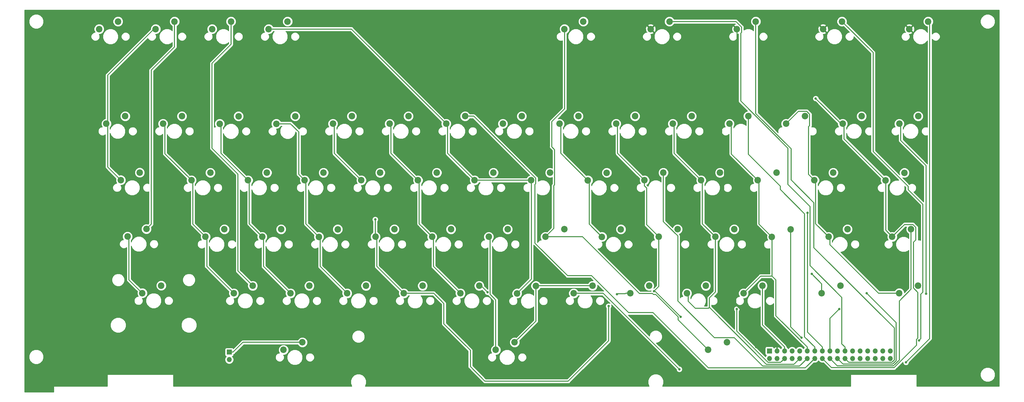
<source format=gbr>
%TF.GenerationSoftware,KiCad,Pcbnew,5.0.2+dfsg1-1*%
%TF.CreationDate,2020-10-19T22:51:27+02:00*%
%TF.ProjectId,A130XE_KB_MX,41313330-5845-45f4-9b42-5f4d582e6b69,0.1*%
%TF.SameCoordinates,Original*%
%TF.FileFunction,Copper,L2,Bot*%
%TF.FilePolarity,Positive*%
%FSLAX46Y46*%
G04 Gerber Fmt 4.6, Leading zero omitted, Abs format (unit mm)*
G04 Created by KiCad (PCBNEW 5.0.2+dfsg1-1) date Mon 19 Oct 2020 10:51:27 PM CEST*
%MOMM*%
%LPD*%
G01*
G04 APERTURE LIST*
%ADD10C,2.200000*%
%ADD11R,1.700000X1.700000*%
%ADD12O,1.700000X1.700000*%
%ADD13C,0.800000*%
%ADD14C,0.300000*%
%ADD15C,0.254000*%
G04 APERTURE END LIST*
D10*
X345650000Y-92540000D03*
X352000000Y-90000000D03*
X98500000Y-90000000D03*
X92150000Y-92540000D03*
X212900000Y-198100000D03*
X206550000Y-200640000D03*
D11*
X298600000Y-201000000D03*
D12*
X298600000Y-203540000D03*
X301140000Y-201000000D03*
X301140000Y-203540000D03*
X303680000Y-201000000D03*
X303680000Y-203540000D03*
X306220000Y-201000000D03*
X306220000Y-203540000D03*
X308760000Y-201000000D03*
X308760000Y-203540000D03*
X311300000Y-201000000D03*
X311300000Y-203540000D03*
X313840000Y-201000000D03*
X313840000Y-203540000D03*
X316380000Y-201000000D03*
X316380000Y-203540000D03*
X318920000Y-201000000D03*
X318920000Y-203540000D03*
X321460000Y-201000000D03*
X321460000Y-203540000D03*
X324000000Y-201000000D03*
X324000000Y-203540000D03*
X326540000Y-201000000D03*
X326540000Y-203540000D03*
X329080000Y-201000000D03*
X329080000Y-203540000D03*
X331620000Y-201000000D03*
X331620000Y-203540000D03*
X334160000Y-201000000D03*
X334160000Y-203540000D03*
X336700000Y-201000000D03*
X336700000Y-203540000D03*
X339240000Y-201000000D03*
X339240000Y-203540000D03*
D10*
X189900000Y-124440000D03*
X196250000Y-121900000D03*
X218450000Y-143490000D03*
X224800000Y-140950000D03*
X199400000Y-143490000D03*
X205750000Y-140950000D03*
X204200000Y-162540000D03*
X210550000Y-160000000D03*
X213700000Y-181640000D03*
X220050000Y-179100000D03*
X229650000Y-92540000D03*
X236000000Y-90000000D03*
X223250000Y-162540000D03*
X229600000Y-160000000D03*
X323000000Y-90000000D03*
X316650000Y-92540000D03*
X170850000Y-124440000D03*
X177200000Y-121900000D03*
X243870000Y-140970000D03*
X237520000Y-143510000D03*
X186700000Y-140950000D03*
X180350000Y-143490000D03*
X191500000Y-160000000D03*
X185150000Y-162540000D03*
X201000000Y-179050000D03*
X194650000Y-181590000D03*
X248620000Y-160020000D03*
X242270000Y-162560000D03*
X287650000Y-92540000D03*
X294000000Y-90000000D03*
X158150000Y-121900000D03*
X151800000Y-124440000D03*
X256550000Y-143490000D03*
X262900000Y-140950000D03*
X161300000Y-143490000D03*
X167650000Y-140950000D03*
X166100000Y-162540000D03*
X172450000Y-160000000D03*
X239100000Y-179050000D03*
X232750000Y-181590000D03*
X175600000Y-181590000D03*
X181950000Y-179050000D03*
X261350000Y-162540000D03*
X267700000Y-160000000D03*
X132750000Y-124460000D03*
X139100000Y-121920000D03*
X281950000Y-140950000D03*
X275600000Y-143490000D03*
X148600000Y-140950000D03*
X142250000Y-143490000D03*
X153390000Y-160020000D03*
X147040000Y-162560000D03*
X265000000Y-90000000D03*
X258650000Y-92540000D03*
X251800000Y-181590000D03*
X258150000Y-179050000D03*
X286750000Y-160000000D03*
X280400000Y-162540000D03*
X162900000Y-179050000D03*
X156550000Y-181590000D03*
X277200000Y-179050000D03*
X270850000Y-181590000D03*
X120040000Y-121920000D03*
X113690000Y-124460000D03*
X294650000Y-143490000D03*
X301000000Y-140950000D03*
X129550000Y-140950000D03*
X123200000Y-143490000D03*
X128000000Y-162540000D03*
X134350000Y-160000000D03*
X137500000Y-181590000D03*
X143850000Y-179050000D03*
X299400000Y-162590000D03*
X305750000Y-160050000D03*
X94650000Y-124440000D03*
X101000000Y-121900000D03*
X320050000Y-140950000D03*
X313700000Y-143490000D03*
X104200000Y-143490000D03*
X110550000Y-140950000D03*
X115250000Y-160000000D03*
X108900000Y-162540000D03*
X296250000Y-179050000D03*
X289900000Y-181590000D03*
X324850000Y-160000000D03*
X318500000Y-162540000D03*
X124800000Y-179050000D03*
X118450000Y-181590000D03*
X348600000Y-179000000D03*
X342250000Y-181540000D03*
X81900000Y-121900000D03*
X75550000Y-124440000D03*
X344000000Y-141000000D03*
X337650000Y-143540000D03*
X80440000Y-143460000D03*
X86790000Y-140920000D03*
X346250000Y-160000000D03*
X339900000Y-162540000D03*
X82690000Y-162460000D03*
X89040000Y-159920000D03*
X94000000Y-179000000D03*
X87650000Y-181540000D03*
X322500000Y-179000000D03*
X316150000Y-181540000D03*
X348650000Y-121900000D03*
X342300000Y-124440000D03*
X329600000Y-121900000D03*
X323250000Y-124440000D03*
X304200000Y-124440000D03*
X310550000Y-121900000D03*
X291500000Y-121900000D03*
X285150000Y-124440000D03*
X266100000Y-124440000D03*
X272450000Y-121900000D03*
X253400000Y-121900000D03*
X247050000Y-124440000D03*
X228000000Y-124440000D03*
X234350000Y-121900000D03*
X208950000Y-124440000D03*
X215300000Y-121900000D03*
X135150000Y-200640000D03*
X141500000Y-198100000D03*
X284340000Y-198100000D03*
X277990000Y-200640000D03*
D11*
X116900000Y-201400000D03*
D12*
X116900000Y-203940000D03*
D10*
X73150000Y-92540000D03*
X79500000Y-90000000D03*
X111150000Y-92540000D03*
X117500000Y-90000000D03*
X136500000Y-90000000D03*
X130150000Y-92540000D03*
D13*
X294135200Y-199664400D03*
X203776500Y-181226600D03*
X287600300Y-186923800D03*
X309379800Y-196539900D03*
X268292500Y-207193100D03*
X268732400Y-189482400D03*
X259747000Y-180924900D03*
X166000000Y-156700000D03*
X247300000Y-181900000D03*
X244500000Y-185900000D03*
X311401200Y-154475100D03*
X314155300Y-115950300D03*
X322101600Y-186864100D03*
X351247600Y-181773900D03*
X331306700Y-181540000D03*
X312839600Y-175087300D03*
X348959400Y-197487200D03*
X344515600Y-204861300D03*
D14*
X296777700Y-197021900D02*
X294135200Y-199664400D01*
X301140000Y-199699700D02*
X298462200Y-197021900D01*
X298462200Y-197021900D02*
X296777700Y-197021900D01*
X296777700Y-197021900D02*
X296777700Y-194898700D01*
X296777700Y-194898700D02*
X287320200Y-185441200D01*
X287320200Y-185441200D02*
X287320200Y-163070800D01*
X287320200Y-163070800D02*
X283184400Y-158935000D01*
X283184400Y-158935000D02*
X283184400Y-143105900D01*
X283184400Y-143105900D02*
X283500400Y-142789900D01*
X283500400Y-142789900D02*
X283500400Y-134172800D01*
X283500400Y-134172800D02*
X282560500Y-133232900D01*
X282560500Y-133232900D02*
X282560500Y-121093200D01*
X282560500Y-121093200D02*
X287707100Y-115946600D01*
X287707100Y-115946600D02*
X287707100Y-92597100D01*
X287707100Y-92597100D02*
X287650000Y-92540000D01*
X301140000Y-201000000D02*
X301140000Y-199699700D01*
X223250000Y-162540000D02*
X235736800Y-162540000D01*
X235736800Y-162540000D02*
X254876400Y-181679600D01*
X254876400Y-181679600D02*
X259277000Y-181679600D01*
X259277000Y-181679600D02*
X259559600Y-181962200D01*
X259559600Y-181962200D02*
X260361300Y-181962200D01*
X260361300Y-181962200D02*
X267882100Y-189483000D01*
X267882100Y-189483000D02*
X267882100Y-190532100D01*
X267882100Y-190532100D02*
X277990000Y-200640000D01*
X229650000Y-92540000D02*
X229707100Y-92597100D01*
X229707100Y-92597100D02*
X229707100Y-119438800D01*
X229707100Y-119438800D02*
X225380400Y-123765500D01*
X225380400Y-123765500D02*
X225380400Y-132219500D01*
X225380400Y-132219500D02*
X226350400Y-133189500D01*
X226350400Y-133189500D02*
X226350400Y-145019400D01*
X226350400Y-145019400D02*
X226036700Y-145333100D01*
X226036700Y-145333100D02*
X226036700Y-159753300D01*
X226036700Y-159753300D02*
X223250000Y-162540000D01*
X206550000Y-200640000D02*
X206550000Y-183820000D01*
X206550000Y-183820000D02*
X204656900Y-181926900D01*
X204656900Y-181926900D02*
X204656900Y-162996900D01*
X204656900Y-162996900D02*
X204200000Y-162540000D01*
X239100000Y-179050000D02*
X220100000Y-179050000D01*
X220100000Y-179050000D02*
X220050000Y-179100000D01*
X212900000Y-198100000D02*
X220050000Y-190950000D01*
X220050000Y-190950000D02*
X220050000Y-179100000D01*
X303680000Y-199699700D02*
X296250000Y-192269700D01*
X296250000Y-192269700D02*
X296250000Y-179050000D01*
X303680000Y-201000000D02*
X303680000Y-199699700D01*
X201000000Y-179050000D02*
X201599900Y-179050000D01*
X201599900Y-179050000D02*
X203776500Y-181226600D01*
X287600300Y-186923800D02*
X287600300Y-194380300D01*
X287600300Y-194380300D02*
X298107200Y-204887200D01*
X298107200Y-204887200D02*
X302332800Y-204887200D01*
X302332800Y-204887200D02*
X303680000Y-203540000D01*
X124800000Y-179050000D02*
X119820000Y-174070000D01*
X119820000Y-174070000D02*
X119820000Y-141420900D01*
X119820000Y-141420900D02*
X111098700Y-132699600D01*
X111098700Y-132699600D02*
X111098700Y-104097100D01*
X111098700Y-104097100D02*
X117500000Y-97695800D01*
X117500000Y-97695800D02*
X117500000Y-90000000D01*
X305750000Y-160050000D02*
X305750000Y-192910100D01*
X305750000Y-192910100D02*
X309379800Y-196539900D01*
X89040000Y-159920000D02*
X90654700Y-158305300D01*
X90654700Y-158305300D02*
X90654700Y-106411100D01*
X90654700Y-106411100D02*
X98500000Y-98565800D01*
X98500000Y-98565800D02*
X98500000Y-90000000D01*
X268292500Y-207193100D02*
X242689400Y-181590000D01*
X242689400Y-181590000D02*
X232750000Y-181590000D01*
X170850000Y-124440000D02*
X171306800Y-124896800D01*
X171306800Y-124896800D02*
X171306800Y-134446800D01*
X171306800Y-134446800D02*
X180350000Y-143490000D01*
X228000000Y-124440000D02*
X228456800Y-124896800D01*
X228456800Y-124896800D02*
X228456800Y-134446800D01*
X228456800Y-134446800D02*
X237520000Y-143510000D01*
X242270000Y-162560000D02*
X237976900Y-158266900D01*
X237976900Y-158266900D02*
X237976900Y-143966900D01*
X237976900Y-143966900D02*
X237520000Y-143510000D01*
X180350000Y-143490000D02*
X180806800Y-143946800D01*
X180806800Y-143946800D02*
X180806800Y-158196800D01*
X180806800Y-158196800D02*
X185150000Y-162540000D01*
X194650000Y-181590000D02*
X185606900Y-172546900D01*
X185606900Y-172546900D02*
X185606900Y-162996900D01*
X185606900Y-162996900D02*
X185150000Y-162540000D01*
X175600000Y-181590000D02*
X166556900Y-172546900D01*
X166556900Y-172546900D02*
X166556900Y-162996900D01*
X166556900Y-162996900D02*
X166100000Y-162540000D01*
X151800000Y-124440000D02*
X152256800Y-124896800D01*
X152256800Y-124896800D02*
X152256800Y-134446800D01*
X152256800Y-134446800D02*
X161300000Y-143490000D01*
X247050000Y-124440000D02*
X247506800Y-124896800D01*
X247506800Y-124896800D02*
X247506800Y-134446800D01*
X247506800Y-134446800D02*
X256550000Y-143490000D01*
X261350000Y-162540000D02*
X261407100Y-162597100D01*
X261407100Y-162597100D02*
X261407100Y-179264800D01*
X261407100Y-179264800D02*
X259961000Y-180710900D01*
X259961000Y-180710900D02*
X259747000Y-180924900D01*
X268732400Y-189482400D02*
X259961000Y-180710900D01*
X166000000Y-162440000D02*
X166100000Y-162540000D01*
X166000000Y-156700000D02*
X166000000Y-162440000D01*
X256550000Y-145375998D02*
X257300000Y-146125998D01*
X256550000Y-143490000D02*
X256550000Y-145375998D01*
X257300000Y-158490000D02*
X261350000Y-162540000D01*
X257300000Y-146125998D02*
X257300000Y-158490000D01*
X250244366Y-181590000D02*
X250134366Y-181700000D01*
X251800000Y-181590000D02*
X250244366Y-181590000D01*
X250134366Y-181700000D02*
X247500000Y-181700000D01*
X247500000Y-181700000D02*
X247300000Y-181900000D01*
X183884002Y-181600000D02*
X183874002Y-181590000D01*
X185700000Y-181600000D02*
X183884002Y-181600000D01*
X189100000Y-191900000D02*
X189100000Y-185000000D01*
X189100000Y-185000000D02*
X185700000Y-181600000D01*
X244500000Y-197600000D02*
X230900000Y-211200000D01*
X183874002Y-181590000D02*
X175600000Y-181590000D01*
X244500000Y-185900000D02*
X244500000Y-197600000D01*
X230900000Y-211200000D02*
X202900000Y-211200000D01*
X202900000Y-211200000D02*
X198000000Y-206300000D01*
X198000000Y-200800000D02*
X189100000Y-191900000D01*
X198000000Y-206300000D02*
X198000000Y-200800000D01*
X278402300Y-186331300D02*
X297558500Y-205487500D01*
X297558500Y-205487500D02*
X306812500Y-205487500D01*
X306812500Y-205487500D02*
X308760000Y-203540000D01*
X278402300Y-186331300D02*
X278096600Y-186637000D01*
X278096600Y-186637000D02*
X273680800Y-186637000D01*
X273680800Y-186637000D02*
X271306900Y-184263100D01*
X271306900Y-184263100D02*
X271306900Y-182046900D01*
X271306900Y-182046900D02*
X270850000Y-181590000D01*
X280400000Y-162540000D02*
X280457100Y-162597100D01*
X280457100Y-162597100D02*
X280457100Y-181122900D01*
X280457100Y-181122900D02*
X278402300Y-183177700D01*
X278402300Y-183177700D02*
X278402300Y-186331300D01*
X132750000Y-124460000D02*
X137533300Y-124460000D01*
X137533300Y-124460000D02*
X140260700Y-127187400D01*
X140260700Y-127187400D02*
X140260700Y-141500700D01*
X140260700Y-141500700D02*
X142250000Y-143490000D01*
X266100000Y-124440000D02*
X266556800Y-124896800D01*
X266556800Y-124896800D02*
X266556800Y-134446800D01*
X266556800Y-134446800D02*
X275600000Y-143490000D01*
X275600000Y-143490000D02*
X276056800Y-143946800D01*
X276056800Y-143946800D02*
X276056800Y-158196800D01*
X276056800Y-158196800D02*
X280400000Y-162540000D01*
X142250000Y-143490000D02*
X142706800Y-143946800D01*
X142706800Y-143946800D02*
X142706800Y-158226800D01*
X142706800Y-158226800D02*
X147040000Y-162560000D01*
X156550000Y-181590000D02*
X147496900Y-172536900D01*
X147496900Y-172536900D02*
X147496900Y-163016900D01*
X147496900Y-163016900D02*
X147040000Y-162560000D01*
X137500000Y-181590000D02*
X128456900Y-172546900D01*
X128456900Y-172546900D02*
X128456900Y-162996900D01*
X128456900Y-162996900D02*
X128000000Y-162540000D01*
X299400000Y-162590000D02*
X295106900Y-158296900D01*
X295106900Y-158296900D02*
X295106900Y-143946900D01*
X295106900Y-143946900D02*
X294650000Y-143490000D01*
X299485000Y-175812800D02*
X299485000Y-162675000D01*
X299485000Y-162675000D02*
X299400000Y-162590000D01*
X113690000Y-124460000D02*
X114146800Y-124916800D01*
X114146800Y-124916800D02*
X114146800Y-134436800D01*
X114146800Y-134436800D02*
X123200000Y-143490000D01*
X123200000Y-143490000D02*
X123656800Y-143946800D01*
X123656800Y-143946800D02*
X123656800Y-158196800D01*
X123656800Y-158196800D02*
X128000000Y-162540000D01*
X299485000Y-175812800D02*
X300759600Y-177087400D01*
X300759600Y-177087400D02*
X300759600Y-189159300D01*
X300759600Y-189159300D02*
X311300000Y-199699700D01*
X289900000Y-181590000D02*
X295677200Y-175812800D01*
X295677200Y-175812800D02*
X299485000Y-175812800D01*
X285150000Y-124440000D02*
X285790400Y-125080400D01*
X285790400Y-125080400D02*
X285790400Y-134630400D01*
X285790400Y-134630400D02*
X294650000Y-143490000D01*
X311300000Y-201000000D02*
X311300000Y-199699700D01*
X262900000Y-140950000D02*
X262900000Y-157417000D01*
X262900000Y-157417000D02*
X267775700Y-162292700D01*
X267775700Y-162292700D02*
X267775700Y-184191700D01*
X267775700Y-184191700D02*
X280105300Y-196521300D01*
X280105300Y-196521300D02*
X286736400Y-196521300D01*
X286736400Y-196521300D02*
X296314700Y-206099600D01*
X296314700Y-206099600D02*
X308740400Y-206099600D01*
X308740400Y-206099600D02*
X311300000Y-203540000D01*
X313840000Y-201000000D02*
X313840000Y-199699700D01*
X313840000Y-199699700D02*
X310408000Y-196267700D01*
X310408000Y-196267700D02*
X310408000Y-154781000D01*
X310408000Y-154781000D02*
X302239600Y-146612600D01*
X302239600Y-146612600D02*
X302239600Y-145513800D01*
X302239600Y-145513800D02*
X291500000Y-134774200D01*
X291500000Y-134774200D02*
X291500000Y-121900000D01*
X196250000Y-121900000D02*
X199120800Y-121900000D01*
X199120800Y-121900000D02*
X220012000Y-142791200D01*
X220012000Y-142791200D02*
X220012000Y-144617300D01*
X220012000Y-144617300D02*
X219755600Y-144873700D01*
X219755600Y-144873700D02*
X219755600Y-164698000D01*
X219755600Y-164698000D02*
X230700900Y-175643300D01*
X230700900Y-175643300D02*
X238741400Y-175643300D01*
X238741400Y-175643300D02*
X251214000Y-188115900D01*
X251214000Y-188115900D02*
X259428400Y-188115900D01*
X259428400Y-188115900D02*
X278012400Y-206699900D01*
X278012400Y-206699900D02*
X310680100Y-206699900D01*
X310680100Y-206699900D02*
X313840000Y-203540000D01*
X316380000Y-199699700D02*
X311401200Y-194720900D01*
X311401200Y-194720900D02*
X311401200Y-154475100D01*
X316380000Y-201000000D02*
X316380000Y-199699700D01*
X339900000Y-162540000D02*
X344023000Y-158417000D01*
X344023000Y-158417000D02*
X346872700Y-158417000D01*
X346872700Y-158417000D02*
X347841300Y-159385600D01*
X347841300Y-159385600D02*
X347841300Y-163588500D01*
X347841300Y-163588500D02*
X347037700Y-164392100D01*
X347037700Y-164392100D02*
X347037700Y-179815900D01*
X347037700Y-179815900D02*
X348510400Y-181288600D01*
X348510400Y-181288600D02*
X348510400Y-196733800D01*
X348510400Y-196733800D02*
X348109100Y-197135100D01*
X348109100Y-197135100D02*
X348109100Y-199092600D01*
X348109100Y-199092600D02*
X340552500Y-206649200D01*
X340552500Y-206649200D02*
X319489200Y-206649200D01*
X319489200Y-206649200D02*
X316380000Y-203540000D01*
X323250000Y-124440000D02*
X323250000Y-124439900D01*
X323250000Y-124439900D02*
X322644900Y-124439900D01*
X322644900Y-124439900D02*
X314155300Y-115950300D01*
X339900000Y-162540000D02*
X337707100Y-160347100D01*
X337707100Y-160347100D02*
X337707100Y-143597100D01*
X337707100Y-143597100D02*
X337650000Y-143540000D01*
X76006900Y-125438400D02*
X76006900Y-108080300D01*
X76006900Y-108080300D02*
X91547200Y-92540000D01*
X91547200Y-92540000D02*
X92150000Y-92540000D01*
X76006900Y-125438400D02*
X76006900Y-124896900D01*
X76006900Y-124896900D02*
X75550000Y-124440000D01*
X80440000Y-143460000D02*
X76006900Y-139026900D01*
X76006900Y-139026900D02*
X76006900Y-125438400D01*
X337650000Y-143540000D02*
X323706900Y-129596900D01*
X323706900Y-129596900D02*
X323706900Y-124896900D01*
X323706900Y-124896900D02*
X323250000Y-124440000D01*
X318920000Y-201000000D02*
X318920000Y-190045700D01*
X318920000Y-190045700D02*
X322101600Y-186864100D01*
X318500000Y-162540000D02*
X314156900Y-158196900D01*
X314156900Y-158196900D02*
X314156900Y-143946900D01*
X314156900Y-143946900D02*
X313700000Y-143490000D01*
X342250000Y-181540000D02*
X335268800Y-181540000D01*
X335268800Y-181540000D02*
X318956900Y-165228100D01*
X318956900Y-165228100D02*
X318956900Y-162996900D01*
X318956900Y-162996900D02*
X318500000Y-162540000D01*
X94650000Y-124440000D02*
X95264400Y-125054400D01*
X95264400Y-125054400D02*
X95264400Y-134554400D01*
X95264400Y-134554400D02*
X104200000Y-143490000D01*
X104200000Y-143490000D02*
X104656800Y-143946800D01*
X104656800Y-143946800D02*
X104656800Y-158296800D01*
X104656800Y-158296800D02*
X108900000Y-162540000D01*
X304200000Y-124440000D02*
X308335600Y-120304400D01*
X308335600Y-120304400D02*
X311182800Y-120304400D01*
X311182800Y-120304400D02*
X312124700Y-121246300D01*
X312124700Y-121246300D02*
X312124700Y-125095900D01*
X312124700Y-125095900D02*
X311752200Y-125468400D01*
X311752200Y-125468400D02*
X311752200Y-141542200D01*
X311752200Y-141542200D02*
X313700000Y-143490000D01*
X118450000Y-181590000D02*
X109356900Y-172496900D01*
X109356900Y-172496900D02*
X109356900Y-162996900D01*
X109356900Y-162996900D02*
X108900000Y-162540000D01*
X318920000Y-203540000D02*
X321428900Y-206048900D01*
X321428900Y-206048900D02*
X340303900Y-206048900D01*
X340303900Y-206048900D02*
X342302500Y-204050300D01*
X342302500Y-204050300D02*
X342302500Y-184176800D01*
X342302500Y-184176800D02*
X346250000Y-180229300D01*
X346250000Y-180229300D02*
X346250000Y-160000000D01*
X213700000Y-181640000D02*
X218507100Y-176832900D01*
X218507100Y-176832900D02*
X218507100Y-143547100D01*
X218507100Y-143547100D02*
X218450000Y-143490000D01*
X199400000Y-143490000D02*
X190356900Y-134446900D01*
X190356900Y-134446900D02*
X190356900Y-124896900D01*
X190356900Y-124896900D02*
X189900000Y-124440000D01*
X130150000Y-92540000D02*
X158000000Y-92540000D01*
X158000000Y-92540000D02*
X189900000Y-124440000D01*
X199400000Y-143490000D02*
X218450000Y-143490000D01*
X351247600Y-181773900D02*
X351247600Y-138578600D01*
X351247600Y-138578600D02*
X342756900Y-130087900D01*
X342756900Y-130087900D02*
X342756900Y-124896900D01*
X342756900Y-124896900D02*
X342300000Y-124440000D01*
X321460000Y-203540000D02*
X323368600Y-205448600D01*
X323368600Y-205448600D02*
X340055300Y-205448600D01*
X340055300Y-205448600D02*
X341198500Y-204305400D01*
X341198500Y-204305400D02*
X341198500Y-191431800D01*
X341198500Y-191431800D02*
X331306700Y-181540000D01*
X316150000Y-181540000D02*
X316150000Y-178397700D01*
X316150000Y-178397700D02*
X312839600Y-175087300D01*
X87650000Y-181540000D02*
X83146900Y-177036900D01*
X83146900Y-177036900D02*
X83146900Y-162916900D01*
X83146900Y-162916900D02*
X82690000Y-162460000D01*
X324000000Y-199699700D02*
X322951900Y-198651600D01*
X322951900Y-198651600D02*
X322951900Y-182963700D01*
X322951900Y-182963700D02*
X312260500Y-172272300D01*
X312260500Y-172272300D02*
X312260500Y-152337100D01*
X312260500Y-152337100D02*
X304840400Y-144917000D01*
X304840400Y-144917000D02*
X304840400Y-132727400D01*
X304840400Y-132727400D02*
X288942600Y-116829600D01*
X288942600Y-116829600D02*
X288942600Y-93936700D01*
X288942600Y-93936700D02*
X289240500Y-93638800D01*
X289240500Y-93638800D02*
X289240500Y-91902500D01*
X289240500Y-91902500D02*
X287338000Y-90000000D01*
X287338000Y-90000000D02*
X265000000Y-90000000D01*
X324000000Y-201000000D02*
X324000000Y-199699700D01*
X324000000Y-203540000D02*
X325308200Y-204848200D01*
X325308200Y-204848200D02*
X339806600Y-204848200D01*
X339806600Y-204848200D02*
X340598100Y-204056700D01*
X340598100Y-204056700D02*
X340598100Y-193264000D01*
X340598100Y-193264000D02*
X313556500Y-166222400D01*
X313556500Y-166222400D02*
X313556500Y-151086000D01*
X313556500Y-151086000D02*
X305879200Y-143408700D01*
X305879200Y-143408700D02*
X305879200Y-132917100D01*
X305879200Y-132917100D02*
X294000000Y-121037900D01*
X294000000Y-121037900D02*
X294000000Y-90000000D01*
X348959400Y-197487200D02*
X349549800Y-196896800D01*
X349549800Y-196896800D02*
X349549800Y-181893600D01*
X349549800Y-181893600D02*
X350194400Y-181249000D01*
X350194400Y-181249000D02*
X350194400Y-151617400D01*
X350194400Y-151617400D02*
X345239600Y-146662600D01*
X345239600Y-146662600D02*
X345239600Y-145563800D01*
X345239600Y-145563800D02*
X333471500Y-133795700D01*
X333471500Y-133795700D02*
X333471500Y-100471500D01*
X333471500Y-100471500D02*
X323000000Y-90000000D01*
X352000000Y-90000000D02*
X352508300Y-90508300D01*
X352508300Y-90508300D02*
X352508300Y-196868600D01*
X352508300Y-196868600D02*
X344515600Y-204861300D01*
X116900000Y-201400000D02*
X118200300Y-201400000D01*
X118200300Y-201400000D02*
X121500300Y-198100000D01*
X121500300Y-198100000D02*
X141500000Y-198100000D01*
D15*
G36*
X375873000Y-212873000D02*
X348127000Y-212873000D01*
X348127000Y-209000000D01*
X348117333Y-208951399D01*
X348089803Y-208910197D01*
X348048601Y-208882667D01*
X348000000Y-208873000D01*
X326000000Y-208873000D01*
X325951399Y-208882667D01*
X325910197Y-208910197D01*
X325882667Y-208951399D01*
X325873000Y-209000000D01*
X325873000Y-212873000D01*
X262610251Y-212873000D01*
X262995000Y-211944134D01*
X262995000Y-210895866D01*
X262593845Y-209927392D01*
X261852608Y-209186155D01*
X260884134Y-208785000D01*
X259835866Y-208785000D01*
X258867392Y-209186155D01*
X258126155Y-209927392D01*
X257725000Y-210895866D01*
X257725000Y-211944134D01*
X258109749Y-212873000D01*
X162610251Y-212873000D01*
X162995000Y-211944134D01*
X162995000Y-210895866D01*
X162593845Y-209927392D01*
X161852608Y-209186155D01*
X160884134Y-208785000D01*
X159835866Y-208785000D01*
X158867392Y-209186155D01*
X158126155Y-209927392D01*
X157725000Y-210895866D01*
X157725000Y-211944134D01*
X158109749Y-212873000D01*
X98127000Y-212873000D01*
X98127000Y-209000000D01*
X98117333Y-208951399D01*
X98089803Y-208910197D01*
X98048601Y-208882667D01*
X98000000Y-208873000D01*
X76000000Y-208873000D01*
X75951399Y-208882667D01*
X75910197Y-208910197D01*
X75882667Y-208951399D01*
X75873000Y-209000000D01*
X75873000Y-212873000D01*
X58000000Y-212873000D01*
X57951399Y-212882667D01*
X57910197Y-212910197D01*
X57882667Y-212951399D01*
X57873000Y-213000000D01*
X57873000Y-214873000D01*
X48127000Y-214873000D01*
X48127000Y-202505703D01*
X49515000Y-202505703D01*
X49515000Y-203494297D01*
X49893319Y-204407639D01*
X50592361Y-205106681D01*
X51505703Y-205485000D01*
X52494297Y-205485000D01*
X53407639Y-205106681D01*
X54106681Y-204407639D01*
X54300383Y-203940000D01*
X115385908Y-203940000D01*
X115501161Y-204519418D01*
X115829375Y-205010625D01*
X116320582Y-205338839D01*
X116753744Y-205425000D01*
X117046256Y-205425000D01*
X117479418Y-205338839D01*
X117970625Y-205010625D01*
X118298839Y-204519418D01*
X118414092Y-203940000D01*
X118298839Y-203360582D01*
X117980809Y-202884615D01*
X132395000Y-202884615D01*
X132395000Y-203475385D01*
X132621078Y-204021185D01*
X133038815Y-204438922D01*
X133584615Y-204665000D01*
X134175385Y-204665000D01*
X134721185Y-204438922D01*
X135138922Y-204021185D01*
X135365000Y-203475385D01*
X135365000Y-202884615D01*
X135270249Y-202655866D01*
X136325000Y-202655866D01*
X136325000Y-203704134D01*
X136726155Y-204672608D01*
X137467392Y-205413845D01*
X138435866Y-205815000D01*
X139484134Y-205815000D01*
X140452608Y-205413845D01*
X141193845Y-204672608D01*
X141595000Y-203704134D01*
X141595000Y-202884615D01*
X142555000Y-202884615D01*
X142555000Y-203475385D01*
X142781078Y-204021185D01*
X143198815Y-204438922D01*
X143744615Y-204665000D01*
X144335385Y-204665000D01*
X144881185Y-204438922D01*
X145298922Y-204021185D01*
X145525000Y-203475385D01*
X145525000Y-202884615D01*
X145298922Y-202338815D01*
X144881185Y-201921078D01*
X144335385Y-201695000D01*
X143744615Y-201695000D01*
X143198815Y-201921078D01*
X142781078Y-202338815D01*
X142555000Y-202884615D01*
X141595000Y-202884615D01*
X141595000Y-202655866D01*
X141193845Y-201687392D01*
X140452608Y-200946155D01*
X139484134Y-200545000D01*
X138435866Y-200545000D01*
X137467392Y-200946155D01*
X136726155Y-201687392D01*
X136325000Y-202655866D01*
X135270249Y-202655866D01*
X135153910Y-202375000D01*
X135495113Y-202375000D01*
X136132799Y-202110862D01*
X136620862Y-201622799D01*
X136885000Y-200985113D01*
X136885000Y-200294887D01*
X136620862Y-199657201D01*
X136132799Y-199169138D01*
X135495113Y-198905000D01*
X134804887Y-198905000D01*
X134167201Y-199169138D01*
X133679138Y-199657201D01*
X133415000Y-200294887D01*
X133415000Y-200985113D01*
X133679138Y-201622799D01*
X133751339Y-201695000D01*
X133584615Y-201695000D01*
X133038815Y-201921078D01*
X132621078Y-202338815D01*
X132395000Y-202884615D01*
X117980809Y-202884615D01*
X117970625Y-202869375D01*
X117952381Y-202857184D01*
X117997765Y-202848157D01*
X118207809Y-202707809D01*
X118348157Y-202497765D01*
X118397440Y-202250000D01*
X118397440Y-202161166D01*
X118506592Y-202139454D01*
X118766253Y-201965953D01*
X118810049Y-201900408D01*
X121825457Y-198885000D01*
X139947207Y-198885000D01*
X140029138Y-199082799D01*
X140517201Y-199570862D01*
X141154887Y-199835000D01*
X141845113Y-199835000D01*
X142482799Y-199570862D01*
X142970862Y-199082799D01*
X143235000Y-198445113D01*
X143235000Y-197754887D01*
X142970862Y-197117201D01*
X142482799Y-196629138D01*
X141845113Y-196365000D01*
X141154887Y-196365000D01*
X140517201Y-196629138D01*
X140029138Y-197117201D01*
X139947207Y-197315000D01*
X121577612Y-197315000D01*
X121500300Y-197299622D01*
X121422988Y-197315000D01*
X121422984Y-197315000D01*
X121194008Y-197360546D01*
X120934347Y-197534047D01*
X120890551Y-197599592D01*
X118283970Y-200206173D01*
X118207809Y-200092191D01*
X117997765Y-199951843D01*
X117750000Y-199902560D01*
X116050000Y-199902560D01*
X115802235Y-199951843D01*
X115592191Y-200092191D01*
X115451843Y-200302235D01*
X115402560Y-200550000D01*
X115402560Y-202250000D01*
X115451843Y-202497765D01*
X115592191Y-202707809D01*
X115802235Y-202848157D01*
X115847619Y-202857184D01*
X115829375Y-202869375D01*
X115501161Y-203360582D01*
X115385908Y-203940000D01*
X54300383Y-203940000D01*
X54485000Y-203494297D01*
X54485000Y-202505703D01*
X54106681Y-201592361D01*
X53407639Y-200893319D01*
X52494297Y-200515000D01*
X51505703Y-200515000D01*
X50592361Y-200893319D01*
X49893319Y-201592361D01*
X49515000Y-202505703D01*
X48127000Y-202505703D01*
X48127000Y-195750349D01*
X158200000Y-195750349D01*
X158200000Y-196609651D01*
X158528840Y-197403542D01*
X159136458Y-198011160D01*
X159930349Y-198340000D01*
X160789651Y-198340000D01*
X161583542Y-198011160D01*
X162191160Y-197403542D01*
X162520000Y-196609651D01*
X162520000Y-195750349D01*
X162191160Y-194956458D01*
X161583542Y-194348840D01*
X160789651Y-194020000D01*
X159930349Y-194020000D01*
X159136458Y-194348840D01*
X158528840Y-194956458D01*
X158200000Y-195750349D01*
X48127000Y-195750349D01*
X48127000Y-191795866D01*
X76925000Y-191795866D01*
X76925000Y-192844134D01*
X77326155Y-193812608D01*
X78067392Y-194553845D01*
X79035866Y-194955000D01*
X80084134Y-194955000D01*
X81052608Y-194553845D01*
X81793845Y-193812608D01*
X82195000Y-192844134D01*
X82195000Y-191795866D01*
X100725000Y-191795866D01*
X100725000Y-192844134D01*
X101126155Y-193812608D01*
X101867392Y-194553845D01*
X102835866Y-194955000D01*
X103884134Y-194955000D01*
X104852608Y-194553845D01*
X105593845Y-193812608D01*
X105995000Y-192844134D01*
X105995000Y-191795866D01*
X105593845Y-190827392D01*
X104852608Y-190086155D01*
X103884134Y-189685000D01*
X102835866Y-189685000D01*
X101867392Y-190086155D01*
X101126155Y-190827392D01*
X100725000Y-191795866D01*
X82195000Y-191795866D01*
X81793845Y-190827392D01*
X81052608Y-190086155D01*
X80084134Y-189685000D01*
X79035866Y-189685000D01*
X78067392Y-190086155D01*
X77326155Y-190827392D01*
X76925000Y-191795866D01*
X48127000Y-191795866D01*
X48127000Y-176650349D01*
X77400000Y-176650349D01*
X77400000Y-177509651D01*
X77728840Y-178303542D01*
X78336458Y-178911160D01*
X79130349Y-179240000D01*
X79989651Y-179240000D01*
X80783542Y-178911160D01*
X81391160Y-178303542D01*
X81720000Y-177509651D01*
X81720000Y-176650349D01*
X81391160Y-175856458D01*
X80783542Y-175248840D01*
X79989651Y-174920000D01*
X79130349Y-174920000D01*
X78336458Y-175248840D01*
X77728840Y-175856458D01*
X77400000Y-176650349D01*
X48127000Y-176650349D01*
X48127000Y-164704615D01*
X79935000Y-164704615D01*
X79935000Y-165295385D01*
X80161078Y-165841185D01*
X80578815Y-166258922D01*
X81124615Y-166485000D01*
X81715385Y-166485000D01*
X82261185Y-166258922D01*
X82361901Y-166158206D01*
X82361900Y-176959588D01*
X82346522Y-177036900D01*
X82361900Y-177114212D01*
X82361900Y-177114215D01*
X82407446Y-177343191D01*
X82580947Y-177602853D01*
X82646492Y-177646649D01*
X85996931Y-180997089D01*
X85915000Y-181194887D01*
X85915000Y-181885113D01*
X86179138Y-182522799D01*
X86251339Y-182595000D01*
X86084615Y-182595000D01*
X85538815Y-182821078D01*
X85121078Y-183238815D01*
X84895000Y-183784615D01*
X84895000Y-184375385D01*
X85121078Y-184921185D01*
X85538815Y-185338922D01*
X86084615Y-185565000D01*
X86675385Y-185565000D01*
X87221185Y-185338922D01*
X87638922Y-184921185D01*
X87865000Y-184375385D01*
X87865000Y-183784615D01*
X87770249Y-183555866D01*
X88825000Y-183555866D01*
X88825000Y-184604134D01*
X89226155Y-185572608D01*
X89967392Y-186313845D01*
X90935866Y-186715000D01*
X91984134Y-186715000D01*
X92952608Y-186313845D01*
X93693845Y-185572608D01*
X94095000Y-184604134D01*
X94095000Y-183784615D01*
X95055000Y-183784615D01*
X95055000Y-184375385D01*
X95281078Y-184921185D01*
X95698815Y-185338922D01*
X96244615Y-185565000D01*
X96835385Y-185565000D01*
X97381185Y-185338922D01*
X97798922Y-184921185D01*
X98025000Y-184375385D01*
X98025000Y-183784615D01*
X97798922Y-183238815D01*
X97381185Y-182821078D01*
X96835385Y-182595000D01*
X96244615Y-182595000D01*
X95698815Y-182821078D01*
X95281078Y-183238815D01*
X95055000Y-183784615D01*
X94095000Y-183784615D01*
X94095000Y-183555866D01*
X93693845Y-182587392D01*
X92952608Y-181846155D01*
X91984134Y-181445000D01*
X90935866Y-181445000D01*
X89967392Y-181846155D01*
X89226155Y-182587392D01*
X88825000Y-183555866D01*
X87770249Y-183555866D01*
X87653910Y-183275000D01*
X87995113Y-183275000D01*
X88632799Y-183010862D01*
X89120862Y-182522799D01*
X89385000Y-181885113D01*
X89385000Y-181194887D01*
X89120862Y-180557201D01*
X88632799Y-180069138D01*
X87995113Y-179805000D01*
X87304887Y-179805000D01*
X87107089Y-179886931D01*
X85875045Y-178654887D01*
X92265000Y-178654887D01*
X92265000Y-179345113D01*
X92529138Y-179982799D01*
X93017201Y-180470862D01*
X93654887Y-180735000D01*
X94345113Y-180735000D01*
X94982799Y-180470862D01*
X95470862Y-179982799D01*
X95735000Y-179345113D01*
X95735000Y-178654887D01*
X95470862Y-178017201D01*
X94982799Y-177529138D01*
X94345113Y-177265000D01*
X93654887Y-177265000D01*
X93017201Y-177529138D01*
X92529138Y-178017201D01*
X92265000Y-178654887D01*
X85875045Y-178654887D01*
X83931900Y-176711743D01*
X83931900Y-176650349D01*
X101200000Y-176650349D01*
X101200000Y-177509651D01*
X101528840Y-178303542D01*
X102136458Y-178911160D01*
X102930349Y-179240000D01*
X103789651Y-179240000D01*
X104583542Y-178911160D01*
X105191160Y-178303542D01*
X105520000Y-177509651D01*
X105520000Y-176650349D01*
X105191160Y-175856458D01*
X104583542Y-175248840D01*
X103789651Y-174920000D01*
X102930349Y-174920000D01*
X102136458Y-175248840D01*
X101528840Y-175856458D01*
X101200000Y-176650349D01*
X83931900Y-176650349D01*
X83931900Y-165685645D01*
X84266155Y-166492608D01*
X85007392Y-167233845D01*
X85975866Y-167635000D01*
X87024134Y-167635000D01*
X87992608Y-167233845D01*
X88733845Y-166492608D01*
X89135000Y-165524134D01*
X89135000Y-164704615D01*
X90095000Y-164704615D01*
X90095000Y-165295385D01*
X90321078Y-165841185D01*
X90738815Y-166258922D01*
X91284615Y-166485000D01*
X91875385Y-166485000D01*
X92421185Y-166258922D01*
X92838922Y-165841185D01*
X93065000Y-165295385D01*
X93065000Y-164704615D01*
X92838922Y-164158815D01*
X92421185Y-163741078D01*
X91875385Y-163515000D01*
X91284615Y-163515000D01*
X90738815Y-163741078D01*
X90321078Y-164158815D01*
X90095000Y-164704615D01*
X89135000Y-164704615D01*
X89135000Y-164475866D01*
X88733845Y-163507392D01*
X87992608Y-162766155D01*
X87024134Y-162365000D01*
X85975866Y-162365000D01*
X85007392Y-162766155D01*
X84266155Y-163507392D01*
X83931900Y-164314355D01*
X83931900Y-163671761D01*
X84160862Y-163442799D01*
X84425000Y-162805113D01*
X84425000Y-162114887D01*
X84160862Y-161477201D01*
X83672799Y-160989138D01*
X83035113Y-160725000D01*
X82344887Y-160725000D01*
X81707201Y-160989138D01*
X81219138Y-161477201D01*
X80955000Y-162114887D01*
X80955000Y-162805113D01*
X81219138Y-163442799D01*
X81291339Y-163515000D01*
X81124615Y-163515000D01*
X80578815Y-163741078D01*
X80161078Y-164158815D01*
X79935000Y-164704615D01*
X48127000Y-164704615D01*
X48127000Y-159574887D01*
X87305000Y-159574887D01*
X87305000Y-160265113D01*
X87569138Y-160902799D01*
X88057201Y-161390862D01*
X88694887Y-161655000D01*
X89385113Y-161655000D01*
X90022799Y-161390862D01*
X90510862Y-160902799D01*
X90775000Y-160265113D01*
X90775000Y-159574887D01*
X90693069Y-159377088D01*
X91155108Y-158915049D01*
X91220653Y-158871253D01*
X91394154Y-158611592D01*
X91439700Y-158382616D01*
X91439700Y-158382612D01*
X91455078Y-158305300D01*
X91439700Y-158227988D01*
X91439700Y-126684615D01*
X91895000Y-126684615D01*
X91895000Y-127275385D01*
X92121078Y-127821185D01*
X92538815Y-128238922D01*
X93084615Y-128465000D01*
X93675385Y-128465000D01*
X94221185Y-128238922D01*
X94479400Y-127980707D01*
X94479401Y-134477083D01*
X94464022Y-134554400D01*
X94524946Y-134860691D01*
X94654651Y-135054808D01*
X94654654Y-135054811D01*
X94698448Y-135120353D01*
X94763990Y-135164147D01*
X102546931Y-142947088D01*
X102465000Y-143144887D01*
X102465000Y-143835113D01*
X102729138Y-144472799D01*
X102801339Y-144545000D01*
X102634615Y-144545000D01*
X102088815Y-144771078D01*
X101671078Y-145188815D01*
X101445000Y-145734615D01*
X101445000Y-146325385D01*
X101671078Y-146871185D01*
X102088815Y-147288922D01*
X102634615Y-147515000D01*
X103225385Y-147515000D01*
X103771185Y-147288922D01*
X103871800Y-147188307D01*
X103871801Y-158219483D01*
X103856422Y-158296800D01*
X103917346Y-158603091D01*
X104047051Y-158797208D01*
X104047054Y-158797211D01*
X104090848Y-158862753D01*
X104156390Y-158906547D01*
X107246931Y-161997088D01*
X107165000Y-162194887D01*
X107165000Y-162885113D01*
X107429138Y-163522799D01*
X107501339Y-163595000D01*
X107334615Y-163595000D01*
X106788815Y-163821078D01*
X106371078Y-164238815D01*
X106145000Y-164784615D01*
X106145000Y-165375385D01*
X106371078Y-165921185D01*
X106788815Y-166338922D01*
X107334615Y-166565000D01*
X107925385Y-166565000D01*
X108471185Y-166338922D01*
X108571901Y-166238206D01*
X108571900Y-172419588D01*
X108556522Y-172496900D01*
X108571900Y-172574212D01*
X108571900Y-172574215D01*
X108617446Y-172803191D01*
X108790947Y-173062853D01*
X108856492Y-173106649D01*
X116796931Y-181047089D01*
X116715000Y-181244887D01*
X116715000Y-181935113D01*
X116979138Y-182572799D01*
X117051339Y-182645000D01*
X116884615Y-182645000D01*
X116338815Y-182871078D01*
X115921078Y-183288815D01*
X115695000Y-183834615D01*
X115695000Y-184425385D01*
X115921078Y-184971185D01*
X116338815Y-185388922D01*
X116884615Y-185615000D01*
X117475385Y-185615000D01*
X118021185Y-185388922D01*
X118438922Y-184971185D01*
X118665000Y-184425385D01*
X118665000Y-183834615D01*
X118570249Y-183605866D01*
X119625000Y-183605866D01*
X119625000Y-184654134D01*
X120026155Y-185622608D01*
X120767392Y-186363845D01*
X121735866Y-186765000D01*
X122784134Y-186765000D01*
X123752608Y-186363845D01*
X124493845Y-185622608D01*
X124895000Y-184654134D01*
X124895000Y-183834615D01*
X125855000Y-183834615D01*
X125855000Y-184425385D01*
X126081078Y-184971185D01*
X126498815Y-185388922D01*
X127044615Y-185615000D01*
X127635385Y-185615000D01*
X128181185Y-185388922D01*
X128598922Y-184971185D01*
X128825000Y-184425385D01*
X128825000Y-183834615D01*
X128598922Y-183288815D01*
X128181185Y-182871078D01*
X127635385Y-182645000D01*
X127044615Y-182645000D01*
X126498815Y-182871078D01*
X126081078Y-183288815D01*
X125855000Y-183834615D01*
X124895000Y-183834615D01*
X124895000Y-183605866D01*
X124493845Y-182637392D01*
X123752608Y-181896155D01*
X122784134Y-181495000D01*
X121735866Y-181495000D01*
X120767392Y-181896155D01*
X120026155Y-182637392D01*
X119625000Y-183605866D01*
X118570249Y-183605866D01*
X118453910Y-183325000D01*
X118795113Y-183325000D01*
X119432799Y-183060862D01*
X119920862Y-182572799D01*
X120185000Y-181935113D01*
X120185000Y-181244887D01*
X119920862Y-180607201D01*
X119432799Y-180119138D01*
X118795113Y-179855000D01*
X118104887Y-179855000D01*
X117907089Y-179936931D01*
X110141900Y-172171743D01*
X110141900Y-165765645D01*
X110476155Y-166572608D01*
X111217392Y-167313845D01*
X112185866Y-167715000D01*
X113234134Y-167715000D01*
X114202608Y-167313845D01*
X114943845Y-166572608D01*
X115345000Y-165604134D01*
X115345000Y-164555866D01*
X114943845Y-163587392D01*
X114202608Y-162846155D01*
X113234134Y-162445000D01*
X112185866Y-162445000D01*
X111217392Y-162846155D01*
X110476155Y-163587392D01*
X110141900Y-164394355D01*
X110141900Y-163751761D01*
X110370862Y-163522799D01*
X110635000Y-162885113D01*
X110635000Y-162194887D01*
X110370862Y-161557201D01*
X109882799Y-161069138D01*
X109245113Y-160805000D01*
X108554887Y-160805000D01*
X108357088Y-160886931D01*
X107125044Y-159654887D01*
X113515000Y-159654887D01*
X113515000Y-160345113D01*
X113779138Y-160982799D01*
X114267201Y-161470862D01*
X114904887Y-161735000D01*
X115595113Y-161735000D01*
X116232799Y-161470862D01*
X116720862Y-160982799D01*
X116985000Y-160345113D01*
X116985000Y-159654887D01*
X116720862Y-159017201D01*
X116232799Y-158529138D01*
X115595113Y-158265000D01*
X114904887Y-158265000D01*
X114267201Y-158529138D01*
X113779138Y-159017201D01*
X113515000Y-159654887D01*
X107125044Y-159654887D01*
X105441800Y-157971643D01*
X105441800Y-146715403D01*
X105776155Y-147522608D01*
X106517392Y-148263845D01*
X107485866Y-148665000D01*
X108534134Y-148665000D01*
X109502608Y-148263845D01*
X110243845Y-147522608D01*
X110645000Y-146554134D01*
X110645000Y-145734615D01*
X111605000Y-145734615D01*
X111605000Y-146325385D01*
X111831078Y-146871185D01*
X112248815Y-147288922D01*
X112794615Y-147515000D01*
X113385385Y-147515000D01*
X113931185Y-147288922D01*
X114348922Y-146871185D01*
X114575000Y-146325385D01*
X114575000Y-145734615D01*
X114348922Y-145188815D01*
X113931185Y-144771078D01*
X113385385Y-144545000D01*
X112794615Y-144545000D01*
X112248815Y-144771078D01*
X111831078Y-145188815D01*
X111605000Y-145734615D01*
X110645000Y-145734615D01*
X110645000Y-145505866D01*
X110243845Y-144537392D01*
X109502608Y-143796155D01*
X108534134Y-143395000D01*
X107485866Y-143395000D01*
X106517392Y-143796155D01*
X105776155Y-144537392D01*
X105441800Y-145344597D01*
X105441800Y-144701861D01*
X105670862Y-144472799D01*
X105935000Y-143835113D01*
X105935000Y-143144887D01*
X105670862Y-142507201D01*
X105182799Y-142019138D01*
X104545113Y-141755000D01*
X103854887Y-141755000D01*
X103657088Y-141836931D01*
X102425044Y-140604887D01*
X108815000Y-140604887D01*
X108815000Y-141295113D01*
X109079138Y-141932799D01*
X109567201Y-142420862D01*
X110204887Y-142685000D01*
X110895113Y-142685000D01*
X111532799Y-142420862D01*
X112020862Y-141932799D01*
X112285000Y-141295113D01*
X112285000Y-140604887D01*
X112020862Y-139967201D01*
X111532799Y-139479138D01*
X110895113Y-139215000D01*
X110204887Y-139215000D01*
X109567201Y-139479138D01*
X109079138Y-139967201D01*
X108815000Y-140604887D01*
X102425044Y-140604887D01*
X96049400Y-134229243D01*
X96049400Y-128045884D01*
X96226155Y-128472608D01*
X96967392Y-129213845D01*
X97935866Y-129615000D01*
X98984134Y-129615000D01*
X99952608Y-129213845D01*
X100693845Y-128472608D01*
X101095000Y-127504134D01*
X101095000Y-126684615D01*
X102055000Y-126684615D01*
X102055000Y-127275385D01*
X102281078Y-127821185D01*
X102698815Y-128238922D01*
X103244615Y-128465000D01*
X103835385Y-128465000D01*
X104381185Y-128238922D01*
X104798922Y-127821185D01*
X105025000Y-127275385D01*
X105025000Y-126684615D01*
X104798922Y-126138815D01*
X104381185Y-125721078D01*
X103835385Y-125495000D01*
X103244615Y-125495000D01*
X102698815Y-125721078D01*
X102281078Y-126138815D01*
X102055000Y-126684615D01*
X101095000Y-126684615D01*
X101095000Y-126455866D01*
X100693845Y-125487392D01*
X99952608Y-124746155D01*
X98984134Y-124345000D01*
X97935866Y-124345000D01*
X96967392Y-124746155D01*
X96226155Y-125487392D01*
X96049400Y-125914116D01*
X96049400Y-125494261D01*
X96120862Y-125422799D01*
X96385000Y-124785113D01*
X96385000Y-124094887D01*
X96120862Y-123457201D01*
X95632799Y-122969138D01*
X94995113Y-122705000D01*
X94304887Y-122705000D01*
X93667201Y-122969138D01*
X93179138Y-123457201D01*
X92915000Y-124094887D01*
X92915000Y-124785113D01*
X93179138Y-125422799D01*
X93251339Y-125495000D01*
X93084615Y-125495000D01*
X92538815Y-125721078D01*
X92121078Y-126138815D01*
X91895000Y-126684615D01*
X91439700Y-126684615D01*
X91439700Y-121554887D01*
X99265000Y-121554887D01*
X99265000Y-122245113D01*
X99529138Y-122882799D01*
X100017201Y-123370862D01*
X100654887Y-123635000D01*
X101345113Y-123635000D01*
X101982799Y-123370862D01*
X102470862Y-122882799D01*
X102735000Y-122245113D01*
X102735000Y-121554887D01*
X102470862Y-120917201D01*
X101982799Y-120429138D01*
X101345113Y-120165000D01*
X100654887Y-120165000D01*
X100017201Y-120429138D01*
X99529138Y-120917201D01*
X99265000Y-121554887D01*
X91439700Y-121554887D01*
X91439700Y-106736257D01*
X94078857Y-104097100D01*
X110298322Y-104097100D01*
X110313701Y-104174417D01*
X110313700Y-132622288D01*
X110298322Y-132699600D01*
X110313700Y-132776912D01*
X110313700Y-132776915D01*
X110349910Y-132958954D01*
X110359246Y-133005891D01*
X110479559Y-133185951D01*
X110532747Y-133265553D01*
X110598292Y-133309349D01*
X119035001Y-141746058D01*
X119035000Y-164224893D01*
X118631185Y-163821078D01*
X118085385Y-163595000D01*
X117494615Y-163595000D01*
X116948815Y-163821078D01*
X116531078Y-164238815D01*
X116305000Y-164784615D01*
X116305000Y-165375385D01*
X116531078Y-165921185D01*
X116948815Y-166338922D01*
X117494615Y-166565000D01*
X118085385Y-166565000D01*
X118631185Y-166338922D01*
X119035000Y-165935107D01*
X119035000Y-173992688D01*
X119019622Y-174070000D01*
X119035000Y-174147312D01*
X119035000Y-174147315D01*
X119074888Y-174347846D01*
X119080546Y-174376291D01*
X119177470Y-174521347D01*
X119254047Y-174635953D01*
X119319592Y-174679749D01*
X123146931Y-178507088D01*
X123065000Y-178704887D01*
X123065000Y-179395113D01*
X123329138Y-180032799D01*
X123817201Y-180520862D01*
X124454887Y-180785000D01*
X125145113Y-180785000D01*
X125782799Y-180520862D01*
X126270862Y-180032799D01*
X126535000Y-179395113D01*
X126535000Y-178704887D01*
X126270862Y-178067201D01*
X125782799Y-177579138D01*
X125145113Y-177315000D01*
X124454887Y-177315000D01*
X124257088Y-177396931D01*
X120605000Y-173744843D01*
X120605000Y-146711659D01*
X120671078Y-146871185D01*
X121088815Y-147288922D01*
X121634615Y-147515000D01*
X122225385Y-147515000D01*
X122771185Y-147288922D01*
X122871800Y-147188307D01*
X122871801Y-158119483D01*
X122856422Y-158196800D01*
X122917346Y-158503091D01*
X123047051Y-158697208D01*
X123047054Y-158697211D01*
X123090848Y-158762753D01*
X123156390Y-158806547D01*
X126346931Y-161997089D01*
X126265000Y-162194887D01*
X126265000Y-162885113D01*
X126529138Y-163522799D01*
X126601339Y-163595000D01*
X126434615Y-163595000D01*
X125888815Y-163821078D01*
X125471078Y-164238815D01*
X125245000Y-164784615D01*
X125245000Y-165375385D01*
X125471078Y-165921185D01*
X125888815Y-166338922D01*
X126434615Y-166565000D01*
X127025385Y-166565000D01*
X127571185Y-166338922D01*
X127671901Y-166238206D01*
X127671900Y-172469588D01*
X127656522Y-172546900D01*
X127671900Y-172624212D01*
X127671900Y-172624215D01*
X127717446Y-172853191D01*
X127890947Y-173112853D01*
X127956492Y-173156649D01*
X135846931Y-181047088D01*
X135765000Y-181244887D01*
X135765000Y-181935113D01*
X136029138Y-182572799D01*
X136101339Y-182645000D01*
X135934615Y-182645000D01*
X135388815Y-182871078D01*
X134971078Y-183288815D01*
X134745000Y-183834615D01*
X134745000Y-184425385D01*
X134971078Y-184971185D01*
X135388815Y-185388922D01*
X135934615Y-185615000D01*
X136525385Y-185615000D01*
X137071185Y-185388922D01*
X137488922Y-184971185D01*
X137715000Y-184425385D01*
X137715000Y-183834615D01*
X137620249Y-183605866D01*
X138675000Y-183605866D01*
X138675000Y-184654134D01*
X139076155Y-185622608D01*
X139817392Y-186363845D01*
X140785866Y-186765000D01*
X141834134Y-186765000D01*
X142802608Y-186363845D01*
X143543845Y-185622608D01*
X143945000Y-184654134D01*
X143945000Y-183834615D01*
X144905000Y-183834615D01*
X144905000Y-184425385D01*
X145131078Y-184971185D01*
X145548815Y-185388922D01*
X146094615Y-185615000D01*
X146685385Y-185615000D01*
X147231185Y-185388922D01*
X147648922Y-184971185D01*
X147875000Y-184425385D01*
X147875000Y-183834615D01*
X147648922Y-183288815D01*
X147231185Y-182871078D01*
X146685385Y-182645000D01*
X146094615Y-182645000D01*
X145548815Y-182871078D01*
X145131078Y-183288815D01*
X144905000Y-183834615D01*
X143945000Y-183834615D01*
X143945000Y-183605866D01*
X143543845Y-182637392D01*
X142802608Y-181896155D01*
X141834134Y-181495000D01*
X140785866Y-181495000D01*
X139817392Y-181896155D01*
X139076155Y-182637392D01*
X138675000Y-183605866D01*
X137620249Y-183605866D01*
X137503910Y-183325000D01*
X137845113Y-183325000D01*
X138482799Y-183060862D01*
X138970862Y-182572799D01*
X139235000Y-181935113D01*
X139235000Y-181244887D01*
X138970862Y-180607201D01*
X138482799Y-180119138D01*
X137845113Y-179855000D01*
X137154887Y-179855000D01*
X136957088Y-179936931D01*
X135725044Y-178704887D01*
X142115000Y-178704887D01*
X142115000Y-179395113D01*
X142379138Y-180032799D01*
X142867201Y-180520862D01*
X143504887Y-180785000D01*
X144195113Y-180785000D01*
X144832799Y-180520862D01*
X145320862Y-180032799D01*
X145585000Y-179395113D01*
X145585000Y-178704887D01*
X145320862Y-178067201D01*
X144832799Y-177579138D01*
X144195113Y-177315000D01*
X143504887Y-177315000D01*
X142867201Y-177579138D01*
X142379138Y-178067201D01*
X142115000Y-178704887D01*
X135725044Y-178704887D01*
X129241900Y-172221743D01*
X129241900Y-165765645D01*
X129576155Y-166572608D01*
X130317392Y-167313845D01*
X131285866Y-167715000D01*
X132334134Y-167715000D01*
X133302608Y-167313845D01*
X134043845Y-166572608D01*
X134445000Y-165604134D01*
X134445000Y-164784615D01*
X135405000Y-164784615D01*
X135405000Y-165375385D01*
X135631078Y-165921185D01*
X136048815Y-166338922D01*
X136594615Y-166565000D01*
X137185385Y-166565000D01*
X137731185Y-166338922D01*
X138148922Y-165921185D01*
X138375000Y-165375385D01*
X138375000Y-164784615D01*
X138148922Y-164238815D01*
X137731185Y-163821078D01*
X137185385Y-163595000D01*
X136594615Y-163595000D01*
X136048815Y-163821078D01*
X135631078Y-164238815D01*
X135405000Y-164784615D01*
X134445000Y-164784615D01*
X134445000Y-164555866D01*
X134043845Y-163587392D01*
X133302608Y-162846155D01*
X132334134Y-162445000D01*
X131285866Y-162445000D01*
X130317392Y-162846155D01*
X129576155Y-163587392D01*
X129241900Y-164394355D01*
X129241900Y-163751761D01*
X129470862Y-163522799D01*
X129735000Y-162885113D01*
X129735000Y-162194887D01*
X129470862Y-161557201D01*
X128982799Y-161069138D01*
X128345113Y-160805000D01*
X127654887Y-160805000D01*
X127457089Y-160886931D01*
X126225045Y-159654887D01*
X132615000Y-159654887D01*
X132615000Y-160345113D01*
X132879138Y-160982799D01*
X133367201Y-161470862D01*
X134004887Y-161735000D01*
X134695113Y-161735000D01*
X135332799Y-161470862D01*
X135820862Y-160982799D01*
X136085000Y-160345113D01*
X136085000Y-159654887D01*
X135820862Y-159017201D01*
X135332799Y-158529138D01*
X134695113Y-158265000D01*
X134004887Y-158265000D01*
X133367201Y-158529138D01*
X132879138Y-159017201D01*
X132615000Y-159654887D01*
X126225045Y-159654887D01*
X124441800Y-157871643D01*
X124441800Y-146715403D01*
X124776155Y-147522608D01*
X125517392Y-148263845D01*
X126485866Y-148665000D01*
X127534134Y-148665000D01*
X128502608Y-148263845D01*
X129243845Y-147522608D01*
X129645000Y-146554134D01*
X129645000Y-145734615D01*
X130605000Y-145734615D01*
X130605000Y-146325385D01*
X130831078Y-146871185D01*
X131248815Y-147288922D01*
X131794615Y-147515000D01*
X132385385Y-147515000D01*
X132931185Y-147288922D01*
X133348922Y-146871185D01*
X133575000Y-146325385D01*
X133575000Y-145734615D01*
X133348922Y-145188815D01*
X132931185Y-144771078D01*
X132385385Y-144545000D01*
X131794615Y-144545000D01*
X131248815Y-144771078D01*
X130831078Y-145188815D01*
X130605000Y-145734615D01*
X129645000Y-145734615D01*
X129645000Y-145505866D01*
X129243845Y-144537392D01*
X128502608Y-143796155D01*
X127534134Y-143395000D01*
X126485866Y-143395000D01*
X125517392Y-143796155D01*
X124776155Y-144537392D01*
X124441800Y-145344597D01*
X124441800Y-144701861D01*
X124670862Y-144472799D01*
X124935000Y-143835113D01*
X124935000Y-143144887D01*
X124670862Y-142507201D01*
X124182799Y-142019138D01*
X123545113Y-141755000D01*
X122854887Y-141755000D01*
X122657089Y-141836931D01*
X121425045Y-140604887D01*
X127815000Y-140604887D01*
X127815000Y-141295113D01*
X128079138Y-141932799D01*
X128567201Y-142420862D01*
X129204887Y-142685000D01*
X129895113Y-142685000D01*
X130532799Y-142420862D01*
X131020862Y-141932799D01*
X131285000Y-141295113D01*
X131285000Y-140604887D01*
X131020862Y-139967201D01*
X130532799Y-139479138D01*
X129895113Y-139215000D01*
X129204887Y-139215000D01*
X128567201Y-139479138D01*
X128079138Y-139967201D01*
X127815000Y-140604887D01*
X121425045Y-140604887D01*
X114931800Y-134111643D01*
X114931800Y-127685403D01*
X115266155Y-128492608D01*
X116007392Y-129233845D01*
X116975866Y-129635000D01*
X118024134Y-129635000D01*
X118992608Y-129233845D01*
X119733845Y-128492608D01*
X120135000Y-127524134D01*
X120135000Y-126704615D01*
X121095000Y-126704615D01*
X121095000Y-127295385D01*
X121321078Y-127841185D01*
X121738815Y-128258922D01*
X122284615Y-128485000D01*
X122875385Y-128485000D01*
X123421185Y-128258922D01*
X123838922Y-127841185D01*
X124065000Y-127295385D01*
X124065000Y-126704615D01*
X129995000Y-126704615D01*
X129995000Y-127295385D01*
X130221078Y-127841185D01*
X130638815Y-128258922D01*
X131184615Y-128485000D01*
X131775385Y-128485000D01*
X132321185Y-128258922D01*
X132738922Y-127841185D01*
X132965000Y-127295385D01*
X132965000Y-126704615D01*
X132753910Y-126195000D01*
X133095113Y-126195000D01*
X133732799Y-125930862D01*
X134220862Y-125442799D01*
X134302793Y-125245000D01*
X134588547Y-125245000D01*
X134326155Y-125507392D01*
X133925000Y-126475866D01*
X133925000Y-127524134D01*
X134326155Y-128492608D01*
X135067392Y-129233845D01*
X136035866Y-129635000D01*
X137084134Y-129635000D01*
X138052608Y-129233845D01*
X138793845Y-128492608D01*
X139195000Y-127524134D01*
X139195000Y-127231858D01*
X139475700Y-127512558D01*
X139475701Y-141423383D01*
X139460322Y-141500700D01*
X139521246Y-141806991D01*
X139650951Y-142001108D01*
X139650954Y-142001111D01*
X139694748Y-142066653D01*
X139760290Y-142110447D01*
X140596931Y-142947088D01*
X140515000Y-143144887D01*
X140515000Y-143835113D01*
X140779138Y-144472799D01*
X140851339Y-144545000D01*
X140684615Y-144545000D01*
X140138815Y-144771078D01*
X139721078Y-145188815D01*
X139495000Y-145734615D01*
X139495000Y-146325385D01*
X139721078Y-146871185D01*
X140138815Y-147288922D01*
X140684615Y-147515000D01*
X141275385Y-147515000D01*
X141821185Y-147288922D01*
X141921800Y-147188307D01*
X141921801Y-158149483D01*
X141906422Y-158226800D01*
X141967346Y-158533091D01*
X142097051Y-158727208D01*
X142097054Y-158727211D01*
X142140848Y-158792753D01*
X142206390Y-158836547D01*
X145386931Y-162017089D01*
X145305000Y-162214887D01*
X145305000Y-162905113D01*
X145569138Y-163542799D01*
X145641339Y-163615000D01*
X145474615Y-163615000D01*
X144928815Y-163841078D01*
X144511078Y-164258815D01*
X144285000Y-164804615D01*
X144285000Y-165395385D01*
X144511078Y-165941185D01*
X144928815Y-166358922D01*
X145474615Y-166585000D01*
X146065385Y-166585000D01*
X146611185Y-166358922D01*
X146711901Y-166258206D01*
X146711900Y-172459588D01*
X146696522Y-172536900D01*
X146711900Y-172614212D01*
X146711900Y-172614215D01*
X146757446Y-172843191D01*
X146930947Y-173102853D01*
X146996492Y-173146649D01*
X154896931Y-181047089D01*
X154815000Y-181244887D01*
X154815000Y-181935113D01*
X155079138Y-182572799D01*
X155151339Y-182645000D01*
X154984615Y-182645000D01*
X154438815Y-182871078D01*
X154021078Y-183288815D01*
X153795000Y-183834615D01*
X153795000Y-184425385D01*
X154021078Y-184971185D01*
X154438815Y-185388922D01*
X154984615Y-185615000D01*
X155575385Y-185615000D01*
X156121185Y-185388922D01*
X156538922Y-184971185D01*
X156765000Y-184425385D01*
X156765000Y-183834615D01*
X156670249Y-183605866D01*
X157725000Y-183605866D01*
X157725000Y-184654134D01*
X158126155Y-185622608D01*
X158867392Y-186363845D01*
X159835866Y-186765000D01*
X160884134Y-186765000D01*
X161852608Y-186363845D01*
X162593845Y-185622608D01*
X162995000Y-184654134D01*
X162995000Y-183834615D01*
X163955000Y-183834615D01*
X163955000Y-184425385D01*
X164181078Y-184971185D01*
X164598815Y-185388922D01*
X165144615Y-185615000D01*
X165735385Y-185615000D01*
X166281185Y-185388922D01*
X166698922Y-184971185D01*
X166925000Y-184425385D01*
X166925000Y-183834615D01*
X166698922Y-183288815D01*
X166281185Y-182871078D01*
X165735385Y-182645000D01*
X165144615Y-182645000D01*
X164598815Y-182871078D01*
X164181078Y-183288815D01*
X163955000Y-183834615D01*
X162995000Y-183834615D01*
X162995000Y-183605866D01*
X162593845Y-182637392D01*
X161852608Y-181896155D01*
X160884134Y-181495000D01*
X159835866Y-181495000D01*
X158867392Y-181896155D01*
X158126155Y-182637392D01*
X157725000Y-183605866D01*
X156670249Y-183605866D01*
X156553910Y-183325000D01*
X156895113Y-183325000D01*
X157532799Y-183060862D01*
X158020862Y-182572799D01*
X158285000Y-181935113D01*
X158285000Y-181244887D01*
X158020862Y-180607201D01*
X157532799Y-180119138D01*
X156895113Y-179855000D01*
X156204887Y-179855000D01*
X156007089Y-179936931D01*
X154775045Y-178704887D01*
X161165000Y-178704887D01*
X161165000Y-179395113D01*
X161429138Y-180032799D01*
X161917201Y-180520862D01*
X162554887Y-180785000D01*
X163245113Y-180785000D01*
X163882799Y-180520862D01*
X164370862Y-180032799D01*
X164635000Y-179395113D01*
X164635000Y-178704887D01*
X164370862Y-178067201D01*
X163882799Y-177579138D01*
X163245113Y-177315000D01*
X162554887Y-177315000D01*
X161917201Y-177579138D01*
X161429138Y-178067201D01*
X161165000Y-178704887D01*
X154775045Y-178704887D01*
X148281900Y-172211743D01*
X148281900Y-165785645D01*
X148616155Y-166592608D01*
X149357392Y-167333845D01*
X150325866Y-167735000D01*
X151374134Y-167735000D01*
X152342608Y-167333845D01*
X153083845Y-166592608D01*
X153485000Y-165624134D01*
X153485000Y-164804615D01*
X154445000Y-164804615D01*
X154445000Y-165395385D01*
X154671078Y-165941185D01*
X155088815Y-166358922D01*
X155634615Y-166585000D01*
X156225385Y-166585000D01*
X156771185Y-166358922D01*
X157188922Y-165941185D01*
X157415000Y-165395385D01*
X157415000Y-164804615D01*
X157188922Y-164258815D01*
X156771185Y-163841078D01*
X156225385Y-163615000D01*
X155634615Y-163615000D01*
X155088815Y-163841078D01*
X154671078Y-164258815D01*
X154445000Y-164804615D01*
X153485000Y-164804615D01*
X153485000Y-164575866D01*
X153083845Y-163607392D01*
X152342608Y-162866155D01*
X151374134Y-162465000D01*
X150325866Y-162465000D01*
X149357392Y-162866155D01*
X148616155Y-163607392D01*
X148281900Y-164414355D01*
X148281900Y-163771761D01*
X148510862Y-163542799D01*
X148775000Y-162905113D01*
X148775000Y-162214887D01*
X148510862Y-161577201D01*
X148022799Y-161089138D01*
X147385113Y-160825000D01*
X146694887Y-160825000D01*
X146497089Y-160906931D01*
X145265045Y-159674887D01*
X151655000Y-159674887D01*
X151655000Y-160365113D01*
X151919138Y-161002799D01*
X152407201Y-161490862D01*
X153044887Y-161755000D01*
X153735113Y-161755000D01*
X154372799Y-161490862D01*
X154860862Y-161002799D01*
X155125000Y-160365113D01*
X155125000Y-159674887D01*
X154860862Y-159037201D01*
X154372799Y-158549138D01*
X153735113Y-158285000D01*
X153044887Y-158285000D01*
X152407201Y-158549138D01*
X151919138Y-159037201D01*
X151655000Y-159674887D01*
X145265045Y-159674887D01*
X143491800Y-157901643D01*
X143491800Y-146715403D01*
X143826155Y-147522608D01*
X144567392Y-148263845D01*
X145535866Y-148665000D01*
X146584134Y-148665000D01*
X147552608Y-148263845D01*
X148293845Y-147522608D01*
X148695000Y-146554134D01*
X148695000Y-145734615D01*
X149655000Y-145734615D01*
X149655000Y-146325385D01*
X149881078Y-146871185D01*
X150298815Y-147288922D01*
X150844615Y-147515000D01*
X151435385Y-147515000D01*
X151981185Y-147288922D01*
X152398922Y-146871185D01*
X152625000Y-146325385D01*
X152625000Y-145734615D01*
X152398922Y-145188815D01*
X151981185Y-144771078D01*
X151435385Y-144545000D01*
X150844615Y-144545000D01*
X150298815Y-144771078D01*
X149881078Y-145188815D01*
X149655000Y-145734615D01*
X148695000Y-145734615D01*
X148695000Y-145505866D01*
X148293845Y-144537392D01*
X147552608Y-143796155D01*
X146584134Y-143395000D01*
X145535866Y-143395000D01*
X144567392Y-143796155D01*
X143826155Y-144537392D01*
X143491800Y-145344597D01*
X143491800Y-144701861D01*
X143720862Y-144472799D01*
X143985000Y-143835113D01*
X143985000Y-143144887D01*
X143720862Y-142507201D01*
X143232799Y-142019138D01*
X142595113Y-141755000D01*
X141904887Y-141755000D01*
X141707088Y-141836931D01*
X141045700Y-141175543D01*
X141045700Y-140604887D01*
X146865000Y-140604887D01*
X146865000Y-141295113D01*
X147129138Y-141932799D01*
X147617201Y-142420862D01*
X148254887Y-142685000D01*
X148945113Y-142685000D01*
X149582799Y-142420862D01*
X150070862Y-141932799D01*
X150335000Y-141295113D01*
X150335000Y-140604887D01*
X150070862Y-139967201D01*
X149582799Y-139479138D01*
X148945113Y-139215000D01*
X148254887Y-139215000D01*
X147617201Y-139479138D01*
X147129138Y-139967201D01*
X146865000Y-140604887D01*
X141045700Y-140604887D01*
X141045700Y-128361185D01*
X141344615Y-128485000D01*
X141935385Y-128485000D01*
X142481185Y-128258922D01*
X142898922Y-127841185D01*
X143125000Y-127295385D01*
X143125000Y-126704615D01*
X143116716Y-126684615D01*
X149045000Y-126684615D01*
X149045000Y-127275385D01*
X149271078Y-127821185D01*
X149688815Y-128238922D01*
X150234615Y-128465000D01*
X150825385Y-128465000D01*
X151371185Y-128238922D01*
X151471800Y-128138307D01*
X151471801Y-134369483D01*
X151456422Y-134446800D01*
X151517346Y-134753091D01*
X151647051Y-134947208D01*
X151647054Y-134947211D01*
X151690848Y-135012753D01*
X151756390Y-135056547D01*
X159646931Y-142947089D01*
X159565000Y-143144887D01*
X159565000Y-143835113D01*
X159829138Y-144472799D01*
X159901339Y-144545000D01*
X159734615Y-144545000D01*
X159188815Y-144771078D01*
X158771078Y-145188815D01*
X158545000Y-145734615D01*
X158545000Y-146325385D01*
X158771078Y-146871185D01*
X159188815Y-147288922D01*
X159734615Y-147515000D01*
X160325385Y-147515000D01*
X160871185Y-147288922D01*
X161288922Y-146871185D01*
X161515000Y-146325385D01*
X161515000Y-145734615D01*
X161420249Y-145505866D01*
X162475000Y-145505866D01*
X162475000Y-146554134D01*
X162876155Y-147522608D01*
X163617392Y-148263845D01*
X164585866Y-148665000D01*
X165634134Y-148665000D01*
X166602608Y-148263845D01*
X167343845Y-147522608D01*
X167745000Y-146554134D01*
X167745000Y-145734615D01*
X168705000Y-145734615D01*
X168705000Y-146325385D01*
X168931078Y-146871185D01*
X169348815Y-147288922D01*
X169894615Y-147515000D01*
X170485385Y-147515000D01*
X171031185Y-147288922D01*
X171448922Y-146871185D01*
X171675000Y-146325385D01*
X171675000Y-145734615D01*
X171448922Y-145188815D01*
X171031185Y-144771078D01*
X170485385Y-144545000D01*
X169894615Y-144545000D01*
X169348815Y-144771078D01*
X168931078Y-145188815D01*
X168705000Y-145734615D01*
X167745000Y-145734615D01*
X167745000Y-145505866D01*
X167343845Y-144537392D01*
X166602608Y-143796155D01*
X165634134Y-143395000D01*
X164585866Y-143395000D01*
X163617392Y-143796155D01*
X162876155Y-144537392D01*
X162475000Y-145505866D01*
X161420249Y-145505866D01*
X161303910Y-145225000D01*
X161645113Y-145225000D01*
X162282799Y-144960862D01*
X162770862Y-144472799D01*
X163035000Y-143835113D01*
X163035000Y-143144887D01*
X162770862Y-142507201D01*
X162282799Y-142019138D01*
X161645113Y-141755000D01*
X160954887Y-141755000D01*
X160757089Y-141836931D01*
X159525045Y-140604887D01*
X165915000Y-140604887D01*
X165915000Y-141295113D01*
X166179138Y-141932799D01*
X166667201Y-142420862D01*
X167304887Y-142685000D01*
X167995113Y-142685000D01*
X168632799Y-142420862D01*
X169120862Y-141932799D01*
X169385000Y-141295113D01*
X169385000Y-140604887D01*
X169120862Y-139967201D01*
X168632799Y-139479138D01*
X167995113Y-139215000D01*
X167304887Y-139215000D01*
X166667201Y-139479138D01*
X166179138Y-139967201D01*
X165915000Y-140604887D01*
X159525045Y-140604887D01*
X153041800Y-134121643D01*
X153041800Y-127665403D01*
X153376155Y-128472608D01*
X154117392Y-129213845D01*
X155085866Y-129615000D01*
X156134134Y-129615000D01*
X157102608Y-129213845D01*
X157843845Y-128472608D01*
X158245000Y-127504134D01*
X158245000Y-126684615D01*
X159205000Y-126684615D01*
X159205000Y-127275385D01*
X159431078Y-127821185D01*
X159848815Y-128238922D01*
X160394615Y-128465000D01*
X160985385Y-128465000D01*
X161531185Y-128238922D01*
X161948922Y-127821185D01*
X162175000Y-127275385D01*
X162175000Y-126684615D01*
X168095000Y-126684615D01*
X168095000Y-127275385D01*
X168321078Y-127821185D01*
X168738815Y-128238922D01*
X169284615Y-128465000D01*
X169875385Y-128465000D01*
X170421185Y-128238922D01*
X170521800Y-128138307D01*
X170521801Y-134369483D01*
X170506422Y-134446800D01*
X170567346Y-134753091D01*
X170697051Y-134947208D01*
X170697054Y-134947211D01*
X170740848Y-135012753D01*
X170806390Y-135056547D01*
X178696931Y-142947089D01*
X178615000Y-143144887D01*
X178615000Y-143835113D01*
X178879138Y-144472799D01*
X178951339Y-144545000D01*
X178784615Y-144545000D01*
X178238815Y-144771078D01*
X177821078Y-145188815D01*
X177595000Y-145734615D01*
X177595000Y-146325385D01*
X177821078Y-146871185D01*
X178238815Y-147288922D01*
X178784615Y-147515000D01*
X179375385Y-147515000D01*
X179921185Y-147288922D01*
X180021800Y-147188307D01*
X180021801Y-158119483D01*
X180006422Y-158196800D01*
X180067346Y-158503091D01*
X180197051Y-158697208D01*
X180197054Y-158697211D01*
X180240848Y-158762753D01*
X180306390Y-158806547D01*
X183496931Y-161997089D01*
X183415000Y-162194887D01*
X183415000Y-162885113D01*
X183679138Y-163522799D01*
X183751339Y-163595000D01*
X183584615Y-163595000D01*
X183038815Y-163821078D01*
X182621078Y-164238815D01*
X182395000Y-164784615D01*
X182395000Y-165375385D01*
X182621078Y-165921185D01*
X183038815Y-166338922D01*
X183584615Y-166565000D01*
X184175385Y-166565000D01*
X184721185Y-166338922D01*
X184821901Y-166238206D01*
X184821900Y-172469588D01*
X184806522Y-172546900D01*
X184821900Y-172624212D01*
X184821900Y-172624215D01*
X184867446Y-172853191D01*
X185040947Y-173112853D01*
X185106492Y-173156649D01*
X192996931Y-181047088D01*
X192915000Y-181244887D01*
X192915000Y-181935113D01*
X193179138Y-182572799D01*
X193251339Y-182645000D01*
X193084615Y-182645000D01*
X192538815Y-182871078D01*
X192121078Y-183288815D01*
X191895000Y-183834615D01*
X191895000Y-184425385D01*
X192121078Y-184971185D01*
X192538815Y-185388922D01*
X193084615Y-185615000D01*
X193675385Y-185615000D01*
X194221185Y-185388922D01*
X194638922Y-184971185D01*
X194865000Y-184425385D01*
X194865000Y-183834615D01*
X194770249Y-183605866D01*
X195825000Y-183605866D01*
X195825000Y-184654134D01*
X196226155Y-185622608D01*
X196967392Y-186363845D01*
X197935866Y-186765000D01*
X198984134Y-186765000D01*
X199952608Y-186363845D01*
X200693845Y-185622608D01*
X201095000Y-184654134D01*
X201095000Y-183834615D01*
X202055000Y-183834615D01*
X202055000Y-184425385D01*
X202281078Y-184971185D01*
X202698815Y-185388922D01*
X203244615Y-185615000D01*
X203835385Y-185615000D01*
X204381185Y-185388922D01*
X204798922Y-184971185D01*
X205025000Y-184425385D01*
X205025000Y-183834615D01*
X204798922Y-183288815D01*
X204381185Y-182871078D01*
X203835385Y-182645000D01*
X203244615Y-182645000D01*
X202698815Y-182871078D01*
X202281078Y-183288815D01*
X202055000Y-183834615D01*
X201095000Y-183834615D01*
X201095000Y-183605866D01*
X200693845Y-182637392D01*
X199952608Y-181896155D01*
X198984134Y-181495000D01*
X197935866Y-181495000D01*
X196967392Y-181896155D01*
X196226155Y-182637392D01*
X195825000Y-183605866D01*
X194770249Y-183605866D01*
X194653910Y-183325000D01*
X194995113Y-183325000D01*
X195632799Y-183060862D01*
X196120862Y-182572799D01*
X196385000Y-181935113D01*
X196385000Y-181244887D01*
X196120862Y-180607201D01*
X195632799Y-180119138D01*
X194995113Y-179855000D01*
X194304887Y-179855000D01*
X194107088Y-179936931D01*
X192875044Y-178704887D01*
X199265000Y-178704887D01*
X199265000Y-179395113D01*
X199529138Y-180032799D01*
X200017201Y-180520862D01*
X200654887Y-180785000D01*
X201345113Y-180785000D01*
X201967105Y-180527363D01*
X202741500Y-181301758D01*
X202741500Y-181432474D01*
X202899069Y-181812880D01*
X203190220Y-182104031D01*
X203570626Y-182261600D01*
X203936428Y-182261600D01*
X204040552Y-182417431D01*
X204090947Y-182492853D01*
X204156492Y-182536649D01*
X205765001Y-184145158D01*
X205765000Y-199087207D01*
X205567201Y-199169138D01*
X205079138Y-199657201D01*
X204815000Y-200294887D01*
X204815000Y-200985113D01*
X205079138Y-201622799D01*
X205151339Y-201695000D01*
X204984615Y-201695000D01*
X204438815Y-201921078D01*
X204021078Y-202338815D01*
X203795000Y-202884615D01*
X203795000Y-203475385D01*
X204021078Y-204021185D01*
X204438815Y-204438922D01*
X204984615Y-204665000D01*
X205575385Y-204665000D01*
X206121185Y-204438922D01*
X206538922Y-204021185D01*
X206765000Y-203475385D01*
X206765000Y-202884615D01*
X206670249Y-202655866D01*
X207725000Y-202655866D01*
X207725000Y-203704134D01*
X208126155Y-204672608D01*
X208867392Y-205413845D01*
X209835866Y-205815000D01*
X210884134Y-205815000D01*
X211852608Y-205413845D01*
X212593845Y-204672608D01*
X212995000Y-203704134D01*
X212995000Y-202884615D01*
X213955000Y-202884615D01*
X213955000Y-203475385D01*
X214181078Y-204021185D01*
X214598815Y-204438922D01*
X215144615Y-204665000D01*
X215735385Y-204665000D01*
X216281185Y-204438922D01*
X216698922Y-204021185D01*
X216925000Y-203475385D01*
X216925000Y-202884615D01*
X216698922Y-202338815D01*
X216281185Y-201921078D01*
X215735385Y-201695000D01*
X215144615Y-201695000D01*
X214598815Y-201921078D01*
X214181078Y-202338815D01*
X213955000Y-202884615D01*
X212995000Y-202884615D01*
X212995000Y-202655866D01*
X212593845Y-201687392D01*
X211852608Y-200946155D01*
X210884134Y-200545000D01*
X209835866Y-200545000D01*
X208867392Y-200946155D01*
X208126155Y-201687392D01*
X207725000Y-202655866D01*
X206670249Y-202655866D01*
X206553910Y-202375000D01*
X206895113Y-202375000D01*
X207532799Y-202110862D01*
X208020862Y-201622799D01*
X208285000Y-200985113D01*
X208285000Y-200294887D01*
X208020862Y-199657201D01*
X207532799Y-199169138D01*
X207335000Y-199087207D01*
X207335000Y-183897312D01*
X207350378Y-183820000D01*
X207335000Y-183742688D01*
X207335000Y-183742684D01*
X207289454Y-183513708D01*
X207115953Y-183254047D01*
X207050408Y-183210251D01*
X205441900Y-181601743D01*
X205441900Y-165765645D01*
X205776155Y-166572608D01*
X206517392Y-167313845D01*
X207485866Y-167715000D01*
X208534134Y-167715000D01*
X209502608Y-167313845D01*
X210243845Y-166572608D01*
X210645000Y-165604134D01*
X210645000Y-164784615D01*
X211605000Y-164784615D01*
X211605000Y-165375385D01*
X211831078Y-165921185D01*
X212248815Y-166338922D01*
X212794615Y-166565000D01*
X213385385Y-166565000D01*
X213931185Y-166338922D01*
X214348922Y-165921185D01*
X214575000Y-165375385D01*
X214575000Y-164784615D01*
X214348922Y-164238815D01*
X213931185Y-163821078D01*
X213385385Y-163595000D01*
X212794615Y-163595000D01*
X212248815Y-163821078D01*
X211831078Y-164238815D01*
X211605000Y-164784615D01*
X210645000Y-164784615D01*
X210645000Y-164555866D01*
X210243845Y-163587392D01*
X209502608Y-162846155D01*
X208534134Y-162445000D01*
X207485866Y-162445000D01*
X206517392Y-162846155D01*
X205776155Y-163587392D01*
X205441900Y-164394355D01*
X205441900Y-163751761D01*
X205670862Y-163522799D01*
X205935000Y-162885113D01*
X205935000Y-162194887D01*
X205670862Y-161557201D01*
X205182799Y-161069138D01*
X204545113Y-160805000D01*
X203854887Y-160805000D01*
X203217201Y-161069138D01*
X202729138Y-161557201D01*
X202465000Y-162194887D01*
X202465000Y-162885113D01*
X202729138Y-163522799D01*
X202801339Y-163595000D01*
X202634615Y-163595000D01*
X202088815Y-163821078D01*
X201671078Y-164238815D01*
X201445000Y-164784615D01*
X201445000Y-165375385D01*
X201671078Y-165921185D01*
X202088815Y-166338922D01*
X202634615Y-166565000D01*
X203225385Y-166565000D01*
X203771185Y-166338922D01*
X203871901Y-166238206D01*
X203871900Y-180191600D01*
X203851658Y-180191600D01*
X202735000Y-179074943D01*
X202735000Y-178704887D01*
X202470862Y-178067201D01*
X201982799Y-177579138D01*
X201345113Y-177315000D01*
X200654887Y-177315000D01*
X200017201Y-177579138D01*
X199529138Y-178067201D01*
X199265000Y-178704887D01*
X192875044Y-178704887D01*
X186391900Y-172221743D01*
X186391900Y-165765645D01*
X186726155Y-166572608D01*
X187467392Y-167313845D01*
X188435866Y-167715000D01*
X189484134Y-167715000D01*
X190452608Y-167313845D01*
X191193845Y-166572608D01*
X191595000Y-165604134D01*
X191595000Y-164784615D01*
X192555000Y-164784615D01*
X192555000Y-165375385D01*
X192781078Y-165921185D01*
X193198815Y-166338922D01*
X193744615Y-166565000D01*
X194335385Y-166565000D01*
X194881185Y-166338922D01*
X195298922Y-165921185D01*
X195525000Y-165375385D01*
X195525000Y-164784615D01*
X195298922Y-164238815D01*
X194881185Y-163821078D01*
X194335385Y-163595000D01*
X193744615Y-163595000D01*
X193198815Y-163821078D01*
X192781078Y-164238815D01*
X192555000Y-164784615D01*
X191595000Y-164784615D01*
X191595000Y-164555866D01*
X191193845Y-163587392D01*
X190452608Y-162846155D01*
X189484134Y-162445000D01*
X188435866Y-162445000D01*
X187467392Y-162846155D01*
X186726155Y-163587392D01*
X186391900Y-164394355D01*
X186391900Y-163751761D01*
X186620862Y-163522799D01*
X186885000Y-162885113D01*
X186885000Y-162194887D01*
X186620862Y-161557201D01*
X186132799Y-161069138D01*
X185495113Y-160805000D01*
X184804887Y-160805000D01*
X184607089Y-160886931D01*
X183375045Y-159654887D01*
X189765000Y-159654887D01*
X189765000Y-160345113D01*
X190029138Y-160982799D01*
X190517201Y-161470862D01*
X191154887Y-161735000D01*
X191845113Y-161735000D01*
X192482799Y-161470862D01*
X192970862Y-160982799D01*
X193235000Y-160345113D01*
X193235000Y-159654887D01*
X208815000Y-159654887D01*
X208815000Y-160345113D01*
X209079138Y-160982799D01*
X209567201Y-161470862D01*
X210204887Y-161735000D01*
X210895113Y-161735000D01*
X211532799Y-161470862D01*
X212020862Y-160982799D01*
X212285000Y-160345113D01*
X212285000Y-159654887D01*
X212020862Y-159017201D01*
X211532799Y-158529138D01*
X210895113Y-158265000D01*
X210204887Y-158265000D01*
X209567201Y-158529138D01*
X209079138Y-159017201D01*
X208815000Y-159654887D01*
X193235000Y-159654887D01*
X192970862Y-159017201D01*
X192482799Y-158529138D01*
X191845113Y-158265000D01*
X191154887Y-158265000D01*
X190517201Y-158529138D01*
X190029138Y-159017201D01*
X189765000Y-159654887D01*
X183375045Y-159654887D01*
X181591800Y-157871643D01*
X181591800Y-146715403D01*
X181926155Y-147522608D01*
X182667392Y-148263845D01*
X183635866Y-148665000D01*
X184684134Y-148665000D01*
X185652608Y-148263845D01*
X186393845Y-147522608D01*
X186795000Y-146554134D01*
X186795000Y-145734615D01*
X187755000Y-145734615D01*
X187755000Y-146325385D01*
X187981078Y-146871185D01*
X188398815Y-147288922D01*
X188944615Y-147515000D01*
X189535385Y-147515000D01*
X190081185Y-147288922D01*
X190498922Y-146871185D01*
X190725000Y-146325385D01*
X190725000Y-145734615D01*
X190498922Y-145188815D01*
X190081185Y-144771078D01*
X189535385Y-144545000D01*
X188944615Y-144545000D01*
X188398815Y-144771078D01*
X187981078Y-145188815D01*
X187755000Y-145734615D01*
X186795000Y-145734615D01*
X186795000Y-145505866D01*
X186393845Y-144537392D01*
X185652608Y-143796155D01*
X184684134Y-143395000D01*
X183635866Y-143395000D01*
X182667392Y-143796155D01*
X181926155Y-144537392D01*
X181591800Y-145344597D01*
X181591800Y-144701861D01*
X181820862Y-144472799D01*
X182085000Y-143835113D01*
X182085000Y-143144887D01*
X181820862Y-142507201D01*
X181332799Y-142019138D01*
X180695113Y-141755000D01*
X180004887Y-141755000D01*
X179807089Y-141836931D01*
X178575045Y-140604887D01*
X184965000Y-140604887D01*
X184965000Y-141295113D01*
X185229138Y-141932799D01*
X185717201Y-142420862D01*
X186354887Y-142685000D01*
X187045113Y-142685000D01*
X187682799Y-142420862D01*
X188170862Y-141932799D01*
X188435000Y-141295113D01*
X188435000Y-140604887D01*
X188170862Y-139967201D01*
X187682799Y-139479138D01*
X187045113Y-139215000D01*
X186354887Y-139215000D01*
X185717201Y-139479138D01*
X185229138Y-139967201D01*
X184965000Y-140604887D01*
X178575045Y-140604887D01*
X172091800Y-134121643D01*
X172091800Y-127665403D01*
X172426155Y-128472608D01*
X173167392Y-129213845D01*
X174135866Y-129615000D01*
X175184134Y-129615000D01*
X176152608Y-129213845D01*
X176893845Y-128472608D01*
X177295000Y-127504134D01*
X177295000Y-126684615D01*
X178255000Y-126684615D01*
X178255000Y-127275385D01*
X178481078Y-127821185D01*
X178898815Y-128238922D01*
X179444615Y-128465000D01*
X180035385Y-128465000D01*
X180581185Y-128238922D01*
X180998922Y-127821185D01*
X181225000Y-127275385D01*
X181225000Y-126684615D01*
X180998922Y-126138815D01*
X180581185Y-125721078D01*
X180035385Y-125495000D01*
X179444615Y-125495000D01*
X178898815Y-125721078D01*
X178481078Y-126138815D01*
X178255000Y-126684615D01*
X177295000Y-126684615D01*
X177295000Y-126455866D01*
X176893845Y-125487392D01*
X176152608Y-124746155D01*
X175184134Y-124345000D01*
X174135866Y-124345000D01*
X173167392Y-124746155D01*
X172426155Y-125487392D01*
X172091800Y-126294597D01*
X172091800Y-125651861D01*
X172320862Y-125422799D01*
X172585000Y-124785113D01*
X172585000Y-124094887D01*
X172320862Y-123457201D01*
X171832799Y-122969138D01*
X171195113Y-122705000D01*
X170504887Y-122705000D01*
X169867201Y-122969138D01*
X169379138Y-123457201D01*
X169115000Y-124094887D01*
X169115000Y-124785113D01*
X169379138Y-125422799D01*
X169451339Y-125495000D01*
X169284615Y-125495000D01*
X168738815Y-125721078D01*
X168321078Y-126138815D01*
X168095000Y-126684615D01*
X162175000Y-126684615D01*
X161948922Y-126138815D01*
X161531185Y-125721078D01*
X160985385Y-125495000D01*
X160394615Y-125495000D01*
X159848815Y-125721078D01*
X159431078Y-126138815D01*
X159205000Y-126684615D01*
X158245000Y-126684615D01*
X158245000Y-126455866D01*
X157843845Y-125487392D01*
X157102608Y-124746155D01*
X156134134Y-124345000D01*
X155085866Y-124345000D01*
X154117392Y-124746155D01*
X153376155Y-125487392D01*
X153041800Y-126294597D01*
X153041800Y-125651861D01*
X153270862Y-125422799D01*
X153535000Y-124785113D01*
X153535000Y-124094887D01*
X153270862Y-123457201D01*
X152782799Y-122969138D01*
X152145113Y-122705000D01*
X151454887Y-122705000D01*
X150817201Y-122969138D01*
X150329138Y-123457201D01*
X150065000Y-124094887D01*
X150065000Y-124785113D01*
X150329138Y-125422799D01*
X150401339Y-125495000D01*
X150234615Y-125495000D01*
X149688815Y-125721078D01*
X149271078Y-126138815D01*
X149045000Y-126684615D01*
X143116716Y-126684615D01*
X142898922Y-126158815D01*
X142481185Y-125741078D01*
X141935385Y-125515000D01*
X141344615Y-125515000D01*
X140798815Y-125741078D01*
X140381078Y-126158815D01*
X140369712Y-126186254D01*
X138143049Y-123959592D01*
X138099253Y-123894047D01*
X137839592Y-123720546D01*
X137610616Y-123675000D01*
X137610612Y-123675000D01*
X137533300Y-123659622D01*
X137455988Y-123675000D01*
X134302793Y-123675000D01*
X134220862Y-123477201D01*
X133732799Y-122989138D01*
X133095113Y-122725000D01*
X132404887Y-122725000D01*
X131767201Y-122989138D01*
X131279138Y-123477201D01*
X131015000Y-124114887D01*
X131015000Y-124805113D01*
X131279138Y-125442799D01*
X131351339Y-125515000D01*
X131184615Y-125515000D01*
X130638815Y-125741078D01*
X130221078Y-126158815D01*
X129995000Y-126704615D01*
X124065000Y-126704615D01*
X123838922Y-126158815D01*
X123421185Y-125741078D01*
X122875385Y-125515000D01*
X122284615Y-125515000D01*
X121738815Y-125741078D01*
X121321078Y-126158815D01*
X121095000Y-126704615D01*
X120135000Y-126704615D01*
X120135000Y-126475866D01*
X119733845Y-125507392D01*
X118992608Y-124766155D01*
X118024134Y-124365000D01*
X116975866Y-124365000D01*
X116007392Y-124766155D01*
X115266155Y-125507392D01*
X114931800Y-126314597D01*
X114931800Y-125671861D01*
X115160862Y-125442799D01*
X115425000Y-124805113D01*
X115425000Y-124114887D01*
X115160862Y-123477201D01*
X114672799Y-122989138D01*
X114035113Y-122725000D01*
X113344887Y-122725000D01*
X112707201Y-122989138D01*
X112219138Y-123477201D01*
X111955000Y-124114887D01*
X111955000Y-124805113D01*
X112219138Y-125442799D01*
X112291339Y-125515000D01*
X112124615Y-125515000D01*
X111883700Y-125614790D01*
X111883700Y-121574887D01*
X118305000Y-121574887D01*
X118305000Y-122265113D01*
X118569138Y-122902799D01*
X119057201Y-123390862D01*
X119694887Y-123655000D01*
X120385113Y-123655000D01*
X121022799Y-123390862D01*
X121510862Y-122902799D01*
X121775000Y-122265113D01*
X121775000Y-121574887D01*
X137365000Y-121574887D01*
X137365000Y-122265113D01*
X137629138Y-122902799D01*
X138117201Y-123390862D01*
X138754887Y-123655000D01*
X139445113Y-123655000D01*
X140082799Y-123390862D01*
X140570862Y-122902799D01*
X140835000Y-122265113D01*
X140835000Y-121574887D01*
X140826716Y-121554887D01*
X156415000Y-121554887D01*
X156415000Y-122245113D01*
X156679138Y-122882799D01*
X157167201Y-123370862D01*
X157804887Y-123635000D01*
X158495113Y-123635000D01*
X159132799Y-123370862D01*
X159620862Y-122882799D01*
X159885000Y-122245113D01*
X159885000Y-121554887D01*
X175465000Y-121554887D01*
X175465000Y-122245113D01*
X175729138Y-122882799D01*
X176217201Y-123370862D01*
X176854887Y-123635000D01*
X177545113Y-123635000D01*
X178182799Y-123370862D01*
X178670862Y-122882799D01*
X178935000Y-122245113D01*
X178935000Y-121554887D01*
X178670862Y-120917201D01*
X178182799Y-120429138D01*
X177545113Y-120165000D01*
X176854887Y-120165000D01*
X176217201Y-120429138D01*
X175729138Y-120917201D01*
X175465000Y-121554887D01*
X159885000Y-121554887D01*
X159620862Y-120917201D01*
X159132799Y-120429138D01*
X158495113Y-120165000D01*
X157804887Y-120165000D01*
X157167201Y-120429138D01*
X156679138Y-120917201D01*
X156415000Y-121554887D01*
X140826716Y-121554887D01*
X140570862Y-120937201D01*
X140082799Y-120449138D01*
X139445113Y-120185000D01*
X138754887Y-120185000D01*
X138117201Y-120449138D01*
X137629138Y-120937201D01*
X137365000Y-121574887D01*
X121775000Y-121574887D01*
X121510862Y-120937201D01*
X121022799Y-120449138D01*
X120385113Y-120185000D01*
X119694887Y-120185000D01*
X119057201Y-120449138D01*
X118569138Y-120937201D01*
X118305000Y-121574887D01*
X111883700Y-121574887D01*
X111883700Y-104422257D01*
X118000411Y-98305547D01*
X118065953Y-98261753D01*
X118109747Y-98196211D01*
X118109749Y-98196209D01*
X118159885Y-98121175D01*
X118239454Y-98002092D01*
X118285000Y-97773116D01*
X118285000Y-97773112D01*
X118300378Y-97695801D01*
X118285000Y-97618490D01*
X118285000Y-94784615D01*
X118555000Y-94784615D01*
X118555000Y-95375385D01*
X118781078Y-95921185D01*
X119198815Y-96338922D01*
X119744615Y-96565000D01*
X120335385Y-96565000D01*
X120881185Y-96338922D01*
X121298922Y-95921185D01*
X121525000Y-95375385D01*
X121525000Y-94784615D01*
X127395000Y-94784615D01*
X127395000Y-95375385D01*
X127621078Y-95921185D01*
X128038815Y-96338922D01*
X128584615Y-96565000D01*
X129175385Y-96565000D01*
X129721185Y-96338922D01*
X130138922Y-95921185D01*
X130365000Y-95375385D01*
X130365000Y-94784615D01*
X130153910Y-94275000D01*
X130495113Y-94275000D01*
X131132799Y-94010862D01*
X131620862Y-93522799D01*
X131702793Y-93325000D01*
X131988547Y-93325000D01*
X131726155Y-93587392D01*
X131325000Y-94555866D01*
X131325000Y-95604134D01*
X131726155Y-96572608D01*
X132467392Y-97313845D01*
X133435866Y-97715000D01*
X134484134Y-97715000D01*
X135452608Y-97313845D01*
X136193845Y-96572608D01*
X136595000Y-95604134D01*
X136595000Y-94784615D01*
X137555000Y-94784615D01*
X137555000Y-95375385D01*
X137781078Y-95921185D01*
X138198815Y-96338922D01*
X138744615Y-96565000D01*
X139335385Y-96565000D01*
X139881185Y-96338922D01*
X140298922Y-95921185D01*
X140525000Y-95375385D01*
X140525000Y-94784615D01*
X140298922Y-94238815D01*
X139881185Y-93821078D01*
X139335385Y-93595000D01*
X138744615Y-93595000D01*
X138198815Y-93821078D01*
X137781078Y-94238815D01*
X137555000Y-94784615D01*
X136595000Y-94784615D01*
X136595000Y-94555866D01*
X136193845Y-93587392D01*
X135931453Y-93325000D01*
X157674843Y-93325000D01*
X188246931Y-123897088D01*
X188165000Y-124094887D01*
X188165000Y-124785113D01*
X188429138Y-125422799D01*
X188501339Y-125495000D01*
X188334615Y-125495000D01*
X187788815Y-125721078D01*
X187371078Y-126138815D01*
X187145000Y-126684615D01*
X187145000Y-127275385D01*
X187371078Y-127821185D01*
X187788815Y-128238922D01*
X188334615Y-128465000D01*
X188925385Y-128465000D01*
X189471185Y-128238922D01*
X189571901Y-128138206D01*
X189571900Y-134369588D01*
X189556522Y-134446900D01*
X189571900Y-134524212D01*
X189571900Y-134524215D01*
X189615437Y-134743091D01*
X189617446Y-134753191D01*
X189740403Y-134937208D01*
X189790947Y-135012853D01*
X189856492Y-135056649D01*
X197746931Y-142947088D01*
X197665000Y-143144887D01*
X197665000Y-143835113D01*
X197929138Y-144472799D01*
X198001339Y-144545000D01*
X197834615Y-144545000D01*
X197288815Y-144771078D01*
X196871078Y-145188815D01*
X196645000Y-145734615D01*
X196645000Y-146325385D01*
X196871078Y-146871185D01*
X197288815Y-147288922D01*
X197834615Y-147515000D01*
X198425385Y-147515000D01*
X198971185Y-147288922D01*
X199388922Y-146871185D01*
X199615000Y-146325385D01*
X199615000Y-145734615D01*
X199403910Y-145225000D01*
X199745113Y-145225000D01*
X200382799Y-144960862D01*
X200870862Y-144472799D01*
X200952793Y-144275000D01*
X201238547Y-144275000D01*
X200976155Y-144537392D01*
X200575000Y-145505866D01*
X200575000Y-146554134D01*
X200976155Y-147522608D01*
X201717392Y-148263845D01*
X202685866Y-148665000D01*
X203734134Y-148665000D01*
X204702608Y-148263845D01*
X205443845Y-147522608D01*
X205845000Y-146554134D01*
X205845000Y-145734615D01*
X206805000Y-145734615D01*
X206805000Y-146325385D01*
X207031078Y-146871185D01*
X207448815Y-147288922D01*
X207994615Y-147515000D01*
X208585385Y-147515000D01*
X209131185Y-147288922D01*
X209548922Y-146871185D01*
X209775000Y-146325385D01*
X209775000Y-145734615D01*
X209548922Y-145188815D01*
X209131185Y-144771078D01*
X208585385Y-144545000D01*
X207994615Y-144545000D01*
X207448815Y-144771078D01*
X207031078Y-145188815D01*
X206805000Y-145734615D01*
X205845000Y-145734615D01*
X205845000Y-145505866D01*
X205443845Y-144537392D01*
X205181453Y-144275000D01*
X216897207Y-144275000D01*
X216979138Y-144472799D01*
X217051339Y-144545000D01*
X216884615Y-144545000D01*
X216338815Y-144771078D01*
X215921078Y-145188815D01*
X215695000Y-145734615D01*
X215695000Y-146325385D01*
X215921078Y-146871185D01*
X216338815Y-147288922D01*
X216884615Y-147515000D01*
X217475385Y-147515000D01*
X217722101Y-147412807D01*
X217722100Y-176507742D01*
X214242912Y-179986931D01*
X214045113Y-179905000D01*
X213354887Y-179905000D01*
X212717201Y-180169138D01*
X212229138Y-180657201D01*
X211965000Y-181294887D01*
X211965000Y-181985113D01*
X212229138Y-182622799D01*
X212301339Y-182695000D01*
X212134615Y-182695000D01*
X211588815Y-182921078D01*
X211171078Y-183338815D01*
X210945000Y-183884615D01*
X210945000Y-184475385D01*
X211171078Y-185021185D01*
X211588815Y-185438922D01*
X212134615Y-185665000D01*
X212725385Y-185665000D01*
X213271185Y-185438922D01*
X213688922Y-185021185D01*
X213915000Y-184475385D01*
X213915000Y-183884615D01*
X213703910Y-183375000D01*
X214045113Y-183375000D01*
X214682799Y-183110862D01*
X215170862Y-182622799D01*
X215435000Y-181985113D01*
X215435000Y-181294887D01*
X215353069Y-181097088D01*
X219007511Y-177442647D01*
X219073053Y-177398853D01*
X219116847Y-177333311D01*
X219116849Y-177333309D01*
X219246554Y-177139192D01*
X219272235Y-177010084D01*
X219292100Y-176910216D01*
X219292100Y-176910213D01*
X219307478Y-176832901D01*
X219292100Y-176755589D01*
X219292100Y-165344657D01*
X230091151Y-176143708D01*
X230134947Y-176209253D01*
X230394608Y-176382754D01*
X230623584Y-176428300D01*
X230623588Y-176428300D01*
X230700900Y-176443678D01*
X230778212Y-176428300D01*
X238416243Y-176428300D01*
X239302943Y-177315000D01*
X238754887Y-177315000D01*
X238117201Y-177579138D01*
X237629138Y-178067201D01*
X237547207Y-178265000D01*
X221582082Y-178265000D01*
X221520862Y-178117201D01*
X221032799Y-177629138D01*
X220395113Y-177365000D01*
X219704887Y-177365000D01*
X219067201Y-177629138D01*
X218579138Y-178117201D01*
X218315000Y-178754887D01*
X218315000Y-179445113D01*
X218579138Y-180082799D01*
X219067201Y-180570862D01*
X219265001Y-180652793D01*
X219265001Y-182208548D01*
X219002608Y-181946155D01*
X218034134Y-181545000D01*
X216985866Y-181545000D01*
X216017392Y-181946155D01*
X215276155Y-182687392D01*
X214875000Y-183655866D01*
X214875000Y-184704134D01*
X215276155Y-185672608D01*
X216017392Y-186413845D01*
X216985866Y-186815000D01*
X218034134Y-186815000D01*
X219002608Y-186413845D01*
X219265000Y-186151453D01*
X219265000Y-190624842D01*
X213442912Y-196446931D01*
X213245113Y-196365000D01*
X212554887Y-196365000D01*
X211917201Y-196629138D01*
X211429138Y-197117201D01*
X211165000Y-197754887D01*
X211165000Y-198445113D01*
X211429138Y-199082799D01*
X211917201Y-199570862D01*
X212554887Y-199835000D01*
X213245113Y-199835000D01*
X213882799Y-199570862D01*
X214370862Y-199082799D01*
X214635000Y-198445113D01*
X214635000Y-197754887D01*
X214553069Y-197557088D01*
X220550411Y-191559747D01*
X220615953Y-191515953D01*
X220659747Y-191450411D01*
X220659749Y-191450409D01*
X220789454Y-191256292D01*
X220820617Y-191099622D01*
X220835000Y-191027316D01*
X220835000Y-191027312D01*
X220850378Y-190950000D01*
X220835000Y-190872688D01*
X220835000Y-183884615D01*
X221105000Y-183884615D01*
X221105000Y-184475385D01*
X221331078Y-185021185D01*
X221748815Y-185438922D01*
X222294615Y-185665000D01*
X222885385Y-185665000D01*
X223431185Y-185438922D01*
X223848922Y-185021185D01*
X224075000Y-184475385D01*
X224075000Y-183884615D01*
X223848922Y-183338815D01*
X223431185Y-182921078D01*
X222885385Y-182695000D01*
X222294615Y-182695000D01*
X221748815Y-182921078D01*
X221331078Y-183338815D01*
X221105000Y-183884615D01*
X220835000Y-183884615D01*
X220835000Y-180652793D01*
X221032799Y-180570862D01*
X221520862Y-180082799D01*
X221623504Y-179835000D01*
X237547207Y-179835000D01*
X237629138Y-180032799D01*
X238117201Y-180520862D01*
X238754887Y-180785000D01*
X239445113Y-180785000D01*
X240082799Y-180520862D01*
X240570862Y-180032799D01*
X240835000Y-179395113D01*
X240835000Y-178847057D01*
X242799455Y-180811512D01*
X242766716Y-180805000D01*
X242766712Y-180805000D01*
X242689400Y-180789622D01*
X242612088Y-180805000D01*
X234302793Y-180805000D01*
X234220862Y-180607201D01*
X233732799Y-180119138D01*
X233095113Y-179855000D01*
X232404887Y-179855000D01*
X231767201Y-180119138D01*
X231279138Y-180607201D01*
X231015000Y-181244887D01*
X231015000Y-181935113D01*
X231279138Y-182572799D01*
X231351339Y-182645000D01*
X231184615Y-182645000D01*
X230638815Y-182871078D01*
X230221078Y-183288815D01*
X229995000Y-183834615D01*
X229995000Y-184425385D01*
X230221078Y-184971185D01*
X230638815Y-185388922D01*
X231184615Y-185615000D01*
X231775385Y-185615000D01*
X232321185Y-185388922D01*
X232738922Y-184971185D01*
X232965000Y-184425385D01*
X232965000Y-183834615D01*
X232753910Y-183325000D01*
X233095113Y-183325000D01*
X233732799Y-183060862D01*
X234220862Y-182572799D01*
X234302793Y-182375000D01*
X234588547Y-182375000D01*
X234326155Y-182637392D01*
X233925000Y-183605866D01*
X233925000Y-184654134D01*
X234326155Y-185622608D01*
X235067392Y-186363845D01*
X236035866Y-186765000D01*
X237084134Y-186765000D01*
X238052608Y-186363845D01*
X238793845Y-185622608D01*
X239195000Y-184654134D01*
X239195000Y-183834615D01*
X240155000Y-183834615D01*
X240155000Y-184425385D01*
X240381078Y-184971185D01*
X240798815Y-185388922D01*
X241344615Y-185615000D01*
X241935385Y-185615000D01*
X242481185Y-185388922D01*
X242898922Y-184971185D01*
X243125000Y-184425385D01*
X243125000Y-183834615D01*
X242898922Y-183288815D01*
X242481185Y-182871078D01*
X241935385Y-182645000D01*
X241344615Y-182645000D01*
X240798815Y-182871078D01*
X240381078Y-183288815D01*
X240155000Y-183834615D01*
X239195000Y-183834615D01*
X239195000Y-183605866D01*
X238793845Y-182637392D01*
X238531453Y-182375000D01*
X242364243Y-182375000D01*
X244959155Y-184969912D01*
X244705874Y-184865000D01*
X244294126Y-184865000D01*
X243913720Y-185022569D01*
X243622569Y-185313720D01*
X243465000Y-185694126D01*
X243465000Y-186105874D01*
X243622569Y-186486280D01*
X243715000Y-186578711D01*
X243715001Y-197274841D01*
X230574843Y-210415000D01*
X203225158Y-210415000D01*
X198785000Y-205974843D01*
X198785000Y-200877312D01*
X198800378Y-200800000D01*
X198785000Y-200722688D01*
X198785000Y-200722684D01*
X198739454Y-200493708D01*
X198565953Y-200234047D01*
X198500408Y-200190251D01*
X189885000Y-191574843D01*
X189885000Y-185077311D01*
X189900378Y-184999999D01*
X189885000Y-184922687D01*
X189885000Y-184922684D01*
X189839454Y-184693708D01*
X189779602Y-184604134D01*
X189709749Y-184499591D01*
X189709747Y-184499589D01*
X189665953Y-184434047D01*
X189600411Y-184390253D01*
X186309749Y-181099592D01*
X186265953Y-181034047D01*
X186006292Y-180860546D01*
X185777316Y-180815000D01*
X185777312Y-180815000D01*
X185700000Y-180799622D01*
X185622688Y-180815000D01*
X184001592Y-180815000D01*
X183951318Y-180805000D01*
X183951314Y-180805000D01*
X183874002Y-180789622D01*
X183796690Y-180805000D01*
X177152793Y-180805000D01*
X177070862Y-180607201D01*
X176582799Y-180119138D01*
X175945113Y-179855000D01*
X175254887Y-179855000D01*
X175057088Y-179936931D01*
X173825044Y-178704887D01*
X180215000Y-178704887D01*
X180215000Y-179395113D01*
X180479138Y-180032799D01*
X180967201Y-180520862D01*
X181604887Y-180785000D01*
X182295113Y-180785000D01*
X182932799Y-180520862D01*
X183420862Y-180032799D01*
X183685000Y-179395113D01*
X183685000Y-178704887D01*
X183420862Y-178067201D01*
X182932799Y-177579138D01*
X182295113Y-177315000D01*
X181604887Y-177315000D01*
X180967201Y-177579138D01*
X180479138Y-178067201D01*
X180215000Y-178704887D01*
X173825044Y-178704887D01*
X167341900Y-172221743D01*
X167341900Y-165765645D01*
X167676155Y-166572608D01*
X168417392Y-167313845D01*
X169385866Y-167715000D01*
X170434134Y-167715000D01*
X171402608Y-167313845D01*
X172143845Y-166572608D01*
X172545000Y-165604134D01*
X172545000Y-164784615D01*
X173505000Y-164784615D01*
X173505000Y-165375385D01*
X173731078Y-165921185D01*
X174148815Y-166338922D01*
X174694615Y-166565000D01*
X175285385Y-166565000D01*
X175831185Y-166338922D01*
X176248922Y-165921185D01*
X176475000Y-165375385D01*
X176475000Y-164784615D01*
X176248922Y-164238815D01*
X175831185Y-163821078D01*
X175285385Y-163595000D01*
X174694615Y-163595000D01*
X174148815Y-163821078D01*
X173731078Y-164238815D01*
X173505000Y-164784615D01*
X172545000Y-164784615D01*
X172545000Y-164555866D01*
X172143845Y-163587392D01*
X171402608Y-162846155D01*
X170434134Y-162445000D01*
X169385866Y-162445000D01*
X168417392Y-162846155D01*
X167676155Y-163587392D01*
X167341900Y-164394355D01*
X167341900Y-163751761D01*
X167570862Y-163522799D01*
X167835000Y-162885113D01*
X167835000Y-162194887D01*
X167570862Y-161557201D01*
X167082799Y-161069138D01*
X166785000Y-160945786D01*
X166785000Y-159654887D01*
X170715000Y-159654887D01*
X170715000Y-160345113D01*
X170979138Y-160982799D01*
X171467201Y-161470862D01*
X172104887Y-161735000D01*
X172795113Y-161735000D01*
X173432799Y-161470862D01*
X173920862Y-160982799D01*
X174185000Y-160345113D01*
X174185000Y-159654887D01*
X173920862Y-159017201D01*
X173432799Y-158529138D01*
X172795113Y-158265000D01*
X172104887Y-158265000D01*
X171467201Y-158529138D01*
X170979138Y-159017201D01*
X170715000Y-159654887D01*
X166785000Y-159654887D01*
X166785000Y-157378711D01*
X166877431Y-157286280D01*
X167035000Y-156905874D01*
X167035000Y-156494126D01*
X166877431Y-156113720D01*
X166586280Y-155822569D01*
X166205874Y-155665000D01*
X165794126Y-155665000D01*
X165413720Y-155822569D01*
X165122569Y-156113720D01*
X164965000Y-156494126D01*
X164965000Y-156905874D01*
X165122569Y-157286280D01*
X165215000Y-157378711D01*
X165215001Y-161028628D01*
X165117201Y-161069138D01*
X164629138Y-161557201D01*
X164365000Y-162194887D01*
X164365000Y-162885113D01*
X164629138Y-163522799D01*
X164701339Y-163595000D01*
X164534615Y-163595000D01*
X163988815Y-163821078D01*
X163571078Y-164238815D01*
X163345000Y-164784615D01*
X163345000Y-165375385D01*
X163571078Y-165921185D01*
X163988815Y-166338922D01*
X164534615Y-166565000D01*
X165125385Y-166565000D01*
X165671185Y-166338922D01*
X165771901Y-166238206D01*
X165771900Y-172469588D01*
X165756522Y-172546900D01*
X165771900Y-172624212D01*
X165771900Y-172624215D01*
X165817446Y-172853191D01*
X165990947Y-173112853D01*
X166056492Y-173156649D01*
X173946931Y-181047088D01*
X173865000Y-181244887D01*
X173865000Y-181935113D01*
X174129138Y-182572799D01*
X174201339Y-182645000D01*
X174034615Y-182645000D01*
X173488815Y-182871078D01*
X173071078Y-183288815D01*
X172845000Y-183834615D01*
X172845000Y-184425385D01*
X173071078Y-184971185D01*
X173488815Y-185388922D01*
X174034615Y-185615000D01*
X174625385Y-185615000D01*
X175171185Y-185388922D01*
X175588922Y-184971185D01*
X175815000Y-184425385D01*
X175815000Y-183834615D01*
X175603910Y-183325000D01*
X175945113Y-183325000D01*
X176582799Y-183060862D01*
X177070862Y-182572799D01*
X177152793Y-182375000D01*
X177438547Y-182375000D01*
X177176155Y-182637392D01*
X176775000Y-183605866D01*
X176775000Y-184654134D01*
X177176155Y-185622608D01*
X177917392Y-186363845D01*
X178885866Y-186765000D01*
X179934134Y-186765000D01*
X180902608Y-186363845D01*
X181643845Y-185622608D01*
X182045000Y-184654134D01*
X182045000Y-183834615D01*
X183005000Y-183834615D01*
X183005000Y-184425385D01*
X183231078Y-184971185D01*
X183648815Y-185388922D01*
X184194615Y-185615000D01*
X184785385Y-185615000D01*
X185331185Y-185388922D01*
X185748922Y-184971185D01*
X185975000Y-184425385D01*
X185975000Y-183834615D01*
X185748922Y-183288815D01*
X185331185Y-182871078D01*
X184785385Y-182645000D01*
X184194615Y-182645000D01*
X183648815Y-182871078D01*
X183231078Y-183288815D01*
X183005000Y-183834615D01*
X182045000Y-183834615D01*
X182045000Y-183605866D01*
X181643845Y-182637392D01*
X181381453Y-182375000D01*
X183756412Y-182375000D01*
X183806686Y-182385000D01*
X183806691Y-182385000D01*
X183884001Y-182400378D01*
X183961312Y-182385000D01*
X185374843Y-182385000D01*
X188315001Y-185325159D01*
X188315000Y-191822688D01*
X188299622Y-191900000D01*
X188315000Y-191977312D01*
X188315000Y-191977315D01*
X188360546Y-192206291D01*
X188534047Y-192465953D01*
X188599592Y-192509749D01*
X197215001Y-201125158D01*
X197215000Y-206222688D01*
X197199622Y-206300000D01*
X197215000Y-206377312D01*
X197215000Y-206377315D01*
X197260546Y-206606291D01*
X197434047Y-206865953D01*
X197499592Y-206909749D01*
X202290253Y-211700411D01*
X202334047Y-211765953D01*
X202399589Y-211809747D01*
X202399591Y-211809749D01*
X202526746Y-211894711D01*
X202593708Y-211939454D01*
X202822684Y-211985000D01*
X202822688Y-211985000D01*
X202899999Y-212000378D01*
X202977310Y-211985000D01*
X230822688Y-211985000D01*
X230900000Y-212000378D01*
X230977312Y-211985000D01*
X230977316Y-211985000D01*
X231206292Y-211939454D01*
X231465953Y-211765953D01*
X231509749Y-211700408D01*
X234704454Y-208505703D01*
X369515000Y-208505703D01*
X369515000Y-209494297D01*
X369893319Y-210407639D01*
X370592361Y-211106681D01*
X371505703Y-211485000D01*
X372494297Y-211485000D01*
X373407639Y-211106681D01*
X374106681Y-210407639D01*
X374485000Y-209494297D01*
X374485000Y-208505703D01*
X374106681Y-207592361D01*
X373407639Y-206893319D01*
X372494297Y-206515000D01*
X371505703Y-206515000D01*
X370592361Y-206893319D01*
X369893319Y-207592361D01*
X369515000Y-208505703D01*
X234704454Y-208505703D01*
X245000411Y-198209747D01*
X245065953Y-198165953D01*
X245109747Y-198100411D01*
X245109749Y-198100409D01*
X245239453Y-197906293D01*
X245239454Y-197906292D01*
X245285000Y-197677316D01*
X245285000Y-197677312D01*
X245300378Y-197600001D01*
X245285000Y-197522690D01*
X245285000Y-186578711D01*
X245377431Y-186486280D01*
X245535000Y-186105874D01*
X245535000Y-185694126D01*
X245430088Y-185440845D01*
X267257500Y-207268258D01*
X267257500Y-207398974D01*
X267415069Y-207779380D01*
X267706220Y-208070531D01*
X268086626Y-208228100D01*
X268498374Y-208228100D01*
X268878780Y-208070531D01*
X269169931Y-207779380D01*
X269327500Y-207398974D01*
X269327500Y-206987226D01*
X269169931Y-206606820D01*
X268878780Y-206315669D01*
X268498374Y-206158100D01*
X268367658Y-206158100D01*
X260549558Y-198340000D01*
X260789651Y-198340000D01*
X261583542Y-198011160D01*
X262191160Y-197403542D01*
X262520000Y-196609651D01*
X262520000Y-195750349D01*
X262191160Y-194956458D01*
X261583542Y-194348840D01*
X260789651Y-194020000D01*
X259930349Y-194020000D01*
X259136458Y-194348840D01*
X258528840Y-194956458D01*
X258200000Y-195750349D01*
X258200000Y-195990442D01*
X251103945Y-188894388D01*
X251136684Y-188900900D01*
X251136687Y-188900900D01*
X251213999Y-188916278D01*
X251291311Y-188900900D01*
X259103243Y-188900900D01*
X277402653Y-207200311D01*
X277446447Y-207265853D01*
X277511989Y-207309647D01*
X277511991Y-207309649D01*
X277645675Y-207398974D01*
X277706108Y-207439354D01*
X277935084Y-207484900D01*
X277935088Y-207484900D01*
X278012400Y-207500278D01*
X278089712Y-207484900D01*
X310602788Y-207484900D01*
X310680100Y-207500278D01*
X310757412Y-207484900D01*
X310757416Y-207484900D01*
X310986392Y-207439354D01*
X311246053Y-207265853D01*
X311289849Y-207200308D01*
X313503083Y-204987075D01*
X313693744Y-205025000D01*
X313986256Y-205025000D01*
X314419418Y-204938839D01*
X314910625Y-204610625D01*
X315110000Y-204312239D01*
X315309375Y-204610625D01*
X315800582Y-204938839D01*
X316233744Y-205025000D01*
X316526256Y-205025000D01*
X316716918Y-204987075D01*
X318879453Y-207149611D01*
X318923247Y-207215153D01*
X318988789Y-207258947D01*
X318988791Y-207258949D01*
X318999124Y-207265853D01*
X319182908Y-207388654D01*
X319411884Y-207434200D01*
X319411888Y-207434200D01*
X319489200Y-207449578D01*
X319566512Y-207434200D01*
X340475188Y-207434200D01*
X340552500Y-207449578D01*
X340629812Y-207434200D01*
X340629816Y-207434200D01*
X340858792Y-207388654D01*
X341118453Y-207215153D01*
X341162249Y-207149608D01*
X343480600Y-204831257D01*
X343480600Y-205067174D01*
X343638169Y-205447580D01*
X343929320Y-205738731D01*
X344309726Y-205896300D01*
X344721474Y-205896300D01*
X345101880Y-205738731D01*
X345393031Y-205447580D01*
X345550600Y-205067174D01*
X345550600Y-204936457D01*
X353008708Y-197478349D01*
X353074253Y-197434553D01*
X353247754Y-197174892D01*
X353293300Y-196945916D01*
X353293300Y-196945912D01*
X353308678Y-196868600D01*
X353293300Y-196791288D01*
X353293300Y-95933407D01*
X353698815Y-96338922D01*
X354244615Y-96565000D01*
X354835385Y-96565000D01*
X355381185Y-96338922D01*
X355798922Y-95921185D01*
X356025000Y-95375385D01*
X356025000Y-94784615D01*
X355798922Y-94238815D01*
X355381185Y-93821078D01*
X354835385Y-93595000D01*
X354244615Y-93595000D01*
X353698815Y-93821078D01*
X353293300Y-94226593D01*
X353293300Y-91160361D01*
X353470862Y-90982799D01*
X353735000Y-90345113D01*
X353735000Y-89654887D01*
X353673207Y-89505703D01*
X369515000Y-89505703D01*
X369515000Y-90494297D01*
X369893319Y-91407639D01*
X370592361Y-92106681D01*
X371505703Y-92485000D01*
X372494297Y-92485000D01*
X373407639Y-92106681D01*
X374106681Y-91407639D01*
X374485000Y-90494297D01*
X374485000Y-89505703D01*
X374106681Y-88592361D01*
X373407639Y-87893319D01*
X372494297Y-87515000D01*
X371505703Y-87515000D01*
X370592361Y-87893319D01*
X369893319Y-88592361D01*
X369515000Y-89505703D01*
X353673207Y-89505703D01*
X353470862Y-89017201D01*
X352982799Y-88529138D01*
X352345113Y-88265000D01*
X351654887Y-88265000D01*
X351017201Y-88529138D01*
X350529138Y-89017201D01*
X350265000Y-89654887D01*
X350265000Y-90345113D01*
X350529138Y-90982799D01*
X351017201Y-91470862D01*
X351654887Y-91735000D01*
X351723300Y-91735000D01*
X351723300Y-93658503D01*
X351693845Y-93587392D01*
X350952608Y-92846155D01*
X349984134Y-92445000D01*
X348935866Y-92445000D01*
X347967392Y-92846155D01*
X347226155Y-93587392D01*
X346825000Y-94555866D01*
X346825000Y-95604134D01*
X347226155Y-96572608D01*
X347967392Y-97313845D01*
X348935866Y-97715000D01*
X349984134Y-97715000D01*
X350952608Y-97313845D01*
X351693845Y-96572608D01*
X351723300Y-96501497D01*
X351723300Y-125593548D01*
X351485385Y-125495000D01*
X350894615Y-125495000D01*
X350348815Y-125721078D01*
X349931078Y-126138815D01*
X349705000Y-126684615D01*
X349705000Y-127275385D01*
X349931078Y-127821185D01*
X350348815Y-128238922D01*
X350894615Y-128465000D01*
X351485385Y-128465000D01*
X351723300Y-128366452D01*
X351723300Y-137944142D01*
X343541900Y-129762743D01*
X343541900Y-127665645D01*
X343876155Y-128472608D01*
X344617392Y-129213845D01*
X345585866Y-129615000D01*
X346634134Y-129615000D01*
X347602608Y-129213845D01*
X348343845Y-128472608D01*
X348745000Y-127504134D01*
X348745000Y-126455866D01*
X348343845Y-125487392D01*
X347602608Y-124746155D01*
X346634134Y-124345000D01*
X345585866Y-124345000D01*
X344617392Y-124746155D01*
X343876155Y-125487392D01*
X343541900Y-126294355D01*
X343541900Y-125651761D01*
X343770862Y-125422799D01*
X344035000Y-124785113D01*
X344035000Y-124094887D01*
X343770862Y-123457201D01*
X343282799Y-122969138D01*
X342645113Y-122705000D01*
X341954887Y-122705000D01*
X341317201Y-122969138D01*
X340829138Y-123457201D01*
X340565000Y-124094887D01*
X340565000Y-124785113D01*
X340829138Y-125422799D01*
X340901339Y-125495000D01*
X340734615Y-125495000D01*
X340188815Y-125721078D01*
X339771078Y-126138815D01*
X339545000Y-126684615D01*
X339545000Y-127275385D01*
X339771078Y-127821185D01*
X340188815Y-128238922D01*
X340734615Y-128465000D01*
X341325385Y-128465000D01*
X341871185Y-128238922D01*
X341971900Y-128138207D01*
X341971900Y-130010588D01*
X341956522Y-130087900D01*
X341971900Y-130165212D01*
X341971900Y-130165215D01*
X342017446Y-130394191D01*
X342190947Y-130653853D01*
X342256492Y-130697649D01*
X350462601Y-138903759D01*
X350462601Y-150775443D01*
X347130087Y-147442930D01*
X347381185Y-147338922D01*
X347798922Y-146921185D01*
X348025000Y-146375385D01*
X348025000Y-145784615D01*
X347798922Y-145238815D01*
X347381185Y-144821078D01*
X346835385Y-144595000D01*
X346244615Y-144595000D01*
X345698815Y-144821078D01*
X345652925Y-144866968D01*
X343426254Y-142640297D01*
X343654887Y-142735000D01*
X344345113Y-142735000D01*
X344982799Y-142470862D01*
X345470862Y-141982799D01*
X345735000Y-141345113D01*
X345735000Y-140654887D01*
X345470862Y-140017201D01*
X344982799Y-139529138D01*
X344345113Y-139265000D01*
X343654887Y-139265000D01*
X343017201Y-139529138D01*
X342529138Y-140017201D01*
X342265000Y-140654887D01*
X342265000Y-141345113D01*
X342359703Y-141573746D01*
X334256500Y-133470543D01*
X334256500Y-121554887D01*
X346915000Y-121554887D01*
X346915000Y-122245113D01*
X347179138Y-122882799D01*
X347667201Y-123370862D01*
X348304887Y-123635000D01*
X348995113Y-123635000D01*
X349632799Y-123370862D01*
X350120862Y-122882799D01*
X350385000Y-122245113D01*
X350385000Y-121554887D01*
X350120862Y-120917201D01*
X349632799Y-120429138D01*
X348995113Y-120165000D01*
X348304887Y-120165000D01*
X347667201Y-120429138D01*
X347179138Y-120917201D01*
X346915000Y-121554887D01*
X334256500Y-121554887D01*
X334256500Y-100548810D01*
X334271878Y-100471499D01*
X334256500Y-100394188D01*
X334256500Y-100394184D01*
X334210954Y-100165208D01*
X334166211Y-100098246D01*
X334081249Y-99971091D01*
X334081247Y-99971089D01*
X334037453Y-99905547D01*
X333971911Y-99861753D01*
X328894773Y-94784615D01*
X342895000Y-94784615D01*
X342895000Y-95375385D01*
X343121078Y-95921185D01*
X343538815Y-96338922D01*
X344084615Y-96565000D01*
X344675385Y-96565000D01*
X345221185Y-96338922D01*
X345638922Y-95921185D01*
X345865000Y-95375385D01*
X345865000Y-94784615D01*
X345654235Y-94275784D01*
X346051453Y-94262836D01*
X346584359Y-94042099D01*
X346695263Y-93764868D01*
X345650000Y-92719605D01*
X345635858Y-92733748D01*
X345456253Y-92554143D01*
X345470395Y-92540000D01*
X345829605Y-92540000D01*
X346874868Y-93585263D01*
X347152099Y-93474359D01*
X347395323Y-92828407D01*
X347372836Y-92138547D01*
X347152099Y-91605641D01*
X346874868Y-91494737D01*
X345829605Y-92540000D01*
X345470395Y-92540000D01*
X344425132Y-91494737D01*
X344147901Y-91605641D01*
X343904677Y-92251593D01*
X343927164Y-92941453D01*
X344147901Y-93474359D01*
X344425130Y-93585262D01*
X344415392Y-93595000D01*
X344084615Y-93595000D01*
X343538815Y-93821078D01*
X343121078Y-94238815D01*
X342895000Y-94784615D01*
X328894773Y-94784615D01*
X325425290Y-91315132D01*
X344604737Y-91315132D01*
X345650000Y-92360395D01*
X346695263Y-91315132D01*
X346584359Y-91037901D01*
X345938407Y-90794677D01*
X345248547Y-90817164D01*
X344715641Y-91037901D01*
X344604737Y-91315132D01*
X325425290Y-91315132D01*
X324653069Y-90542912D01*
X324735000Y-90345113D01*
X324735000Y-89654887D01*
X324470862Y-89017201D01*
X323982799Y-88529138D01*
X323345113Y-88265000D01*
X322654887Y-88265000D01*
X322017201Y-88529138D01*
X321529138Y-89017201D01*
X321265000Y-89654887D01*
X321265000Y-90345113D01*
X321529138Y-90982799D01*
X322017201Y-91470862D01*
X322654887Y-91735000D01*
X323345113Y-91735000D01*
X323542912Y-91653069D01*
X325484843Y-93595000D01*
X325244615Y-93595000D01*
X324698815Y-93821078D01*
X324281078Y-94238815D01*
X324055000Y-94784615D01*
X324055000Y-95375385D01*
X324281078Y-95921185D01*
X324698815Y-96338922D01*
X325244615Y-96565000D01*
X325835385Y-96565000D01*
X326381185Y-96338922D01*
X326798922Y-95921185D01*
X327025000Y-95375385D01*
X327025000Y-95135157D01*
X332686501Y-100796659D01*
X332686500Y-125599015D01*
X332435385Y-125495000D01*
X331844615Y-125495000D01*
X331298815Y-125721078D01*
X330881078Y-126138815D01*
X330655000Y-126684615D01*
X330655000Y-127275385D01*
X330881078Y-127821185D01*
X331298815Y-128238922D01*
X331844615Y-128465000D01*
X332435385Y-128465000D01*
X332686500Y-128360985D01*
X332686500Y-133718388D01*
X332671122Y-133795700D01*
X332686500Y-133873012D01*
X332686500Y-133873015D01*
X332715867Y-134020651D01*
X332732046Y-134101991D01*
X332773781Y-134164451D01*
X332905547Y-134361653D01*
X332971092Y-134405449D01*
X342029388Y-143463745D01*
X341984134Y-143445000D01*
X340935866Y-143445000D01*
X339967392Y-143846155D01*
X339226155Y-144587392D01*
X338825000Y-145555866D01*
X338825000Y-146604134D01*
X339226155Y-147572608D01*
X339967392Y-148313845D01*
X340935866Y-148715000D01*
X341984134Y-148715000D01*
X342952608Y-148313845D01*
X343693845Y-147572608D01*
X344095000Y-146604134D01*
X344095000Y-145555866D01*
X344076255Y-145510612D01*
X344454601Y-145888958D01*
X344454600Y-146585288D01*
X344439222Y-146662600D01*
X344454600Y-146739912D01*
X344454600Y-146739915D01*
X344500146Y-146968891D01*
X344673647Y-147228553D01*
X344739192Y-147272349D01*
X349409401Y-151942559D01*
X349409401Y-163729212D01*
X349085385Y-163595000D01*
X348640385Y-163595000D01*
X348641678Y-163588501D01*
X348626300Y-163511189D01*
X348626300Y-159462910D01*
X348641678Y-159385599D01*
X348626300Y-159308288D01*
X348626300Y-159308284D01*
X348580754Y-159079308D01*
X348485168Y-158936254D01*
X348451049Y-158885191D01*
X348451047Y-158885189D01*
X348407253Y-158819647D01*
X348341711Y-158775853D01*
X347482449Y-157916592D01*
X347438653Y-157851047D01*
X347178992Y-157677546D01*
X346950016Y-157632000D01*
X346950012Y-157632000D01*
X346872700Y-157616622D01*
X346795388Y-157632000D01*
X344100312Y-157632000D01*
X344023000Y-157616622D01*
X343945688Y-157632000D01*
X343945684Y-157632000D01*
X343716708Y-157677546D01*
X343457047Y-157851047D01*
X343413251Y-157916592D01*
X340442912Y-160886931D01*
X340245113Y-160805000D01*
X339554887Y-160805000D01*
X339357088Y-160886931D01*
X338492100Y-160021943D01*
X338492100Y-145069141D01*
X338632799Y-145010862D01*
X339120862Y-144522799D01*
X339385000Y-143885113D01*
X339385000Y-143194887D01*
X339120862Y-142557201D01*
X338632799Y-142069138D01*
X337995113Y-141805000D01*
X337304887Y-141805000D01*
X337107089Y-141886931D01*
X324491900Y-129271743D01*
X324491900Y-127665645D01*
X324826155Y-128472608D01*
X325567392Y-129213845D01*
X326535866Y-129615000D01*
X327584134Y-129615000D01*
X328552608Y-129213845D01*
X329293845Y-128472608D01*
X329695000Y-127504134D01*
X329695000Y-126455866D01*
X329293845Y-125487392D01*
X328552608Y-124746155D01*
X327584134Y-124345000D01*
X326535866Y-124345000D01*
X325567392Y-124746155D01*
X324826155Y-125487392D01*
X324491900Y-126294355D01*
X324491900Y-125651761D01*
X324720862Y-125422799D01*
X324985000Y-124785113D01*
X324985000Y-124094887D01*
X324720862Y-123457201D01*
X324232799Y-122969138D01*
X323595113Y-122705000D01*
X322904887Y-122705000D01*
X322279289Y-122964131D01*
X320870045Y-121554887D01*
X327865000Y-121554887D01*
X327865000Y-122245113D01*
X328129138Y-122882799D01*
X328617201Y-123370862D01*
X329254887Y-123635000D01*
X329945113Y-123635000D01*
X330582799Y-123370862D01*
X331070862Y-122882799D01*
X331335000Y-122245113D01*
X331335000Y-121554887D01*
X331070862Y-120917201D01*
X330582799Y-120429138D01*
X329945113Y-120165000D01*
X329254887Y-120165000D01*
X328617201Y-120429138D01*
X328129138Y-120917201D01*
X327865000Y-121554887D01*
X320870045Y-121554887D01*
X315190300Y-115875143D01*
X315190300Y-115744426D01*
X315032731Y-115364020D01*
X314741580Y-115072869D01*
X314361174Y-114915300D01*
X313949426Y-114915300D01*
X313569020Y-115072869D01*
X313277869Y-115364020D01*
X313120300Y-115744426D01*
X313120300Y-116156174D01*
X313277869Y-116536580D01*
X313569020Y-116827731D01*
X313949426Y-116985300D01*
X314080143Y-116985300D01*
X321515000Y-124420158D01*
X321515000Y-124785113D01*
X321779138Y-125422799D01*
X321851339Y-125495000D01*
X321684615Y-125495000D01*
X321138815Y-125721078D01*
X320721078Y-126138815D01*
X320495000Y-126684615D01*
X320495000Y-127275385D01*
X320721078Y-127821185D01*
X321138815Y-128238922D01*
X321684615Y-128465000D01*
X322275385Y-128465000D01*
X322821185Y-128238922D01*
X322921900Y-128138207D01*
X322921900Y-129519588D01*
X322906522Y-129596900D01*
X322921900Y-129674212D01*
X322921900Y-129674215D01*
X322967446Y-129903191D01*
X323140947Y-130162853D01*
X323206492Y-130206649D01*
X335996931Y-142997089D01*
X335915000Y-143194887D01*
X335915000Y-143885113D01*
X336179138Y-144522799D01*
X336251339Y-144595000D01*
X336084615Y-144595000D01*
X335538815Y-144821078D01*
X335121078Y-145238815D01*
X334895000Y-145784615D01*
X334895000Y-146375385D01*
X335121078Y-146921185D01*
X335538815Y-147338922D01*
X336084615Y-147565000D01*
X336675385Y-147565000D01*
X336922101Y-147462807D01*
X336922100Y-160269788D01*
X336906722Y-160347100D01*
X336922100Y-160424412D01*
X336922100Y-160424415D01*
X336967646Y-160653391D01*
X337141147Y-160913053D01*
X337206692Y-160956849D01*
X338246931Y-161997088D01*
X338165000Y-162194887D01*
X338165000Y-162885113D01*
X338429138Y-163522799D01*
X338501339Y-163595000D01*
X338334615Y-163595000D01*
X337788815Y-163821078D01*
X337371078Y-164238815D01*
X337145000Y-164784615D01*
X337145000Y-165375385D01*
X337371078Y-165921185D01*
X337788815Y-166338922D01*
X338334615Y-166565000D01*
X338925385Y-166565000D01*
X339471185Y-166338922D01*
X339888922Y-165921185D01*
X340115000Y-165375385D01*
X340115000Y-164784615D01*
X339903910Y-164275000D01*
X340245113Y-164275000D01*
X340882799Y-164010862D01*
X341370862Y-163522799D01*
X341635000Y-162885113D01*
X341635000Y-162194887D01*
X341553069Y-161997088D01*
X344348157Y-159202000D01*
X344702592Y-159202000D01*
X344515000Y-159654887D01*
X344515000Y-160345113D01*
X344779138Y-160982799D01*
X345267201Y-161470862D01*
X345465001Y-161552793D01*
X345465001Y-163108548D01*
X345202608Y-162846155D01*
X344234134Y-162445000D01*
X343185866Y-162445000D01*
X342217392Y-162846155D01*
X341476155Y-163587392D01*
X341075000Y-164555866D01*
X341075000Y-165604134D01*
X341476155Y-166572608D01*
X342217392Y-167313845D01*
X343185866Y-167715000D01*
X344234134Y-167715000D01*
X345202608Y-167313845D01*
X345465001Y-167051452D01*
X345465000Y-179904142D01*
X343985000Y-181384142D01*
X343985000Y-181194887D01*
X343720862Y-180557201D01*
X343232799Y-180069138D01*
X342595113Y-179805000D01*
X341904887Y-179805000D01*
X341267201Y-180069138D01*
X340779138Y-180557201D01*
X340697207Y-180755000D01*
X335593958Y-180755000D01*
X322553957Y-167715000D01*
X322834134Y-167715000D01*
X323802608Y-167313845D01*
X324543845Y-166572608D01*
X324945000Y-165604134D01*
X324945000Y-164784615D01*
X325905000Y-164784615D01*
X325905000Y-165375385D01*
X326131078Y-165921185D01*
X326548815Y-166338922D01*
X327094615Y-166565000D01*
X327685385Y-166565000D01*
X328231185Y-166338922D01*
X328648922Y-165921185D01*
X328875000Y-165375385D01*
X328875000Y-164784615D01*
X328648922Y-164238815D01*
X328231185Y-163821078D01*
X327685385Y-163595000D01*
X327094615Y-163595000D01*
X326548815Y-163821078D01*
X326131078Y-164238815D01*
X325905000Y-164784615D01*
X324945000Y-164784615D01*
X324945000Y-164555866D01*
X324543845Y-163587392D01*
X323802608Y-162846155D01*
X322834134Y-162445000D01*
X321785866Y-162445000D01*
X320817392Y-162846155D01*
X320076155Y-163587392D01*
X319741900Y-164394355D01*
X319741900Y-163751761D01*
X319970862Y-163522799D01*
X320235000Y-162885113D01*
X320235000Y-162194887D01*
X319970862Y-161557201D01*
X319482799Y-161069138D01*
X318845113Y-160805000D01*
X318154887Y-160805000D01*
X317957089Y-160886931D01*
X316725045Y-159654887D01*
X323115000Y-159654887D01*
X323115000Y-160345113D01*
X323379138Y-160982799D01*
X323867201Y-161470862D01*
X324504887Y-161735000D01*
X325195113Y-161735000D01*
X325832799Y-161470862D01*
X326320862Y-160982799D01*
X326585000Y-160345113D01*
X326585000Y-159654887D01*
X326320862Y-159017201D01*
X325832799Y-158529138D01*
X325195113Y-158265000D01*
X324504887Y-158265000D01*
X323867201Y-158529138D01*
X323379138Y-159017201D01*
X323115000Y-159654887D01*
X316725045Y-159654887D01*
X314941900Y-157871743D01*
X314941900Y-146715645D01*
X315276155Y-147522608D01*
X316017392Y-148263845D01*
X316985866Y-148665000D01*
X318034134Y-148665000D01*
X319002608Y-148263845D01*
X319743845Y-147522608D01*
X320145000Y-146554134D01*
X320145000Y-145734615D01*
X321105000Y-145734615D01*
X321105000Y-146325385D01*
X321331078Y-146871185D01*
X321748815Y-147288922D01*
X322294615Y-147515000D01*
X322885385Y-147515000D01*
X323431185Y-147288922D01*
X323848922Y-146871185D01*
X324075000Y-146325385D01*
X324075000Y-145734615D01*
X323848922Y-145188815D01*
X323431185Y-144771078D01*
X322885385Y-144545000D01*
X322294615Y-144545000D01*
X321748815Y-144771078D01*
X321331078Y-145188815D01*
X321105000Y-145734615D01*
X320145000Y-145734615D01*
X320145000Y-145505866D01*
X319743845Y-144537392D01*
X319002608Y-143796155D01*
X318034134Y-143395000D01*
X316985866Y-143395000D01*
X316017392Y-143796155D01*
X315276155Y-144537392D01*
X314941900Y-145344355D01*
X314941900Y-144701761D01*
X315170862Y-144472799D01*
X315435000Y-143835113D01*
X315435000Y-143144887D01*
X315170862Y-142507201D01*
X314682799Y-142019138D01*
X314045113Y-141755000D01*
X313354887Y-141755000D01*
X313157088Y-141836931D01*
X312537200Y-141217043D01*
X312537200Y-140604887D01*
X318315000Y-140604887D01*
X318315000Y-141295113D01*
X318579138Y-141932799D01*
X319067201Y-142420862D01*
X319704887Y-142685000D01*
X320395113Y-142685000D01*
X321032799Y-142420862D01*
X321520862Y-141932799D01*
X321785000Y-141295113D01*
X321785000Y-140604887D01*
X321520862Y-139967201D01*
X321032799Y-139479138D01*
X320395113Y-139215000D01*
X319704887Y-139215000D01*
X319067201Y-139479138D01*
X318579138Y-139967201D01*
X318315000Y-140604887D01*
X312537200Y-140604887D01*
X312537200Y-128358375D01*
X312794615Y-128465000D01*
X313385385Y-128465000D01*
X313931185Y-128238922D01*
X314348922Y-127821185D01*
X314575000Y-127275385D01*
X314575000Y-126684615D01*
X314348922Y-126138815D01*
X313931185Y-125721078D01*
X313385385Y-125495000D01*
X312802141Y-125495000D01*
X312864154Y-125402192D01*
X312909700Y-125173216D01*
X312909700Y-125173212D01*
X312925078Y-125095900D01*
X312909700Y-125018588D01*
X312909700Y-121323612D01*
X312925078Y-121246300D01*
X312909700Y-121168988D01*
X312909700Y-121168984D01*
X312864154Y-120940008D01*
X312690653Y-120680347D01*
X312625108Y-120636551D01*
X311792549Y-119803992D01*
X311748753Y-119738447D01*
X311489092Y-119564946D01*
X311260116Y-119519400D01*
X311260112Y-119519400D01*
X311182800Y-119504022D01*
X311105488Y-119519400D01*
X308412912Y-119519400D01*
X308335600Y-119504022D01*
X308258288Y-119519400D01*
X308258284Y-119519400D01*
X308029308Y-119564946D01*
X307769647Y-119738447D01*
X307725851Y-119803992D01*
X304742912Y-122786931D01*
X304545113Y-122705000D01*
X303854887Y-122705000D01*
X303217201Y-122969138D01*
X302729138Y-123457201D01*
X302465000Y-124094887D01*
X302465000Y-124785113D01*
X302729138Y-125422799D01*
X302801339Y-125495000D01*
X302634615Y-125495000D01*
X302088815Y-125721078D01*
X301671078Y-126138815D01*
X301445000Y-126684615D01*
X301445000Y-127275385D01*
X301513843Y-127441586D01*
X294785000Y-120712743D01*
X294785000Y-94784615D01*
X295055000Y-94784615D01*
X295055000Y-95375385D01*
X295281078Y-95921185D01*
X295698815Y-96338922D01*
X296244615Y-96565000D01*
X296835385Y-96565000D01*
X297381185Y-96338922D01*
X297798922Y-95921185D01*
X298025000Y-95375385D01*
X298025000Y-94784615D01*
X313895000Y-94784615D01*
X313895000Y-95375385D01*
X314121078Y-95921185D01*
X314538815Y-96338922D01*
X315084615Y-96565000D01*
X315675385Y-96565000D01*
X316221185Y-96338922D01*
X316638922Y-95921185D01*
X316865000Y-95375385D01*
X316865000Y-94784615D01*
X316770249Y-94555866D01*
X317825000Y-94555866D01*
X317825000Y-95604134D01*
X318226155Y-96572608D01*
X318967392Y-97313845D01*
X319935866Y-97715000D01*
X320984134Y-97715000D01*
X321952608Y-97313845D01*
X322693845Y-96572608D01*
X323095000Y-95604134D01*
X323095000Y-94555866D01*
X322693845Y-93587392D01*
X321952608Y-92846155D01*
X320984134Y-92445000D01*
X319935866Y-92445000D01*
X318967392Y-92846155D01*
X318226155Y-93587392D01*
X317825000Y-94555866D01*
X316770249Y-94555866D01*
X316654235Y-94275784D01*
X317051453Y-94262836D01*
X317584359Y-94042099D01*
X317695263Y-93764868D01*
X316650000Y-92719605D01*
X316635858Y-92733748D01*
X316456253Y-92554143D01*
X316470395Y-92540000D01*
X316829605Y-92540000D01*
X317874868Y-93585263D01*
X318152099Y-93474359D01*
X318395323Y-92828407D01*
X318372836Y-92138547D01*
X318152099Y-91605641D01*
X317874868Y-91494737D01*
X316829605Y-92540000D01*
X316470395Y-92540000D01*
X315425132Y-91494737D01*
X315147901Y-91605641D01*
X314904677Y-92251593D01*
X314927164Y-92941453D01*
X315147901Y-93474359D01*
X315425130Y-93585262D01*
X315415392Y-93595000D01*
X315084615Y-93595000D01*
X314538815Y-93821078D01*
X314121078Y-94238815D01*
X313895000Y-94784615D01*
X298025000Y-94784615D01*
X297798922Y-94238815D01*
X297381185Y-93821078D01*
X296835385Y-93595000D01*
X296244615Y-93595000D01*
X295698815Y-93821078D01*
X295281078Y-94238815D01*
X295055000Y-94784615D01*
X294785000Y-94784615D01*
X294785000Y-91552793D01*
X294982799Y-91470862D01*
X295138529Y-91315132D01*
X315604737Y-91315132D01*
X316650000Y-92360395D01*
X317695263Y-91315132D01*
X317584359Y-91037901D01*
X316938407Y-90794677D01*
X316248547Y-90817164D01*
X315715641Y-91037901D01*
X315604737Y-91315132D01*
X295138529Y-91315132D01*
X295470862Y-90982799D01*
X295735000Y-90345113D01*
X295735000Y-89654887D01*
X295470862Y-89017201D01*
X294982799Y-88529138D01*
X294345113Y-88265000D01*
X293654887Y-88265000D01*
X293017201Y-88529138D01*
X292529138Y-89017201D01*
X292265000Y-89654887D01*
X292265000Y-90345113D01*
X292529138Y-90982799D01*
X293017201Y-91470862D01*
X293215001Y-91552793D01*
X293215001Y-93108548D01*
X292952608Y-92846155D01*
X291984134Y-92445000D01*
X290935866Y-92445000D01*
X290025500Y-92822086D01*
X290025500Y-91979810D01*
X290040878Y-91902499D01*
X290025500Y-91825188D01*
X290025500Y-91825184D01*
X289979954Y-91596208D01*
X289896200Y-91470862D01*
X289850249Y-91402091D01*
X289850247Y-91402089D01*
X289806453Y-91336547D01*
X289740911Y-91292753D01*
X287947749Y-89499592D01*
X287903953Y-89434047D01*
X287644292Y-89260546D01*
X287415316Y-89215000D01*
X287415312Y-89215000D01*
X287338000Y-89199622D01*
X287260688Y-89215000D01*
X266552793Y-89215000D01*
X266470862Y-89017201D01*
X265982799Y-88529138D01*
X265345113Y-88265000D01*
X264654887Y-88265000D01*
X264017201Y-88529138D01*
X263529138Y-89017201D01*
X263265000Y-89654887D01*
X263265000Y-90345113D01*
X263529138Y-90982799D01*
X264017201Y-91470862D01*
X264654887Y-91735000D01*
X265345113Y-91735000D01*
X265982799Y-91470862D01*
X266470862Y-90982799D01*
X266552793Y-90785000D01*
X287012843Y-90785000D01*
X287104622Y-90876780D01*
X286715641Y-91037901D01*
X286604737Y-91315132D01*
X287650000Y-92360395D01*
X287664143Y-92346253D01*
X287843748Y-92525858D01*
X287829605Y-92540000D01*
X287843748Y-92554143D01*
X287664143Y-92733748D01*
X287650000Y-92719605D01*
X287635858Y-92733748D01*
X287456253Y-92554143D01*
X287470395Y-92540000D01*
X286425132Y-91494737D01*
X286147901Y-91605641D01*
X285904677Y-92251593D01*
X285927164Y-92941453D01*
X286147901Y-93474359D01*
X286425130Y-93585262D01*
X286415392Y-93595000D01*
X286084615Y-93595000D01*
X285538815Y-93821078D01*
X285121078Y-94238815D01*
X284895000Y-94784615D01*
X284895000Y-95375385D01*
X285121078Y-95921185D01*
X285538815Y-96338922D01*
X286084615Y-96565000D01*
X286675385Y-96565000D01*
X287221185Y-96338922D01*
X287638922Y-95921185D01*
X287865000Y-95375385D01*
X287865000Y-94784615D01*
X287654235Y-94275784D01*
X288051453Y-94262836D01*
X288157601Y-94218868D01*
X288157600Y-116752288D01*
X288142222Y-116829600D01*
X288157600Y-116906912D01*
X288157600Y-116906915D01*
X288203146Y-117135891D01*
X288376647Y-117395553D01*
X288442192Y-117439349D01*
X291167843Y-120165000D01*
X291154887Y-120165000D01*
X290517201Y-120429138D01*
X290029138Y-120917201D01*
X289765000Y-121554887D01*
X289765000Y-122245113D01*
X290029138Y-122882799D01*
X290517201Y-123370862D01*
X290715001Y-123452793D01*
X290715001Y-125008548D01*
X290452608Y-124746155D01*
X289484134Y-124345000D01*
X288435866Y-124345000D01*
X287467392Y-124746155D01*
X286726155Y-125487392D01*
X286575400Y-125851347D01*
X286575400Y-125468261D01*
X286620862Y-125422799D01*
X286885000Y-124785113D01*
X286885000Y-124094887D01*
X286620862Y-123457201D01*
X286132799Y-122969138D01*
X285495113Y-122705000D01*
X284804887Y-122705000D01*
X284167201Y-122969138D01*
X283679138Y-123457201D01*
X283415000Y-124094887D01*
X283415000Y-124785113D01*
X283679138Y-125422799D01*
X283751339Y-125495000D01*
X283584615Y-125495000D01*
X283038815Y-125721078D01*
X282621078Y-126138815D01*
X282395000Y-126684615D01*
X282395000Y-127275385D01*
X282621078Y-127821185D01*
X283038815Y-128238922D01*
X283584615Y-128465000D01*
X284175385Y-128465000D01*
X284721185Y-128238922D01*
X285005400Y-127954707D01*
X285005401Y-134553083D01*
X284990022Y-134630400D01*
X285050946Y-134936691D01*
X285180651Y-135130808D01*
X285180654Y-135130811D01*
X285224448Y-135196353D01*
X285289990Y-135240147D01*
X292996931Y-142947089D01*
X292915000Y-143144887D01*
X292915000Y-143835113D01*
X293179138Y-144472799D01*
X293251339Y-144545000D01*
X293084615Y-144545000D01*
X292538815Y-144771078D01*
X292121078Y-145188815D01*
X291895000Y-145734615D01*
X291895000Y-146325385D01*
X292121078Y-146871185D01*
X292538815Y-147288922D01*
X293084615Y-147515000D01*
X293675385Y-147515000D01*
X294221185Y-147288922D01*
X294321901Y-147188206D01*
X294321900Y-158219588D01*
X294306522Y-158296900D01*
X294321900Y-158374212D01*
X294321900Y-158374215D01*
X294356694Y-158549138D01*
X294367446Y-158603191D01*
X294496472Y-158796291D01*
X294540947Y-158862853D01*
X294606492Y-158906649D01*
X297746931Y-162047089D01*
X297665000Y-162244887D01*
X297665000Y-162935113D01*
X297929138Y-163572799D01*
X298001339Y-163645000D01*
X297834615Y-163645000D01*
X297288815Y-163871078D01*
X296871078Y-164288815D01*
X296645000Y-164834615D01*
X296645000Y-165425385D01*
X296871078Y-165971185D01*
X297288815Y-166388922D01*
X297834615Y-166615000D01*
X298425385Y-166615000D01*
X298700001Y-166501250D01*
X298700000Y-175027800D01*
X295754512Y-175027800D01*
X295677200Y-175012422D01*
X295599888Y-175027800D01*
X295599884Y-175027800D01*
X295370908Y-175073346D01*
X295111247Y-175246847D01*
X295067451Y-175312392D01*
X290442912Y-179936931D01*
X290245113Y-179855000D01*
X289554887Y-179855000D01*
X288917201Y-180119138D01*
X288429138Y-180607201D01*
X288165000Y-181244887D01*
X288165000Y-181935113D01*
X288429138Y-182572799D01*
X288501339Y-182645000D01*
X288334615Y-182645000D01*
X287788815Y-182871078D01*
X287371078Y-183288815D01*
X287145000Y-183834615D01*
X287145000Y-184425385D01*
X287371078Y-184971185D01*
X287788815Y-185388922D01*
X288334615Y-185615000D01*
X288925385Y-185615000D01*
X289471185Y-185388922D01*
X289888922Y-184971185D01*
X290115000Y-184425385D01*
X290115000Y-183834615D01*
X289903910Y-183325000D01*
X290245113Y-183325000D01*
X290882799Y-183060862D01*
X291370862Y-182572799D01*
X291635000Y-181935113D01*
X291635000Y-181244887D01*
X291553069Y-181047088D01*
X296002357Y-176597800D01*
X299159843Y-176597800D01*
X299974600Y-177412557D01*
X299974601Y-183214494D01*
X299631185Y-182871078D01*
X299085385Y-182645000D01*
X298494615Y-182645000D01*
X297948815Y-182871078D01*
X297531078Y-183288815D01*
X297305000Y-183834615D01*
X297305000Y-184425385D01*
X297531078Y-184971185D01*
X297948815Y-185388922D01*
X298494615Y-185615000D01*
X299085385Y-185615000D01*
X299631185Y-185388922D01*
X299974601Y-185045506D01*
X299974601Y-189081983D01*
X299959222Y-189159300D01*
X300020146Y-189465591D01*
X300149851Y-189659708D01*
X300149854Y-189659711D01*
X300193648Y-189725253D01*
X300259190Y-189769047D01*
X310343357Y-199853214D01*
X310229375Y-199929375D01*
X310030000Y-200227761D01*
X309830625Y-199929375D01*
X309339418Y-199601161D01*
X308906256Y-199515000D01*
X308613744Y-199515000D01*
X308180582Y-199601161D01*
X307689375Y-199929375D01*
X307490000Y-200227761D01*
X307290625Y-199929375D01*
X306799418Y-199601161D01*
X306366256Y-199515000D01*
X306073744Y-199515000D01*
X305640582Y-199601161D01*
X305149375Y-199929375D01*
X304950000Y-200227761D01*
X304750625Y-199929375D01*
X304471757Y-199743041D01*
X304480378Y-199699700D01*
X304465000Y-199622388D01*
X304465000Y-199622384D01*
X304419454Y-199393408D01*
X304245953Y-199133747D01*
X304180408Y-199089951D01*
X297035000Y-191944543D01*
X297035000Y-180602793D01*
X297232799Y-180520862D01*
X297720862Y-180032799D01*
X297985000Y-179395113D01*
X297985000Y-178704887D01*
X297720862Y-178067201D01*
X297232799Y-177579138D01*
X296595113Y-177315000D01*
X295904887Y-177315000D01*
X295267201Y-177579138D01*
X294779138Y-178067201D01*
X294515000Y-178704887D01*
X294515000Y-179395113D01*
X294779138Y-180032799D01*
X295267201Y-180520862D01*
X295465001Y-180602793D01*
X295465001Y-182158548D01*
X295202608Y-181896155D01*
X294234134Y-181495000D01*
X293185866Y-181495000D01*
X292217392Y-181896155D01*
X291476155Y-182637392D01*
X291075000Y-183605866D01*
X291075000Y-184654134D01*
X291476155Y-185622608D01*
X292217392Y-186363845D01*
X293185866Y-186765000D01*
X294234134Y-186765000D01*
X295202608Y-186363845D01*
X295465000Y-186101453D01*
X295465000Y-192192388D01*
X295449622Y-192269700D01*
X295465000Y-192347012D01*
X295465000Y-192347015D01*
X295488658Y-192465953D01*
X295510546Y-192575991D01*
X295635897Y-192763591D01*
X295684047Y-192835653D01*
X295749592Y-192879449D01*
X302723357Y-199853214D01*
X302609375Y-199929375D01*
X302396157Y-200248478D01*
X302335183Y-200118642D01*
X301906924Y-199728355D01*
X301496890Y-199558524D01*
X301267000Y-199679845D01*
X301267000Y-200873000D01*
X301287000Y-200873000D01*
X301287000Y-201127000D01*
X301267000Y-201127000D01*
X301267000Y-201147000D01*
X301013000Y-201147000D01*
X301013000Y-201127000D01*
X300993000Y-201127000D01*
X300993000Y-200873000D01*
X301013000Y-200873000D01*
X301013000Y-199679845D01*
X300783110Y-199558524D01*
X300373076Y-199728355D01*
X300068739Y-200005708D01*
X300048157Y-199902235D01*
X299907809Y-199692191D01*
X299697765Y-199551843D01*
X299450000Y-199502560D01*
X297750000Y-199502560D01*
X297502235Y-199551843D01*
X297292191Y-199692191D01*
X297151843Y-199902235D01*
X297102560Y-200150000D01*
X297102560Y-201850000D01*
X297151843Y-202097765D01*
X297292191Y-202307809D01*
X297502235Y-202448157D01*
X297547619Y-202457184D01*
X297529375Y-202469375D01*
X297237041Y-202906883D01*
X288385300Y-194055143D01*
X288385300Y-187602511D01*
X288477731Y-187510080D01*
X288635300Y-187129674D01*
X288635300Y-186717926D01*
X288477731Y-186337520D01*
X288186580Y-186046369D01*
X287806174Y-185888800D01*
X287394426Y-185888800D01*
X287014020Y-186046369D01*
X286722869Y-186337520D01*
X286565300Y-186717926D01*
X286565300Y-187129674D01*
X286722869Y-187510080D01*
X286815300Y-187602511D01*
X286815301Y-193634143D01*
X279187300Y-186006143D01*
X279187300Y-185508417D01*
X279444615Y-185615000D01*
X280035385Y-185615000D01*
X280581185Y-185388922D01*
X280998922Y-184971185D01*
X281225000Y-184425385D01*
X281225000Y-183834615D01*
X280998922Y-183288815D01*
X280581185Y-182871078D01*
X280042295Y-182647862D01*
X280957511Y-181732647D01*
X281023053Y-181688853D01*
X281066847Y-181623311D01*
X281066849Y-181623309D01*
X281196554Y-181429192D01*
X281210129Y-181360947D01*
X281242100Y-181200216D01*
X281242100Y-181200213D01*
X281257478Y-181122901D01*
X281242100Y-181045589D01*
X281242100Y-164555866D01*
X281575000Y-164555866D01*
X281575000Y-165604134D01*
X281976155Y-166572608D01*
X282717392Y-167313845D01*
X283685866Y-167715000D01*
X284734134Y-167715000D01*
X285702608Y-167313845D01*
X286443845Y-166572608D01*
X286845000Y-165604134D01*
X286845000Y-164784615D01*
X287805000Y-164784615D01*
X287805000Y-165375385D01*
X288031078Y-165921185D01*
X288448815Y-166338922D01*
X288994615Y-166565000D01*
X289585385Y-166565000D01*
X290131185Y-166338922D01*
X290548922Y-165921185D01*
X290775000Y-165375385D01*
X290775000Y-164784615D01*
X290548922Y-164238815D01*
X290131185Y-163821078D01*
X289585385Y-163595000D01*
X288994615Y-163595000D01*
X288448815Y-163821078D01*
X288031078Y-164238815D01*
X287805000Y-164784615D01*
X286845000Y-164784615D01*
X286845000Y-164555866D01*
X286443845Y-163587392D01*
X285702608Y-162846155D01*
X284734134Y-162445000D01*
X283685866Y-162445000D01*
X282717392Y-162846155D01*
X281976155Y-163587392D01*
X281575000Y-164555866D01*
X281242100Y-164555866D01*
X281242100Y-164069141D01*
X281382799Y-164010862D01*
X281870862Y-163522799D01*
X282135000Y-162885113D01*
X282135000Y-162194887D01*
X281870862Y-161557201D01*
X281382799Y-161069138D01*
X280745113Y-160805000D01*
X280054887Y-160805000D01*
X279857089Y-160886931D01*
X278625045Y-159654887D01*
X285015000Y-159654887D01*
X285015000Y-160345113D01*
X285279138Y-160982799D01*
X285767201Y-161470862D01*
X286404887Y-161735000D01*
X287095113Y-161735000D01*
X287732799Y-161470862D01*
X288220862Y-160982799D01*
X288485000Y-160345113D01*
X288485000Y-159654887D01*
X288220862Y-159017201D01*
X287732799Y-158529138D01*
X287095113Y-158265000D01*
X286404887Y-158265000D01*
X285767201Y-158529138D01*
X285279138Y-159017201D01*
X285015000Y-159654887D01*
X278625045Y-159654887D01*
X276841800Y-157871643D01*
X276841800Y-146715403D01*
X277176155Y-147522608D01*
X277917392Y-148263845D01*
X278885866Y-148665000D01*
X279934134Y-148665000D01*
X280902608Y-148263845D01*
X281643845Y-147522608D01*
X282045000Y-146554134D01*
X282045000Y-145734615D01*
X283005000Y-145734615D01*
X283005000Y-146325385D01*
X283231078Y-146871185D01*
X283648815Y-147288922D01*
X284194615Y-147515000D01*
X284785385Y-147515000D01*
X285331185Y-147288922D01*
X285748922Y-146871185D01*
X285975000Y-146325385D01*
X285975000Y-145734615D01*
X285748922Y-145188815D01*
X285331185Y-144771078D01*
X284785385Y-144545000D01*
X284194615Y-144545000D01*
X283648815Y-144771078D01*
X283231078Y-145188815D01*
X283005000Y-145734615D01*
X282045000Y-145734615D01*
X282045000Y-145505866D01*
X281643845Y-144537392D01*
X280902608Y-143796155D01*
X279934134Y-143395000D01*
X278885866Y-143395000D01*
X277917392Y-143796155D01*
X277176155Y-144537392D01*
X276841800Y-145344597D01*
X276841800Y-144701861D01*
X277070862Y-144472799D01*
X277335000Y-143835113D01*
X277335000Y-143144887D01*
X277070862Y-142507201D01*
X276582799Y-142019138D01*
X275945113Y-141755000D01*
X275254887Y-141755000D01*
X275057089Y-141836931D01*
X273825045Y-140604887D01*
X280215000Y-140604887D01*
X280215000Y-141295113D01*
X280479138Y-141932799D01*
X280967201Y-142420862D01*
X281604887Y-142685000D01*
X282295113Y-142685000D01*
X282932799Y-142420862D01*
X283420862Y-141932799D01*
X283685000Y-141295113D01*
X283685000Y-140604887D01*
X283420862Y-139967201D01*
X282932799Y-139479138D01*
X282295113Y-139215000D01*
X281604887Y-139215000D01*
X280967201Y-139479138D01*
X280479138Y-139967201D01*
X280215000Y-140604887D01*
X273825045Y-140604887D01*
X267341800Y-134121643D01*
X267341800Y-127665403D01*
X267676155Y-128472608D01*
X268417392Y-129213845D01*
X269385866Y-129615000D01*
X270434134Y-129615000D01*
X271402608Y-129213845D01*
X272143845Y-128472608D01*
X272545000Y-127504134D01*
X272545000Y-126684615D01*
X273505000Y-126684615D01*
X273505000Y-127275385D01*
X273731078Y-127821185D01*
X274148815Y-128238922D01*
X274694615Y-128465000D01*
X275285385Y-128465000D01*
X275831185Y-128238922D01*
X276248922Y-127821185D01*
X276475000Y-127275385D01*
X276475000Y-126684615D01*
X276248922Y-126138815D01*
X275831185Y-125721078D01*
X275285385Y-125495000D01*
X274694615Y-125495000D01*
X274148815Y-125721078D01*
X273731078Y-126138815D01*
X273505000Y-126684615D01*
X272545000Y-126684615D01*
X272545000Y-126455866D01*
X272143845Y-125487392D01*
X271402608Y-124746155D01*
X270434134Y-124345000D01*
X269385866Y-124345000D01*
X268417392Y-124746155D01*
X267676155Y-125487392D01*
X267341800Y-126294597D01*
X267341800Y-125651861D01*
X267570862Y-125422799D01*
X267835000Y-124785113D01*
X267835000Y-124094887D01*
X267570862Y-123457201D01*
X267082799Y-122969138D01*
X266445113Y-122705000D01*
X265754887Y-122705000D01*
X265117201Y-122969138D01*
X264629138Y-123457201D01*
X264365000Y-124094887D01*
X264365000Y-124785113D01*
X264629138Y-125422799D01*
X264701339Y-125495000D01*
X264534615Y-125495000D01*
X263988815Y-125721078D01*
X263571078Y-126138815D01*
X263345000Y-126684615D01*
X263345000Y-127275385D01*
X263571078Y-127821185D01*
X263988815Y-128238922D01*
X264534615Y-128465000D01*
X265125385Y-128465000D01*
X265671185Y-128238922D01*
X265771800Y-128138307D01*
X265771801Y-134369483D01*
X265756422Y-134446800D01*
X265817346Y-134753091D01*
X265947051Y-134947208D01*
X265947054Y-134947211D01*
X265990848Y-135012753D01*
X266056390Y-135056547D01*
X273946931Y-142947089D01*
X273865000Y-143144887D01*
X273865000Y-143835113D01*
X274129138Y-144472799D01*
X274201339Y-144545000D01*
X274034615Y-144545000D01*
X273488815Y-144771078D01*
X273071078Y-145188815D01*
X272845000Y-145734615D01*
X272845000Y-146325385D01*
X273071078Y-146871185D01*
X273488815Y-147288922D01*
X274034615Y-147515000D01*
X274625385Y-147515000D01*
X275171185Y-147288922D01*
X275271800Y-147188307D01*
X275271801Y-158119483D01*
X275256422Y-158196800D01*
X275317346Y-158503091D01*
X275447051Y-158697208D01*
X275447054Y-158697211D01*
X275490848Y-158762753D01*
X275556390Y-158806547D01*
X278746931Y-161997089D01*
X278665000Y-162194887D01*
X278665000Y-162885113D01*
X278929138Y-163522799D01*
X279001339Y-163595000D01*
X278834615Y-163595000D01*
X278288815Y-163821078D01*
X277871078Y-164238815D01*
X277645000Y-164784615D01*
X277645000Y-165375385D01*
X277871078Y-165921185D01*
X278288815Y-166338922D01*
X278834615Y-166565000D01*
X279425385Y-166565000D01*
X279672100Y-166462807D01*
X279672101Y-180797741D01*
X277901892Y-182567951D01*
X277836347Y-182611747D01*
X277792551Y-182677292D01*
X277776273Y-182701654D01*
X277662846Y-182871409D01*
X277617300Y-183100385D01*
X277617300Y-183100388D01*
X277601922Y-183177700D01*
X277617300Y-183255012D01*
X277617301Y-185852000D01*
X276664453Y-185852000D01*
X276893845Y-185622608D01*
X277295000Y-184654134D01*
X277295000Y-183605866D01*
X276893845Y-182637392D01*
X276152608Y-181896155D01*
X275184134Y-181495000D01*
X274135866Y-181495000D01*
X273167392Y-181896155D01*
X272426155Y-182637392D01*
X272091900Y-183444355D01*
X272091900Y-182801761D01*
X272320862Y-182572799D01*
X272585000Y-181935113D01*
X272585000Y-181244887D01*
X272320862Y-180607201D01*
X271832799Y-180119138D01*
X271195113Y-179855000D01*
X270504887Y-179855000D01*
X269867201Y-180119138D01*
X269379138Y-180607201D01*
X269115000Y-181244887D01*
X269115000Y-181935113D01*
X269379138Y-182572799D01*
X269451339Y-182645000D01*
X269284615Y-182645000D01*
X268738815Y-182871078D01*
X268560700Y-183049193D01*
X268560700Y-178704887D01*
X275465000Y-178704887D01*
X275465000Y-179395113D01*
X275729138Y-180032799D01*
X276217201Y-180520862D01*
X276854887Y-180785000D01*
X277545113Y-180785000D01*
X278182799Y-180520862D01*
X278670862Y-180032799D01*
X278935000Y-179395113D01*
X278935000Y-178704887D01*
X278670862Y-178067201D01*
X278182799Y-177579138D01*
X277545113Y-177315000D01*
X276854887Y-177315000D01*
X276217201Y-177579138D01*
X275729138Y-178067201D01*
X275465000Y-178704887D01*
X268560700Y-178704887D01*
X268560700Y-164784615D01*
X268755000Y-164784615D01*
X268755000Y-165375385D01*
X268981078Y-165921185D01*
X269398815Y-166338922D01*
X269944615Y-166565000D01*
X270535385Y-166565000D01*
X271081185Y-166338922D01*
X271498922Y-165921185D01*
X271725000Y-165375385D01*
X271725000Y-164784615D01*
X271498922Y-164238815D01*
X271081185Y-163821078D01*
X270535385Y-163595000D01*
X269944615Y-163595000D01*
X269398815Y-163821078D01*
X268981078Y-164238815D01*
X268755000Y-164784615D01*
X268560700Y-164784615D01*
X268560700Y-162370011D01*
X268576078Y-162292699D01*
X268560700Y-162215385D01*
X268560700Y-162215384D01*
X268515154Y-161986408D01*
X268440460Y-161874621D01*
X268385449Y-161792291D01*
X268385447Y-161792289D01*
X268341653Y-161726747D01*
X268276111Y-161682953D01*
X268245256Y-161652098D01*
X268682799Y-161470862D01*
X269170862Y-160982799D01*
X269435000Y-160345113D01*
X269435000Y-159654887D01*
X269170862Y-159017201D01*
X268682799Y-158529138D01*
X268045113Y-158265000D01*
X267354887Y-158265000D01*
X266717201Y-158529138D01*
X266229138Y-159017201D01*
X266047902Y-159454744D01*
X263685000Y-157091843D01*
X263685000Y-145734615D01*
X263955000Y-145734615D01*
X263955000Y-146325385D01*
X264181078Y-146871185D01*
X264598815Y-147288922D01*
X265144615Y-147515000D01*
X265735385Y-147515000D01*
X266281185Y-147288922D01*
X266698922Y-146871185D01*
X266925000Y-146325385D01*
X266925000Y-145734615D01*
X266698922Y-145188815D01*
X266281185Y-144771078D01*
X265735385Y-144545000D01*
X265144615Y-144545000D01*
X264598815Y-144771078D01*
X264181078Y-145188815D01*
X263955000Y-145734615D01*
X263685000Y-145734615D01*
X263685000Y-142502793D01*
X263882799Y-142420862D01*
X264370862Y-141932799D01*
X264635000Y-141295113D01*
X264635000Y-140604887D01*
X264370862Y-139967201D01*
X263882799Y-139479138D01*
X263245113Y-139215000D01*
X262554887Y-139215000D01*
X261917201Y-139479138D01*
X261429138Y-139967201D01*
X261165000Y-140604887D01*
X261165000Y-141295113D01*
X261429138Y-141932799D01*
X261917201Y-142420862D01*
X262115000Y-142502793D01*
X262115000Y-144058547D01*
X261852608Y-143796155D01*
X260884134Y-143395000D01*
X259835866Y-143395000D01*
X258867392Y-143796155D01*
X258126155Y-144537392D01*
X257744046Y-145459886D01*
X257335000Y-145050841D01*
X257335000Y-145042793D01*
X257532799Y-144960862D01*
X258020862Y-144472799D01*
X258285000Y-143835113D01*
X258285000Y-143144887D01*
X258020862Y-142507201D01*
X257532799Y-142019138D01*
X256895113Y-141755000D01*
X256204887Y-141755000D01*
X256007089Y-141836931D01*
X248291800Y-134121643D01*
X248291800Y-127665403D01*
X248626155Y-128472608D01*
X249367392Y-129213845D01*
X250335866Y-129615000D01*
X251384134Y-129615000D01*
X252352608Y-129213845D01*
X253093845Y-128472608D01*
X253495000Y-127504134D01*
X253495000Y-126684615D01*
X254455000Y-126684615D01*
X254455000Y-127275385D01*
X254681078Y-127821185D01*
X255098815Y-128238922D01*
X255644615Y-128465000D01*
X256235385Y-128465000D01*
X256781185Y-128238922D01*
X257198922Y-127821185D01*
X257425000Y-127275385D01*
X257425000Y-126684615D01*
X257198922Y-126138815D01*
X256781185Y-125721078D01*
X256235385Y-125495000D01*
X255644615Y-125495000D01*
X255098815Y-125721078D01*
X254681078Y-126138815D01*
X254455000Y-126684615D01*
X253495000Y-126684615D01*
X253495000Y-126455866D01*
X253093845Y-125487392D01*
X252352608Y-124746155D01*
X251384134Y-124345000D01*
X250335866Y-124345000D01*
X249367392Y-124746155D01*
X248626155Y-125487392D01*
X248291800Y-126294597D01*
X248291800Y-125651861D01*
X248520862Y-125422799D01*
X248785000Y-124785113D01*
X248785000Y-124094887D01*
X248520862Y-123457201D01*
X248032799Y-122969138D01*
X247395113Y-122705000D01*
X246704887Y-122705000D01*
X246067201Y-122969138D01*
X245579138Y-123457201D01*
X245315000Y-124094887D01*
X245315000Y-124785113D01*
X245579138Y-125422799D01*
X245651339Y-125495000D01*
X245484615Y-125495000D01*
X244938815Y-125721078D01*
X244521078Y-126138815D01*
X244295000Y-126684615D01*
X244295000Y-127275385D01*
X244521078Y-127821185D01*
X244938815Y-128238922D01*
X245484615Y-128465000D01*
X246075385Y-128465000D01*
X246621185Y-128238922D01*
X246721800Y-128138307D01*
X246721801Y-134369483D01*
X246706422Y-134446800D01*
X246767346Y-134753091D01*
X246897051Y-134947208D01*
X246897054Y-134947211D01*
X246940848Y-135012753D01*
X247006390Y-135056547D01*
X254896931Y-142947089D01*
X254815000Y-143144887D01*
X254815000Y-143835113D01*
X255079138Y-144472799D01*
X255151339Y-144545000D01*
X254984615Y-144545000D01*
X254438815Y-144771078D01*
X254021078Y-145188815D01*
X253795000Y-145734615D01*
X253795000Y-146325385D01*
X254021078Y-146871185D01*
X254438815Y-147288922D01*
X254984615Y-147515000D01*
X255575385Y-147515000D01*
X256121185Y-147288922D01*
X256515000Y-146895107D01*
X256515001Y-158412683D01*
X256499622Y-158490000D01*
X256560546Y-158796291D01*
X256690251Y-158990408D01*
X256690254Y-158990411D01*
X256734048Y-159055953D01*
X256799590Y-159099747D01*
X259696931Y-161997088D01*
X259615000Y-162194887D01*
X259615000Y-162885113D01*
X259879138Y-163522799D01*
X259951339Y-163595000D01*
X259784615Y-163595000D01*
X259238815Y-163821078D01*
X258821078Y-164238815D01*
X258595000Y-164784615D01*
X258595000Y-165375385D01*
X258821078Y-165921185D01*
X259238815Y-166338922D01*
X259784615Y-166565000D01*
X260375385Y-166565000D01*
X260622100Y-166462807D01*
X260622101Y-178939641D01*
X259685858Y-179875885D01*
X259885000Y-179395113D01*
X259885000Y-178704887D01*
X259620862Y-178067201D01*
X259132799Y-177579138D01*
X258495113Y-177315000D01*
X257804887Y-177315000D01*
X257167201Y-177579138D01*
X256679138Y-178067201D01*
X256415000Y-178704887D01*
X256415000Y-179395113D01*
X256679138Y-180032799D01*
X257167201Y-180520862D01*
X257804887Y-180785000D01*
X258495113Y-180785000D01*
X258723932Y-180690220D01*
X258712000Y-180719026D01*
X258712000Y-180894600D01*
X255201558Y-180894600D01*
X240891957Y-166585000D01*
X241295385Y-166585000D01*
X241841185Y-166358922D01*
X242258922Y-165941185D01*
X242485000Y-165395385D01*
X242485000Y-164804615D01*
X242390249Y-164575866D01*
X243445000Y-164575866D01*
X243445000Y-165624134D01*
X243846155Y-166592608D01*
X244587392Y-167333845D01*
X245555866Y-167735000D01*
X246604134Y-167735000D01*
X247572608Y-167333845D01*
X248313845Y-166592608D01*
X248715000Y-165624134D01*
X248715000Y-164804615D01*
X249675000Y-164804615D01*
X249675000Y-165395385D01*
X249901078Y-165941185D01*
X250318815Y-166358922D01*
X250864615Y-166585000D01*
X251455385Y-166585000D01*
X252001185Y-166358922D01*
X252418922Y-165941185D01*
X252645000Y-165395385D01*
X252645000Y-164804615D01*
X252418922Y-164258815D01*
X252001185Y-163841078D01*
X251455385Y-163615000D01*
X250864615Y-163615000D01*
X250318815Y-163841078D01*
X249901078Y-164258815D01*
X249675000Y-164804615D01*
X248715000Y-164804615D01*
X248715000Y-164575866D01*
X248313845Y-163607392D01*
X247572608Y-162866155D01*
X246604134Y-162465000D01*
X245555866Y-162465000D01*
X244587392Y-162866155D01*
X243846155Y-163607392D01*
X243445000Y-164575866D01*
X242390249Y-164575866D01*
X242273910Y-164295000D01*
X242615113Y-164295000D01*
X243252799Y-164030862D01*
X243740862Y-163542799D01*
X244005000Y-162905113D01*
X244005000Y-162214887D01*
X243740862Y-161577201D01*
X243252799Y-161089138D01*
X242615113Y-160825000D01*
X241924887Y-160825000D01*
X241727089Y-160906931D01*
X240495045Y-159674887D01*
X246885000Y-159674887D01*
X246885000Y-160365113D01*
X247149138Y-161002799D01*
X247637201Y-161490862D01*
X248274887Y-161755000D01*
X248965113Y-161755000D01*
X249602799Y-161490862D01*
X250090862Y-161002799D01*
X250355000Y-160365113D01*
X250355000Y-159674887D01*
X250090862Y-159037201D01*
X249602799Y-158549138D01*
X248965113Y-158285000D01*
X248274887Y-158285000D01*
X247637201Y-158549138D01*
X247149138Y-159037201D01*
X246885000Y-159674887D01*
X240495045Y-159674887D01*
X238761900Y-157941743D01*
X238761900Y-146735645D01*
X239096155Y-147542608D01*
X239837392Y-148283845D01*
X240805866Y-148685000D01*
X241854134Y-148685000D01*
X242822608Y-148283845D01*
X243563845Y-147542608D01*
X243965000Y-146574134D01*
X243965000Y-145754615D01*
X244925000Y-145754615D01*
X244925000Y-146345385D01*
X245151078Y-146891185D01*
X245568815Y-147308922D01*
X246114615Y-147535000D01*
X246705385Y-147535000D01*
X247251185Y-147308922D01*
X247668922Y-146891185D01*
X247895000Y-146345385D01*
X247895000Y-145754615D01*
X247668922Y-145208815D01*
X247251185Y-144791078D01*
X246705385Y-144565000D01*
X246114615Y-144565000D01*
X245568815Y-144791078D01*
X245151078Y-145208815D01*
X244925000Y-145754615D01*
X243965000Y-145754615D01*
X243965000Y-145525866D01*
X243563845Y-144557392D01*
X242822608Y-143816155D01*
X241854134Y-143415000D01*
X240805866Y-143415000D01*
X239837392Y-143816155D01*
X239096155Y-144557392D01*
X238761900Y-145364355D01*
X238761900Y-144721761D01*
X238990862Y-144492799D01*
X239255000Y-143855113D01*
X239255000Y-143164887D01*
X238990862Y-142527201D01*
X238502799Y-142039138D01*
X237865113Y-141775000D01*
X237174887Y-141775000D01*
X236977089Y-141856931D01*
X235745045Y-140624887D01*
X242135000Y-140624887D01*
X242135000Y-141315113D01*
X242399138Y-141952799D01*
X242887201Y-142440862D01*
X243524887Y-142705000D01*
X244215113Y-142705000D01*
X244852799Y-142440862D01*
X245340862Y-141952799D01*
X245605000Y-141315113D01*
X245605000Y-140624887D01*
X245340862Y-139987201D01*
X244852799Y-139499138D01*
X244215113Y-139235000D01*
X243524887Y-139235000D01*
X242887201Y-139499138D01*
X242399138Y-139987201D01*
X242135000Y-140624887D01*
X235745045Y-140624887D01*
X229241800Y-134121643D01*
X229241800Y-127665403D01*
X229576155Y-128472608D01*
X230317392Y-129213845D01*
X231285866Y-129615000D01*
X232334134Y-129615000D01*
X233302608Y-129213845D01*
X234043845Y-128472608D01*
X234445000Y-127504134D01*
X234445000Y-126684615D01*
X235405000Y-126684615D01*
X235405000Y-127275385D01*
X235631078Y-127821185D01*
X236048815Y-128238922D01*
X236594615Y-128465000D01*
X237185385Y-128465000D01*
X237731185Y-128238922D01*
X238148922Y-127821185D01*
X238375000Y-127275385D01*
X238375000Y-126684615D01*
X238148922Y-126138815D01*
X237731185Y-125721078D01*
X237185385Y-125495000D01*
X236594615Y-125495000D01*
X236048815Y-125721078D01*
X235631078Y-126138815D01*
X235405000Y-126684615D01*
X234445000Y-126684615D01*
X234445000Y-126455866D01*
X234043845Y-125487392D01*
X233302608Y-124746155D01*
X232334134Y-124345000D01*
X231285866Y-124345000D01*
X230317392Y-124746155D01*
X229576155Y-125487392D01*
X229241800Y-126294597D01*
X229241800Y-125651861D01*
X229470862Y-125422799D01*
X229735000Y-124785113D01*
X229735000Y-124094887D01*
X229470862Y-123457201D01*
X228982799Y-122969138D01*
X228345113Y-122705000D01*
X227654887Y-122705000D01*
X227477639Y-122778419D01*
X228701171Y-121554887D01*
X232615000Y-121554887D01*
X232615000Y-122245113D01*
X232879138Y-122882799D01*
X233367201Y-123370862D01*
X234004887Y-123635000D01*
X234695113Y-123635000D01*
X235332799Y-123370862D01*
X235820862Y-122882799D01*
X236085000Y-122245113D01*
X236085000Y-121554887D01*
X251665000Y-121554887D01*
X251665000Y-122245113D01*
X251929138Y-122882799D01*
X252417201Y-123370862D01*
X253054887Y-123635000D01*
X253745113Y-123635000D01*
X254382799Y-123370862D01*
X254870862Y-122882799D01*
X255135000Y-122245113D01*
X255135000Y-121554887D01*
X270715000Y-121554887D01*
X270715000Y-122245113D01*
X270979138Y-122882799D01*
X271467201Y-123370862D01*
X272104887Y-123635000D01*
X272795113Y-123635000D01*
X273432799Y-123370862D01*
X273920862Y-122882799D01*
X274185000Y-122245113D01*
X274185000Y-121554887D01*
X273920862Y-120917201D01*
X273432799Y-120429138D01*
X272795113Y-120165000D01*
X272104887Y-120165000D01*
X271467201Y-120429138D01*
X270979138Y-120917201D01*
X270715000Y-121554887D01*
X255135000Y-121554887D01*
X254870862Y-120917201D01*
X254382799Y-120429138D01*
X253745113Y-120165000D01*
X253054887Y-120165000D01*
X252417201Y-120429138D01*
X251929138Y-120917201D01*
X251665000Y-121554887D01*
X236085000Y-121554887D01*
X235820862Y-120917201D01*
X235332799Y-120429138D01*
X234695113Y-120165000D01*
X234004887Y-120165000D01*
X233367201Y-120429138D01*
X232879138Y-120917201D01*
X232615000Y-121554887D01*
X228701171Y-121554887D01*
X230207511Y-120048547D01*
X230273053Y-120004753D01*
X230316847Y-119939211D01*
X230316849Y-119939209D01*
X230446554Y-119745092D01*
X230482387Y-119564946D01*
X230492100Y-119516116D01*
X230492100Y-119516112D01*
X230507478Y-119438800D01*
X230492100Y-119361488D01*
X230492100Y-94555866D01*
X230825000Y-94555866D01*
X230825000Y-95604134D01*
X231226155Y-96572608D01*
X231967392Y-97313845D01*
X232935866Y-97715000D01*
X233984134Y-97715000D01*
X234952608Y-97313845D01*
X235693845Y-96572608D01*
X236095000Y-95604134D01*
X236095000Y-94784615D01*
X237055000Y-94784615D01*
X237055000Y-95375385D01*
X237281078Y-95921185D01*
X237698815Y-96338922D01*
X238244615Y-96565000D01*
X238835385Y-96565000D01*
X239381185Y-96338922D01*
X239798922Y-95921185D01*
X240025000Y-95375385D01*
X240025000Y-94784615D01*
X255895000Y-94784615D01*
X255895000Y-95375385D01*
X256121078Y-95921185D01*
X256538815Y-96338922D01*
X257084615Y-96565000D01*
X257675385Y-96565000D01*
X258221185Y-96338922D01*
X258638922Y-95921185D01*
X258865000Y-95375385D01*
X258865000Y-94784615D01*
X258770249Y-94555866D01*
X259825000Y-94555866D01*
X259825000Y-95604134D01*
X260226155Y-96572608D01*
X260967392Y-97313845D01*
X261935866Y-97715000D01*
X262984134Y-97715000D01*
X263952608Y-97313845D01*
X264693845Y-96572608D01*
X265095000Y-95604134D01*
X265095000Y-94784615D01*
X266055000Y-94784615D01*
X266055000Y-95375385D01*
X266281078Y-95921185D01*
X266698815Y-96338922D01*
X267244615Y-96565000D01*
X267835385Y-96565000D01*
X268381185Y-96338922D01*
X268798922Y-95921185D01*
X269025000Y-95375385D01*
X269025000Y-94784615D01*
X268798922Y-94238815D01*
X268381185Y-93821078D01*
X267835385Y-93595000D01*
X267244615Y-93595000D01*
X266698815Y-93821078D01*
X266281078Y-94238815D01*
X266055000Y-94784615D01*
X265095000Y-94784615D01*
X265095000Y-94555866D01*
X264693845Y-93587392D01*
X263952608Y-92846155D01*
X262984134Y-92445000D01*
X261935866Y-92445000D01*
X260967392Y-92846155D01*
X260226155Y-93587392D01*
X259825000Y-94555866D01*
X258770249Y-94555866D01*
X258654235Y-94275784D01*
X259051453Y-94262836D01*
X259584359Y-94042099D01*
X259695263Y-93764868D01*
X258650000Y-92719605D01*
X258635858Y-92733748D01*
X258456253Y-92554143D01*
X258470395Y-92540000D01*
X258829605Y-92540000D01*
X259874868Y-93585263D01*
X260152099Y-93474359D01*
X260395323Y-92828407D01*
X260372836Y-92138547D01*
X260152099Y-91605641D01*
X259874868Y-91494737D01*
X258829605Y-92540000D01*
X258470395Y-92540000D01*
X257425132Y-91494737D01*
X257147901Y-91605641D01*
X256904677Y-92251593D01*
X256927164Y-92941453D01*
X257147901Y-93474359D01*
X257425130Y-93585262D01*
X257415392Y-93595000D01*
X257084615Y-93595000D01*
X256538815Y-93821078D01*
X256121078Y-94238815D01*
X255895000Y-94784615D01*
X240025000Y-94784615D01*
X239798922Y-94238815D01*
X239381185Y-93821078D01*
X238835385Y-93595000D01*
X238244615Y-93595000D01*
X237698815Y-93821078D01*
X237281078Y-94238815D01*
X237055000Y-94784615D01*
X236095000Y-94784615D01*
X236095000Y-94555866D01*
X235693845Y-93587392D01*
X234952608Y-92846155D01*
X233984134Y-92445000D01*
X232935866Y-92445000D01*
X231967392Y-92846155D01*
X231226155Y-93587392D01*
X230825000Y-94555866D01*
X230492100Y-94555866D01*
X230492100Y-94069141D01*
X230632799Y-94010862D01*
X231120862Y-93522799D01*
X231385000Y-92885113D01*
X231385000Y-92194887D01*
X231120862Y-91557201D01*
X230632799Y-91069138D01*
X229995113Y-90805000D01*
X229304887Y-90805000D01*
X228667201Y-91069138D01*
X228179138Y-91557201D01*
X227915000Y-92194887D01*
X227915000Y-92885113D01*
X228179138Y-93522799D01*
X228251339Y-93595000D01*
X228084615Y-93595000D01*
X227538815Y-93821078D01*
X227121078Y-94238815D01*
X226895000Y-94784615D01*
X226895000Y-95375385D01*
X227121078Y-95921185D01*
X227538815Y-96338922D01*
X228084615Y-96565000D01*
X228675385Y-96565000D01*
X228922100Y-96462807D01*
X228922101Y-119113641D01*
X224879992Y-123155751D01*
X224814447Y-123199547D01*
X224640946Y-123459209D01*
X224595400Y-123688185D01*
X224595400Y-123688188D01*
X224580022Y-123765500D01*
X224595400Y-123842812D01*
X224595401Y-132142183D01*
X224580022Y-132219500D01*
X224640946Y-132525791D01*
X224770651Y-132719908D01*
X224770654Y-132719911D01*
X224814448Y-132785453D01*
X224879990Y-132829247D01*
X225565400Y-133514658D01*
X225565401Y-139389089D01*
X225145113Y-139215000D01*
X224454887Y-139215000D01*
X223817201Y-139479138D01*
X223329138Y-139967201D01*
X223065000Y-140604887D01*
X223065000Y-141295113D01*
X223329138Y-141932799D01*
X223817201Y-142420862D01*
X224454887Y-142685000D01*
X225145113Y-142685000D01*
X225565401Y-142510911D01*
X225565401Y-144694242D01*
X225536292Y-144723351D01*
X225470747Y-144767147D01*
X225426951Y-144832692D01*
X225361356Y-144930862D01*
X225297246Y-145026809D01*
X225251700Y-145255785D01*
X225251700Y-145255788D01*
X225236322Y-145333100D01*
X225251700Y-145410412D01*
X225251701Y-159428141D01*
X223792912Y-160886931D01*
X223595113Y-160805000D01*
X222904887Y-160805000D01*
X222267201Y-161069138D01*
X221779138Y-161557201D01*
X221515000Y-162194887D01*
X221515000Y-162885113D01*
X221779138Y-163522799D01*
X221851339Y-163595000D01*
X221684615Y-163595000D01*
X221138815Y-163821078D01*
X220721078Y-164238815D01*
X220628961Y-164461204D01*
X220540600Y-164372843D01*
X220540600Y-148037053D01*
X220767392Y-148263845D01*
X221735866Y-148665000D01*
X222784134Y-148665000D01*
X223752608Y-148263845D01*
X224493845Y-147522608D01*
X224895000Y-146554134D01*
X224895000Y-145505866D01*
X224493845Y-144537392D01*
X223752608Y-143796155D01*
X222784134Y-143395000D01*
X221735866Y-143395000D01*
X220797000Y-143783891D01*
X220797000Y-142868510D01*
X220812378Y-142791199D01*
X220797000Y-142713888D01*
X220797000Y-142713884D01*
X220751454Y-142484908D01*
X220688614Y-142390862D01*
X220621749Y-142290791D01*
X220621747Y-142290789D01*
X220577953Y-142225247D01*
X220512411Y-142181453D01*
X205015573Y-126684615D01*
X206195000Y-126684615D01*
X206195000Y-127275385D01*
X206421078Y-127821185D01*
X206838815Y-128238922D01*
X207384615Y-128465000D01*
X207975385Y-128465000D01*
X208521185Y-128238922D01*
X208938922Y-127821185D01*
X209165000Y-127275385D01*
X209165000Y-126684615D01*
X209070249Y-126455866D01*
X210125000Y-126455866D01*
X210125000Y-127504134D01*
X210526155Y-128472608D01*
X211267392Y-129213845D01*
X212235866Y-129615000D01*
X213284134Y-129615000D01*
X214252608Y-129213845D01*
X214993845Y-128472608D01*
X215395000Y-127504134D01*
X215395000Y-126684615D01*
X216355000Y-126684615D01*
X216355000Y-127275385D01*
X216581078Y-127821185D01*
X216998815Y-128238922D01*
X217544615Y-128465000D01*
X218135385Y-128465000D01*
X218681185Y-128238922D01*
X219098922Y-127821185D01*
X219325000Y-127275385D01*
X219325000Y-126684615D01*
X219098922Y-126138815D01*
X218681185Y-125721078D01*
X218135385Y-125495000D01*
X217544615Y-125495000D01*
X216998815Y-125721078D01*
X216581078Y-126138815D01*
X216355000Y-126684615D01*
X215395000Y-126684615D01*
X215395000Y-126455866D01*
X214993845Y-125487392D01*
X214252608Y-124746155D01*
X213284134Y-124345000D01*
X212235866Y-124345000D01*
X211267392Y-124746155D01*
X210526155Y-125487392D01*
X210125000Y-126455866D01*
X209070249Y-126455866D01*
X208953910Y-126175000D01*
X209295113Y-126175000D01*
X209932799Y-125910862D01*
X210420862Y-125422799D01*
X210685000Y-124785113D01*
X210685000Y-124094887D01*
X210420862Y-123457201D01*
X209932799Y-122969138D01*
X209295113Y-122705000D01*
X208604887Y-122705000D01*
X207967201Y-122969138D01*
X207479138Y-123457201D01*
X207215000Y-124094887D01*
X207215000Y-124785113D01*
X207479138Y-125422799D01*
X207551339Y-125495000D01*
X207384615Y-125495000D01*
X206838815Y-125721078D01*
X206421078Y-126138815D01*
X206195000Y-126684615D01*
X205015573Y-126684615D01*
X199885845Y-121554887D01*
X213565000Y-121554887D01*
X213565000Y-122245113D01*
X213829138Y-122882799D01*
X214317201Y-123370862D01*
X214954887Y-123635000D01*
X215645113Y-123635000D01*
X216282799Y-123370862D01*
X216770862Y-122882799D01*
X217035000Y-122245113D01*
X217035000Y-121554887D01*
X216770862Y-120917201D01*
X216282799Y-120429138D01*
X215645113Y-120165000D01*
X214954887Y-120165000D01*
X214317201Y-120429138D01*
X213829138Y-120917201D01*
X213565000Y-121554887D01*
X199885845Y-121554887D01*
X199730549Y-121399592D01*
X199686753Y-121334047D01*
X199427092Y-121160546D01*
X199198116Y-121115000D01*
X199198112Y-121115000D01*
X199120800Y-121099622D01*
X199043488Y-121115000D01*
X197802793Y-121115000D01*
X197720862Y-120917201D01*
X197232799Y-120429138D01*
X196595113Y-120165000D01*
X195904887Y-120165000D01*
X195267201Y-120429138D01*
X194779138Y-120917201D01*
X194515000Y-121554887D01*
X194515000Y-122245113D01*
X194779138Y-122882799D01*
X195267201Y-123370862D01*
X195904887Y-123635000D01*
X196595113Y-123635000D01*
X197232799Y-123370862D01*
X197720862Y-122882799D01*
X197802793Y-122685000D01*
X198795643Y-122685000D01*
X217935715Y-141825073D01*
X217467201Y-142019138D01*
X216979138Y-142507201D01*
X216897207Y-142705000D01*
X200952793Y-142705000D01*
X200870862Y-142507201D01*
X200382799Y-142019138D01*
X199745113Y-141755000D01*
X199054887Y-141755000D01*
X198857088Y-141836931D01*
X197625044Y-140604887D01*
X204015000Y-140604887D01*
X204015000Y-141295113D01*
X204279138Y-141932799D01*
X204767201Y-142420862D01*
X205404887Y-142685000D01*
X206095113Y-142685000D01*
X206732799Y-142420862D01*
X207220862Y-141932799D01*
X207485000Y-141295113D01*
X207485000Y-140604887D01*
X207220862Y-139967201D01*
X206732799Y-139479138D01*
X206095113Y-139215000D01*
X205404887Y-139215000D01*
X204767201Y-139479138D01*
X204279138Y-139967201D01*
X204015000Y-140604887D01*
X197625044Y-140604887D01*
X191141900Y-134121743D01*
X191141900Y-127665645D01*
X191476155Y-128472608D01*
X192217392Y-129213845D01*
X193185866Y-129615000D01*
X194234134Y-129615000D01*
X195202608Y-129213845D01*
X195943845Y-128472608D01*
X196345000Y-127504134D01*
X196345000Y-126684615D01*
X197305000Y-126684615D01*
X197305000Y-127275385D01*
X197531078Y-127821185D01*
X197948815Y-128238922D01*
X198494615Y-128465000D01*
X199085385Y-128465000D01*
X199631185Y-128238922D01*
X200048922Y-127821185D01*
X200275000Y-127275385D01*
X200275000Y-126684615D01*
X200048922Y-126138815D01*
X199631185Y-125721078D01*
X199085385Y-125495000D01*
X198494615Y-125495000D01*
X197948815Y-125721078D01*
X197531078Y-126138815D01*
X197305000Y-126684615D01*
X196345000Y-126684615D01*
X196345000Y-126455866D01*
X195943845Y-125487392D01*
X195202608Y-124746155D01*
X194234134Y-124345000D01*
X193185866Y-124345000D01*
X192217392Y-124746155D01*
X191476155Y-125487392D01*
X191141900Y-126294355D01*
X191141900Y-125651761D01*
X191370862Y-125422799D01*
X191635000Y-124785113D01*
X191635000Y-124094887D01*
X191370862Y-123457201D01*
X190882799Y-122969138D01*
X190245113Y-122705000D01*
X189554887Y-122705000D01*
X189357088Y-122786931D01*
X158609749Y-92039592D01*
X158565953Y-91974047D01*
X158306292Y-91800546D01*
X158077316Y-91755000D01*
X158077312Y-91755000D01*
X158000000Y-91739622D01*
X157922688Y-91755000D01*
X131702793Y-91755000D01*
X131620862Y-91557201D01*
X131132799Y-91069138D01*
X130495113Y-90805000D01*
X129804887Y-90805000D01*
X129167201Y-91069138D01*
X128679138Y-91557201D01*
X128415000Y-92194887D01*
X128415000Y-92885113D01*
X128679138Y-93522799D01*
X128751339Y-93595000D01*
X128584615Y-93595000D01*
X128038815Y-93821078D01*
X127621078Y-94238815D01*
X127395000Y-94784615D01*
X121525000Y-94784615D01*
X121298922Y-94238815D01*
X120881185Y-93821078D01*
X120335385Y-93595000D01*
X119744615Y-93595000D01*
X119198815Y-93821078D01*
X118781078Y-94238815D01*
X118555000Y-94784615D01*
X118285000Y-94784615D01*
X118285000Y-91552793D01*
X118482799Y-91470862D01*
X118970862Y-90982799D01*
X119235000Y-90345113D01*
X119235000Y-89654887D01*
X134765000Y-89654887D01*
X134765000Y-90345113D01*
X135029138Y-90982799D01*
X135517201Y-91470862D01*
X136154887Y-91735000D01*
X136845113Y-91735000D01*
X137482799Y-91470862D01*
X137970862Y-90982799D01*
X138235000Y-90345113D01*
X138235000Y-89654887D01*
X234265000Y-89654887D01*
X234265000Y-90345113D01*
X234529138Y-90982799D01*
X235017201Y-91470862D01*
X235654887Y-91735000D01*
X236345113Y-91735000D01*
X236982799Y-91470862D01*
X237138529Y-91315132D01*
X257604737Y-91315132D01*
X258650000Y-92360395D01*
X259695263Y-91315132D01*
X259584359Y-91037901D01*
X258938407Y-90794677D01*
X258248547Y-90817164D01*
X257715641Y-91037901D01*
X257604737Y-91315132D01*
X237138529Y-91315132D01*
X237470862Y-90982799D01*
X237735000Y-90345113D01*
X237735000Y-89654887D01*
X237470862Y-89017201D01*
X236982799Y-88529138D01*
X236345113Y-88265000D01*
X235654887Y-88265000D01*
X235017201Y-88529138D01*
X234529138Y-89017201D01*
X234265000Y-89654887D01*
X138235000Y-89654887D01*
X137970862Y-89017201D01*
X137482799Y-88529138D01*
X136845113Y-88265000D01*
X136154887Y-88265000D01*
X135517201Y-88529138D01*
X135029138Y-89017201D01*
X134765000Y-89654887D01*
X119235000Y-89654887D01*
X118970862Y-89017201D01*
X118482799Y-88529138D01*
X117845113Y-88265000D01*
X117154887Y-88265000D01*
X116517201Y-88529138D01*
X116029138Y-89017201D01*
X115765000Y-89654887D01*
X115765000Y-90345113D01*
X116029138Y-90982799D01*
X116517201Y-91470862D01*
X116715001Y-91552793D01*
X116715001Y-93108548D01*
X116452608Y-92846155D01*
X115484134Y-92445000D01*
X114435866Y-92445000D01*
X113467392Y-92846155D01*
X112726155Y-93587392D01*
X112325000Y-94555866D01*
X112325000Y-95604134D01*
X112726155Y-96572608D01*
X113467392Y-97313845D01*
X114435866Y-97715000D01*
X115484134Y-97715000D01*
X116452608Y-97313845D01*
X116715000Y-97051453D01*
X116715000Y-97370642D01*
X110598290Y-103487353D01*
X110532748Y-103531147D01*
X110488954Y-103596689D01*
X110488951Y-103596692D01*
X110359246Y-103790809D01*
X110298322Y-104097100D01*
X94078857Y-104097100D01*
X99000408Y-99175549D01*
X99065953Y-99131753D01*
X99239454Y-98872092D01*
X99285000Y-98643116D01*
X99285000Y-98643112D01*
X99300378Y-98565800D01*
X99285000Y-98488488D01*
X99285000Y-94784615D01*
X99555000Y-94784615D01*
X99555000Y-95375385D01*
X99781078Y-95921185D01*
X100198815Y-96338922D01*
X100744615Y-96565000D01*
X101335385Y-96565000D01*
X101881185Y-96338922D01*
X102298922Y-95921185D01*
X102525000Y-95375385D01*
X102525000Y-94784615D01*
X108395000Y-94784615D01*
X108395000Y-95375385D01*
X108621078Y-95921185D01*
X109038815Y-96338922D01*
X109584615Y-96565000D01*
X110175385Y-96565000D01*
X110721185Y-96338922D01*
X111138922Y-95921185D01*
X111365000Y-95375385D01*
X111365000Y-94784615D01*
X111153910Y-94275000D01*
X111495113Y-94275000D01*
X112132799Y-94010862D01*
X112620862Y-93522799D01*
X112885000Y-92885113D01*
X112885000Y-92194887D01*
X112620862Y-91557201D01*
X112132799Y-91069138D01*
X111495113Y-90805000D01*
X110804887Y-90805000D01*
X110167201Y-91069138D01*
X109679138Y-91557201D01*
X109415000Y-92194887D01*
X109415000Y-92885113D01*
X109679138Y-93522799D01*
X109751339Y-93595000D01*
X109584615Y-93595000D01*
X109038815Y-93821078D01*
X108621078Y-94238815D01*
X108395000Y-94784615D01*
X102525000Y-94784615D01*
X102298922Y-94238815D01*
X101881185Y-93821078D01*
X101335385Y-93595000D01*
X100744615Y-93595000D01*
X100198815Y-93821078D01*
X99781078Y-94238815D01*
X99555000Y-94784615D01*
X99285000Y-94784615D01*
X99285000Y-91552793D01*
X99482799Y-91470862D01*
X99970862Y-90982799D01*
X100235000Y-90345113D01*
X100235000Y-89654887D01*
X99970862Y-89017201D01*
X99482799Y-88529138D01*
X98845113Y-88265000D01*
X98154887Y-88265000D01*
X97517201Y-88529138D01*
X97029138Y-89017201D01*
X96765000Y-89654887D01*
X96765000Y-90345113D01*
X97029138Y-90982799D01*
X97517201Y-91470862D01*
X97715001Y-91552793D01*
X97715001Y-93108548D01*
X97452608Y-92846155D01*
X96484134Y-92445000D01*
X95435866Y-92445000D01*
X94467392Y-92846155D01*
X93726155Y-93587392D01*
X93325000Y-94555866D01*
X93325000Y-95604134D01*
X93726155Y-96572608D01*
X94467392Y-97313845D01*
X95435866Y-97715000D01*
X96484134Y-97715000D01*
X97452608Y-97313845D01*
X97715000Y-97051453D01*
X97715000Y-98240643D01*
X90154290Y-105801353D01*
X90088748Y-105845147D01*
X90044954Y-105910689D01*
X90044951Y-105910692D01*
X89915246Y-106104809D01*
X89854322Y-106411100D01*
X89869701Y-106488417D01*
X89869700Y-144616199D01*
X89625385Y-144515000D01*
X89034615Y-144515000D01*
X88488815Y-144741078D01*
X88071078Y-145158815D01*
X87845000Y-145704615D01*
X87845000Y-146295385D01*
X88071078Y-146841185D01*
X88488815Y-147258922D01*
X89034615Y-147485000D01*
X89625385Y-147485000D01*
X89869700Y-147383801D01*
X89869700Y-157980143D01*
X89582912Y-158266931D01*
X89385113Y-158185000D01*
X88694887Y-158185000D01*
X88057201Y-158449138D01*
X87569138Y-158937201D01*
X87305000Y-159574887D01*
X48127000Y-159574887D01*
X48127000Y-126684615D01*
X72795000Y-126684615D01*
X72795000Y-127275385D01*
X73021078Y-127821185D01*
X73438815Y-128238922D01*
X73984615Y-128465000D01*
X74575385Y-128465000D01*
X75121185Y-128238922D01*
X75221901Y-128138206D01*
X75221900Y-138949588D01*
X75206522Y-139026900D01*
X75221900Y-139104212D01*
X75221900Y-139104215D01*
X75267446Y-139333191D01*
X75440947Y-139592853D01*
X75506492Y-139636649D01*
X78786931Y-142917089D01*
X78705000Y-143114887D01*
X78705000Y-143805113D01*
X78969138Y-144442799D01*
X79041339Y-144515000D01*
X78874615Y-144515000D01*
X78328815Y-144741078D01*
X77911078Y-145158815D01*
X77685000Y-145704615D01*
X77685000Y-146295385D01*
X77911078Y-146841185D01*
X78328815Y-147258922D01*
X78874615Y-147485000D01*
X79465385Y-147485000D01*
X80011185Y-147258922D01*
X80428922Y-146841185D01*
X80655000Y-146295385D01*
X80655000Y-145704615D01*
X80560249Y-145475866D01*
X81615000Y-145475866D01*
X81615000Y-146524134D01*
X82016155Y-147492608D01*
X82757392Y-148233845D01*
X83725866Y-148635000D01*
X84774134Y-148635000D01*
X85742608Y-148233845D01*
X86483845Y-147492608D01*
X86885000Y-146524134D01*
X86885000Y-145475866D01*
X86483845Y-144507392D01*
X85742608Y-143766155D01*
X84774134Y-143365000D01*
X83725866Y-143365000D01*
X82757392Y-143766155D01*
X82016155Y-144507392D01*
X81615000Y-145475866D01*
X80560249Y-145475866D01*
X80443910Y-145195000D01*
X80785113Y-145195000D01*
X81422799Y-144930862D01*
X81910862Y-144442799D01*
X82175000Y-143805113D01*
X82175000Y-143114887D01*
X81910862Y-142477201D01*
X81422799Y-141989138D01*
X80785113Y-141725000D01*
X80094887Y-141725000D01*
X79897089Y-141806931D01*
X78665045Y-140574887D01*
X85055000Y-140574887D01*
X85055000Y-141265113D01*
X85319138Y-141902799D01*
X85807201Y-142390862D01*
X86444887Y-142655000D01*
X87135113Y-142655000D01*
X87772799Y-142390862D01*
X88260862Y-141902799D01*
X88525000Y-141265113D01*
X88525000Y-140574887D01*
X88260862Y-139937201D01*
X87772799Y-139449138D01*
X87135113Y-139185000D01*
X86444887Y-139185000D01*
X85807201Y-139449138D01*
X85319138Y-139937201D01*
X85055000Y-140574887D01*
X78665045Y-140574887D01*
X76791900Y-138701743D01*
X76791900Y-127665645D01*
X77126155Y-128472608D01*
X77867392Y-129213845D01*
X78835866Y-129615000D01*
X79884134Y-129615000D01*
X80852608Y-129213845D01*
X81593845Y-128472608D01*
X81995000Y-127504134D01*
X81995000Y-126684615D01*
X82955000Y-126684615D01*
X82955000Y-127275385D01*
X83181078Y-127821185D01*
X83598815Y-128238922D01*
X84144615Y-128465000D01*
X84735385Y-128465000D01*
X85281185Y-128238922D01*
X85698922Y-127821185D01*
X85925000Y-127275385D01*
X85925000Y-126684615D01*
X85698922Y-126138815D01*
X85281185Y-125721078D01*
X84735385Y-125495000D01*
X84144615Y-125495000D01*
X83598815Y-125721078D01*
X83181078Y-126138815D01*
X82955000Y-126684615D01*
X81995000Y-126684615D01*
X81995000Y-126455866D01*
X81593845Y-125487392D01*
X80852608Y-124746155D01*
X79884134Y-124345000D01*
X78835866Y-124345000D01*
X77867392Y-124746155D01*
X77126155Y-125487392D01*
X76791900Y-126294355D01*
X76791900Y-125651761D01*
X77020862Y-125422799D01*
X77285000Y-124785113D01*
X77285000Y-124094887D01*
X77020862Y-123457201D01*
X76791900Y-123228239D01*
X76791900Y-121554887D01*
X80165000Y-121554887D01*
X80165000Y-122245113D01*
X80429138Y-122882799D01*
X80917201Y-123370862D01*
X81554887Y-123635000D01*
X82245113Y-123635000D01*
X82882799Y-123370862D01*
X83370862Y-122882799D01*
X83635000Y-122245113D01*
X83635000Y-121554887D01*
X83370862Y-120917201D01*
X82882799Y-120429138D01*
X82245113Y-120165000D01*
X81554887Y-120165000D01*
X80917201Y-120429138D01*
X80429138Y-120917201D01*
X80165000Y-121554887D01*
X76791900Y-121554887D01*
X76791900Y-108405457D01*
X89520058Y-95677300D01*
X89621078Y-95921185D01*
X90038815Y-96338922D01*
X90584615Y-96565000D01*
X91175385Y-96565000D01*
X91721185Y-96338922D01*
X92138922Y-95921185D01*
X92365000Y-95375385D01*
X92365000Y-94784615D01*
X92153910Y-94275000D01*
X92495113Y-94275000D01*
X93132799Y-94010862D01*
X93620862Y-93522799D01*
X93885000Y-92885113D01*
X93885000Y-92194887D01*
X93620862Y-91557201D01*
X93132799Y-91069138D01*
X92495113Y-90805000D01*
X91804887Y-90805000D01*
X91167201Y-91069138D01*
X90679138Y-91557201D01*
X90415000Y-92194887D01*
X90415000Y-92562042D01*
X75506490Y-107470553D01*
X75440948Y-107514347D01*
X75397154Y-107579889D01*
X75397151Y-107579892D01*
X75267446Y-107774009D01*
X75206522Y-108080300D01*
X75221901Y-108157617D01*
X75221900Y-122705000D01*
X75204887Y-122705000D01*
X74567201Y-122969138D01*
X74079138Y-123457201D01*
X73815000Y-124094887D01*
X73815000Y-124785113D01*
X74079138Y-125422799D01*
X74151339Y-125495000D01*
X73984615Y-125495000D01*
X73438815Y-125721078D01*
X73021078Y-126138815D01*
X72795000Y-126684615D01*
X48127000Y-126684615D01*
X48127000Y-94784615D01*
X70395000Y-94784615D01*
X70395000Y-95375385D01*
X70621078Y-95921185D01*
X71038815Y-96338922D01*
X71584615Y-96565000D01*
X72175385Y-96565000D01*
X72721185Y-96338922D01*
X73138922Y-95921185D01*
X73365000Y-95375385D01*
X73365000Y-94784615D01*
X73270249Y-94555866D01*
X74325000Y-94555866D01*
X74325000Y-95604134D01*
X74726155Y-96572608D01*
X75467392Y-97313845D01*
X76435866Y-97715000D01*
X77484134Y-97715000D01*
X78452608Y-97313845D01*
X79193845Y-96572608D01*
X79595000Y-95604134D01*
X79595000Y-94784615D01*
X80555000Y-94784615D01*
X80555000Y-95375385D01*
X80781078Y-95921185D01*
X81198815Y-96338922D01*
X81744615Y-96565000D01*
X82335385Y-96565000D01*
X82881185Y-96338922D01*
X83298922Y-95921185D01*
X83525000Y-95375385D01*
X83525000Y-94784615D01*
X83298922Y-94238815D01*
X82881185Y-93821078D01*
X82335385Y-93595000D01*
X81744615Y-93595000D01*
X81198815Y-93821078D01*
X80781078Y-94238815D01*
X80555000Y-94784615D01*
X79595000Y-94784615D01*
X79595000Y-94555866D01*
X79193845Y-93587392D01*
X78452608Y-92846155D01*
X77484134Y-92445000D01*
X76435866Y-92445000D01*
X75467392Y-92846155D01*
X74726155Y-93587392D01*
X74325000Y-94555866D01*
X73270249Y-94555866D01*
X73153910Y-94275000D01*
X73495113Y-94275000D01*
X74132799Y-94010862D01*
X74620862Y-93522799D01*
X74885000Y-92885113D01*
X74885000Y-92194887D01*
X74620862Y-91557201D01*
X74132799Y-91069138D01*
X73495113Y-90805000D01*
X72804887Y-90805000D01*
X72167201Y-91069138D01*
X71679138Y-91557201D01*
X71415000Y-92194887D01*
X71415000Y-92885113D01*
X71679138Y-93522799D01*
X71751339Y-93595000D01*
X71584615Y-93595000D01*
X71038815Y-93821078D01*
X70621078Y-94238815D01*
X70395000Y-94784615D01*
X48127000Y-94784615D01*
X48127000Y-89505703D01*
X49515000Y-89505703D01*
X49515000Y-90494297D01*
X49893319Y-91407639D01*
X50592361Y-92106681D01*
X51505703Y-92485000D01*
X52494297Y-92485000D01*
X53407639Y-92106681D01*
X54106681Y-91407639D01*
X54485000Y-90494297D01*
X54485000Y-89654887D01*
X77765000Y-89654887D01*
X77765000Y-90345113D01*
X78029138Y-90982799D01*
X78517201Y-91470862D01*
X79154887Y-91735000D01*
X79845113Y-91735000D01*
X80482799Y-91470862D01*
X80970862Y-90982799D01*
X81235000Y-90345113D01*
X81235000Y-89654887D01*
X80970862Y-89017201D01*
X80482799Y-88529138D01*
X79845113Y-88265000D01*
X79154887Y-88265000D01*
X78517201Y-88529138D01*
X78029138Y-89017201D01*
X77765000Y-89654887D01*
X54485000Y-89654887D01*
X54485000Y-89505703D01*
X54106681Y-88592361D01*
X53407639Y-87893319D01*
X52494297Y-87515000D01*
X51505703Y-87515000D01*
X50592361Y-87893319D01*
X49893319Y-88592361D01*
X49515000Y-89505703D01*
X48127000Y-89505703D01*
X48127000Y-86127000D01*
X375873000Y-86127000D01*
X375873000Y-212873000D01*
X375873000Y-212873000D01*
G37*
X375873000Y-212873000D02*
X348127000Y-212873000D01*
X348127000Y-209000000D01*
X348117333Y-208951399D01*
X348089803Y-208910197D01*
X348048601Y-208882667D01*
X348000000Y-208873000D01*
X326000000Y-208873000D01*
X325951399Y-208882667D01*
X325910197Y-208910197D01*
X325882667Y-208951399D01*
X325873000Y-209000000D01*
X325873000Y-212873000D01*
X262610251Y-212873000D01*
X262995000Y-211944134D01*
X262995000Y-210895866D01*
X262593845Y-209927392D01*
X261852608Y-209186155D01*
X260884134Y-208785000D01*
X259835866Y-208785000D01*
X258867392Y-209186155D01*
X258126155Y-209927392D01*
X257725000Y-210895866D01*
X257725000Y-211944134D01*
X258109749Y-212873000D01*
X162610251Y-212873000D01*
X162995000Y-211944134D01*
X162995000Y-210895866D01*
X162593845Y-209927392D01*
X161852608Y-209186155D01*
X160884134Y-208785000D01*
X159835866Y-208785000D01*
X158867392Y-209186155D01*
X158126155Y-209927392D01*
X157725000Y-210895866D01*
X157725000Y-211944134D01*
X158109749Y-212873000D01*
X98127000Y-212873000D01*
X98127000Y-209000000D01*
X98117333Y-208951399D01*
X98089803Y-208910197D01*
X98048601Y-208882667D01*
X98000000Y-208873000D01*
X76000000Y-208873000D01*
X75951399Y-208882667D01*
X75910197Y-208910197D01*
X75882667Y-208951399D01*
X75873000Y-209000000D01*
X75873000Y-212873000D01*
X58000000Y-212873000D01*
X57951399Y-212882667D01*
X57910197Y-212910197D01*
X57882667Y-212951399D01*
X57873000Y-213000000D01*
X57873000Y-214873000D01*
X48127000Y-214873000D01*
X48127000Y-202505703D01*
X49515000Y-202505703D01*
X49515000Y-203494297D01*
X49893319Y-204407639D01*
X50592361Y-205106681D01*
X51505703Y-205485000D01*
X52494297Y-205485000D01*
X53407639Y-205106681D01*
X54106681Y-204407639D01*
X54300383Y-203940000D01*
X115385908Y-203940000D01*
X115501161Y-204519418D01*
X115829375Y-205010625D01*
X116320582Y-205338839D01*
X116753744Y-205425000D01*
X117046256Y-205425000D01*
X117479418Y-205338839D01*
X117970625Y-205010625D01*
X118298839Y-204519418D01*
X118414092Y-203940000D01*
X118298839Y-203360582D01*
X117980809Y-202884615D01*
X132395000Y-202884615D01*
X132395000Y-203475385D01*
X132621078Y-204021185D01*
X133038815Y-204438922D01*
X133584615Y-204665000D01*
X134175385Y-204665000D01*
X134721185Y-204438922D01*
X135138922Y-204021185D01*
X135365000Y-203475385D01*
X135365000Y-202884615D01*
X135270249Y-202655866D01*
X136325000Y-202655866D01*
X136325000Y-203704134D01*
X136726155Y-204672608D01*
X137467392Y-205413845D01*
X138435866Y-205815000D01*
X139484134Y-205815000D01*
X140452608Y-205413845D01*
X141193845Y-204672608D01*
X141595000Y-203704134D01*
X141595000Y-202884615D01*
X142555000Y-202884615D01*
X142555000Y-203475385D01*
X142781078Y-204021185D01*
X143198815Y-204438922D01*
X143744615Y-204665000D01*
X144335385Y-204665000D01*
X144881185Y-204438922D01*
X145298922Y-204021185D01*
X145525000Y-203475385D01*
X145525000Y-202884615D01*
X145298922Y-202338815D01*
X144881185Y-201921078D01*
X144335385Y-201695000D01*
X143744615Y-201695000D01*
X143198815Y-201921078D01*
X142781078Y-202338815D01*
X142555000Y-202884615D01*
X141595000Y-202884615D01*
X141595000Y-202655866D01*
X141193845Y-201687392D01*
X140452608Y-200946155D01*
X139484134Y-200545000D01*
X138435866Y-200545000D01*
X137467392Y-200946155D01*
X136726155Y-201687392D01*
X136325000Y-202655866D01*
X135270249Y-202655866D01*
X135153910Y-202375000D01*
X135495113Y-202375000D01*
X136132799Y-202110862D01*
X136620862Y-201622799D01*
X136885000Y-200985113D01*
X136885000Y-200294887D01*
X136620862Y-199657201D01*
X136132799Y-199169138D01*
X135495113Y-198905000D01*
X134804887Y-198905000D01*
X134167201Y-199169138D01*
X133679138Y-199657201D01*
X133415000Y-200294887D01*
X133415000Y-200985113D01*
X133679138Y-201622799D01*
X133751339Y-201695000D01*
X133584615Y-201695000D01*
X133038815Y-201921078D01*
X132621078Y-202338815D01*
X132395000Y-202884615D01*
X117980809Y-202884615D01*
X117970625Y-202869375D01*
X117952381Y-202857184D01*
X117997765Y-202848157D01*
X118207809Y-202707809D01*
X118348157Y-202497765D01*
X118397440Y-202250000D01*
X118397440Y-202161166D01*
X118506592Y-202139454D01*
X118766253Y-201965953D01*
X118810049Y-201900408D01*
X121825457Y-198885000D01*
X139947207Y-198885000D01*
X140029138Y-199082799D01*
X140517201Y-199570862D01*
X141154887Y-199835000D01*
X141845113Y-199835000D01*
X142482799Y-199570862D01*
X142970862Y-199082799D01*
X143235000Y-198445113D01*
X143235000Y-197754887D01*
X142970862Y-197117201D01*
X142482799Y-196629138D01*
X141845113Y-196365000D01*
X141154887Y-196365000D01*
X140517201Y-196629138D01*
X140029138Y-197117201D01*
X139947207Y-197315000D01*
X121577612Y-197315000D01*
X121500300Y-197299622D01*
X121422988Y-197315000D01*
X121422984Y-197315000D01*
X121194008Y-197360546D01*
X120934347Y-197534047D01*
X120890551Y-197599592D01*
X118283970Y-200206173D01*
X118207809Y-200092191D01*
X117997765Y-199951843D01*
X117750000Y-199902560D01*
X116050000Y-199902560D01*
X115802235Y-199951843D01*
X115592191Y-200092191D01*
X115451843Y-200302235D01*
X115402560Y-200550000D01*
X115402560Y-202250000D01*
X115451843Y-202497765D01*
X115592191Y-202707809D01*
X115802235Y-202848157D01*
X115847619Y-202857184D01*
X115829375Y-202869375D01*
X115501161Y-203360582D01*
X115385908Y-203940000D01*
X54300383Y-203940000D01*
X54485000Y-203494297D01*
X54485000Y-202505703D01*
X54106681Y-201592361D01*
X53407639Y-200893319D01*
X52494297Y-200515000D01*
X51505703Y-200515000D01*
X50592361Y-200893319D01*
X49893319Y-201592361D01*
X49515000Y-202505703D01*
X48127000Y-202505703D01*
X48127000Y-195750349D01*
X158200000Y-195750349D01*
X158200000Y-196609651D01*
X158528840Y-197403542D01*
X159136458Y-198011160D01*
X159930349Y-198340000D01*
X160789651Y-198340000D01*
X161583542Y-198011160D01*
X162191160Y-197403542D01*
X162520000Y-196609651D01*
X162520000Y-195750349D01*
X162191160Y-194956458D01*
X161583542Y-194348840D01*
X160789651Y-194020000D01*
X159930349Y-194020000D01*
X159136458Y-194348840D01*
X158528840Y-194956458D01*
X158200000Y-195750349D01*
X48127000Y-195750349D01*
X48127000Y-191795866D01*
X76925000Y-191795866D01*
X76925000Y-192844134D01*
X77326155Y-193812608D01*
X78067392Y-194553845D01*
X79035866Y-194955000D01*
X80084134Y-194955000D01*
X81052608Y-194553845D01*
X81793845Y-193812608D01*
X82195000Y-192844134D01*
X82195000Y-191795866D01*
X100725000Y-191795866D01*
X100725000Y-192844134D01*
X101126155Y-193812608D01*
X101867392Y-194553845D01*
X102835866Y-194955000D01*
X103884134Y-194955000D01*
X104852608Y-194553845D01*
X105593845Y-193812608D01*
X105995000Y-192844134D01*
X105995000Y-191795866D01*
X105593845Y-190827392D01*
X104852608Y-190086155D01*
X103884134Y-189685000D01*
X102835866Y-189685000D01*
X101867392Y-190086155D01*
X101126155Y-190827392D01*
X100725000Y-191795866D01*
X82195000Y-191795866D01*
X81793845Y-190827392D01*
X81052608Y-190086155D01*
X80084134Y-189685000D01*
X79035866Y-189685000D01*
X78067392Y-190086155D01*
X77326155Y-190827392D01*
X76925000Y-191795866D01*
X48127000Y-191795866D01*
X48127000Y-176650349D01*
X77400000Y-176650349D01*
X77400000Y-177509651D01*
X77728840Y-178303542D01*
X78336458Y-178911160D01*
X79130349Y-179240000D01*
X79989651Y-179240000D01*
X80783542Y-178911160D01*
X81391160Y-178303542D01*
X81720000Y-177509651D01*
X81720000Y-176650349D01*
X81391160Y-175856458D01*
X80783542Y-175248840D01*
X79989651Y-174920000D01*
X79130349Y-174920000D01*
X78336458Y-175248840D01*
X77728840Y-175856458D01*
X77400000Y-176650349D01*
X48127000Y-176650349D01*
X48127000Y-164704615D01*
X79935000Y-164704615D01*
X79935000Y-165295385D01*
X80161078Y-165841185D01*
X80578815Y-166258922D01*
X81124615Y-166485000D01*
X81715385Y-166485000D01*
X82261185Y-166258922D01*
X82361901Y-166158206D01*
X82361900Y-176959588D01*
X82346522Y-177036900D01*
X82361900Y-177114212D01*
X82361900Y-177114215D01*
X82407446Y-177343191D01*
X82580947Y-177602853D01*
X82646492Y-177646649D01*
X85996931Y-180997089D01*
X85915000Y-181194887D01*
X85915000Y-181885113D01*
X86179138Y-182522799D01*
X86251339Y-182595000D01*
X86084615Y-182595000D01*
X85538815Y-182821078D01*
X85121078Y-183238815D01*
X84895000Y-183784615D01*
X84895000Y-184375385D01*
X85121078Y-184921185D01*
X85538815Y-185338922D01*
X86084615Y-185565000D01*
X86675385Y-185565000D01*
X87221185Y-185338922D01*
X87638922Y-184921185D01*
X87865000Y-184375385D01*
X87865000Y-183784615D01*
X87770249Y-183555866D01*
X88825000Y-183555866D01*
X88825000Y-184604134D01*
X89226155Y-185572608D01*
X89967392Y-186313845D01*
X90935866Y-186715000D01*
X91984134Y-186715000D01*
X92952608Y-186313845D01*
X93693845Y-185572608D01*
X94095000Y-184604134D01*
X94095000Y-183784615D01*
X95055000Y-183784615D01*
X95055000Y-184375385D01*
X95281078Y-184921185D01*
X95698815Y-185338922D01*
X96244615Y-185565000D01*
X96835385Y-185565000D01*
X97381185Y-185338922D01*
X97798922Y-184921185D01*
X98025000Y-184375385D01*
X98025000Y-183784615D01*
X97798922Y-183238815D01*
X97381185Y-182821078D01*
X96835385Y-182595000D01*
X96244615Y-182595000D01*
X95698815Y-182821078D01*
X95281078Y-183238815D01*
X95055000Y-183784615D01*
X94095000Y-183784615D01*
X94095000Y-183555866D01*
X93693845Y-182587392D01*
X92952608Y-181846155D01*
X91984134Y-181445000D01*
X90935866Y-181445000D01*
X89967392Y-181846155D01*
X89226155Y-182587392D01*
X88825000Y-183555866D01*
X87770249Y-183555866D01*
X87653910Y-183275000D01*
X87995113Y-183275000D01*
X88632799Y-183010862D01*
X89120862Y-182522799D01*
X89385000Y-181885113D01*
X89385000Y-181194887D01*
X89120862Y-180557201D01*
X88632799Y-180069138D01*
X87995113Y-179805000D01*
X87304887Y-179805000D01*
X87107089Y-179886931D01*
X85875045Y-178654887D01*
X92265000Y-178654887D01*
X92265000Y-179345113D01*
X92529138Y-179982799D01*
X93017201Y-180470862D01*
X93654887Y-180735000D01*
X94345113Y-180735000D01*
X94982799Y-180470862D01*
X95470862Y-179982799D01*
X95735000Y-179345113D01*
X95735000Y-178654887D01*
X95470862Y-178017201D01*
X94982799Y-177529138D01*
X94345113Y-177265000D01*
X93654887Y-177265000D01*
X93017201Y-177529138D01*
X92529138Y-178017201D01*
X92265000Y-178654887D01*
X85875045Y-178654887D01*
X83931900Y-176711743D01*
X83931900Y-176650349D01*
X101200000Y-176650349D01*
X101200000Y-177509651D01*
X101528840Y-178303542D01*
X102136458Y-178911160D01*
X102930349Y-179240000D01*
X103789651Y-179240000D01*
X104583542Y-178911160D01*
X105191160Y-178303542D01*
X105520000Y-177509651D01*
X105520000Y-176650349D01*
X105191160Y-175856458D01*
X104583542Y-175248840D01*
X103789651Y-174920000D01*
X102930349Y-174920000D01*
X102136458Y-175248840D01*
X101528840Y-175856458D01*
X101200000Y-176650349D01*
X83931900Y-176650349D01*
X83931900Y-165685645D01*
X84266155Y-166492608D01*
X85007392Y-167233845D01*
X85975866Y-167635000D01*
X87024134Y-167635000D01*
X87992608Y-167233845D01*
X88733845Y-166492608D01*
X89135000Y-165524134D01*
X89135000Y-164704615D01*
X90095000Y-164704615D01*
X90095000Y-165295385D01*
X90321078Y-165841185D01*
X90738815Y-166258922D01*
X91284615Y-166485000D01*
X91875385Y-166485000D01*
X92421185Y-166258922D01*
X92838922Y-165841185D01*
X93065000Y-165295385D01*
X93065000Y-164704615D01*
X92838922Y-164158815D01*
X92421185Y-163741078D01*
X91875385Y-163515000D01*
X91284615Y-163515000D01*
X90738815Y-163741078D01*
X90321078Y-164158815D01*
X90095000Y-164704615D01*
X89135000Y-164704615D01*
X89135000Y-164475866D01*
X88733845Y-163507392D01*
X87992608Y-162766155D01*
X87024134Y-162365000D01*
X85975866Y-162365000D01*
X85007392Y-162766155D01*
X84266155Y-163507392D01*
X83931900Y-164314355D01*
X83931900Y-163671761D01*
X84160862Y-163442799D01*
X84425000Y-162805113D01*
X84425000Y-162114887D01*
X84160862Y-161477201D01*
X83672799Y-160989138D01*
X83035113Y-160725000D01*
X82344887Y-160725000D01*
X81707201Y-160989138D01*
X81219138Y-161477201D01*
X80955000Y-162114887D01*
X80955000Y-162805113D01*
X81219138Y-163442799D01*
X81291339Y-163515000D01*
X81124615Y-163515000D01*
X80578815Y-163741078D01*
X80161078Y-164158815D01*
X79935000Y-164704615D01*
X48127000Y-164704615D01*
X48127000Y-159574887D01*
X87305000Y-159574887D01*
X87305000Y-160265113D01*
X87569138Y-160902799D01*
X88057201Y-161390862D01*
X88694887Y-161655000D01*
X89385113Y-161655000D01*
X90022799Y-161390862D01*
X90510862Y-160902799D01*
X90775000Y-160265113D01*
X90775000Y-159574887D01*
X90693069Y-159377088D01*
X91155108Y-158915049D01*
X91220653Y-158871253D01*
X91394154Y-158611592D01*
X91439700Y-158382616D01*
X91439700Y-158382612D01*
X91455078Y-158305300D01*
X91439700Y-158227988D01*
X91439700Y-126684615D01*
X91895000Y-126684615D01*
X91895000Y-127275385D01*
X92121078Y-127821185D01*
X92538815Y-128238922D01*
X93084615Y-128465000D01*
X93675385Y-128465000D01*
X94221185Y-128238922D01*
X94479400Y-127980707D01*
X94479401Y-134477083D01*
X94464022Y-134554400D01*
X94524946Y-134860691D01*
X94654651Y-135054808D01*
X94654654Y-135054811D01*
X94698448Y-135120353D01*
X94763990Y-135164147D01*
X102546931Y-142947088D01*
X102465000Y-143144887D01*
X102465000Y-143835113D01*
X102729138Y-144472799D01*
X102801339Y-144545000D01*
X102634615Y-144545000D01*
X102088815Y-144771078D01*
X101671078Y-145188815D01*
X101445000Y-145734615D01*
X101445000Y-146325385D01*
X101671078Y-146871185D01*
X102088815Y-147288922D01*
X102634615Y-147515000D01*
X103225385Y-147515000D01*
X103771185Y-147288922D01*
X103871800Y-147188307D01*
X103871801Y-158219483D01*
X103856422Y-158296800D01*
X103917346Y-158603091D01*
X104047051Y-158797208D01*
X104047054Y-158797211D01*
X104090848Y-158862753D01*
X104156390Y-158906547D01*
X107246931Y-161997088D01*
X107165000Y-162194887D01*
X107165000Y-162885113D01*
X107429138Y-163522799D01*
X107501339Y-163595000D01*
X107334615Y-163595000D01*
X106788815Y-163821078D01*
X106371078Y-164238815D01*
X106145000Y-164784615D01*
X106145000Y-165375385D01*
X106371078Y-165921185D01*
X106788815Y-166338922D01*
X107334615Y-166565000D01*
X107925385Y-166565000D01*
X108471185Y-166338922D01*
X108571901Y-166238206D01*
X108571900Y-172419588D01*
X108556522Y-172496900D01*
X108571900Y-172574212D01*
X108571900Y-172574215D01*
X108617446Y-172803191D01*
X108790947Y-173062853D01*
X108856492Y-173106649D01*
X116796931Y-181047089D01*
X116715000Y-181244887D01*
X116715000Y-181935113D01*
X116979138Y-182572799D01*
X117051339Y-182645000D01*
X116884615Y-182645000D01*
X116338815Y-182871078D01*
X115921078Y-183288815D01*
X115695000Y-183834615D01*
X115695000Y-184425385D01*
X115921078Y-184971185D01*
X116338815Y-185388922D01*
X116884615Y-185615000D01*
X117475385Y-185615000D01*
X118021185Y-185388922D01*
X118438922Y-184971185D01*
X118665000Y-184425385D01*
X118665000Y-183834615D01*
X118570249Y-183605866D01*
X119625000Y-183605866D01*
X119625000Y-184654134D01*
X120026155Y-185622608D01*
X120767392Y-186363845D01*
X121735866Y-186765000D01*
X122784134Y-186765000D01*
X123752608Y-186363845D01*
X124493845Y-185622608D01*
X124895000Y-184654134D01*
X124895000Y-183834615D01*
X125855000Y-183834615D01*
X125855000Y-184425385D01*
X126081078Y-184971185D01*
X126498815Y-185388922D01*
X127044615Y-185615000D01*
X127635385Y-185615000D01*
X128181185Y-185388922D01*
X128598922Y-184971185D01*
X128825000Y-184425385D01*
X128825000Y-183834615D01*
X128598922Y-183288815D01*
X128181185Y-182871078D01*
X127635385Y-182645000D01*
X127044615Y-182645000D01*
X126498815Y-182871078D01*
X126081078Y-183288815D01*
X125855000Y-183834615D01*
X124895000Y-183834615D01*
X124895000Y-183605866D01*
X124493845Y-182637392D01*
X123752608Y-181896155D01*
X122784134Y-181495000D01*
X121735866Y-181495000D01*
X120767392Y-181896155D01*
X120026155Y-182637392D01*
X119625000Y-183605866D01*
X118570249Y-183605866D01*
X118453910Y-183325000D01*
X118795113Y-183325000D01*
X119432799Y-183060862D01*
X119920862Y-182572799D01*
X120185000Y-181935113D01*
X120185000Y-181244887D01*
X119920862Y-180607201D01*
X119432799Y-180119138D01*
X118795113Y-179855000D01*
X118104887Y-179855000D01*
X117907089Y-179936931D01*
X110141900Y-172171743D01*
X110141900Y-165765645D01*
X110476155Y-166572608D01*
X111217392Y-167313845D01*
X112185866Y-167715000D01*
X113234134Y-167715000D01*
X114202608Y-167313845D01*
X114943845Y-166572608D01*
X115345000Y-165604134D01*
X115345000Y-164555866D01*
X114943845Y-163587392D01*
X114202608Y-162846155D01*
X113234134Y-162445000D01*
X112185866Y-162445000D01*
X111217392Y-162846155D01*
X110476155Y-163587392D01*
X110141900Y-164394355D01*
X110141900Y-163751761D01*
X110370862Y-163522799D01*
X110635000Y-162885113D01*
X110635000Y-162194887D01*
X110370862Y-161557201D01*
X109882799Y-161069138D01*
X109245113Y-160805000D01*
X108554887Y-160805000D01*
X108357088Y-160886931D01*
X107125044Y-159654887D01*
X113515000Y-159654887D01*
X113515000Y-160345113D01*
X113779138Y-160982799D01*
X114267201Y-161470862D01*
X114904887Y-161735000D01*
X115595113Y-161735000D01*
X116232799Y-161470862D01*
X116720862Y-160982799D01*
X116985000Y-160345113D01*
X116985000Y-159654887D01*
X116720862Y-159017201D01*
X116232799Y-158529138D01*
X115595113Y-158265000D01*
X114904887Y-158265000D01*
X114267201Y-158529138D01*
X113779138Y-159017201D01*
X113515000Y-159654887D01*
X107125044Y-159654887D01*
X105441800Y-157971643D01*
X105441800Y-146715403D01*
X105776155Y-147522608D01*
X106517392Y-148263845D01*
X107485866Y-148665000D01*
X108534134Y-148665000D01*
X109502608Y-148263845D01*
X110243845Y-147522608D01*
X110645000Y-146554134D01*
X110645000Y-145734615D01*
X111605000Y-145734615D01*
X111605000Y-146325385D01*
X111831078Y-146871185D01*
X112248815Y-147288922D01*
X112794615Y-147515000D01*
X113385385Y-147515000D01*
X113931185Y-147288922D01*
X114348922Y-146871185D01*
X114575000Y-146325385D01*
X114575000Y-145734615D01*
X114348922Y-145188815D01*
X113931185Y-144771078D01*
X113385385Y-144545000D01*
X112794615Y-144545000D01*
X112248815Y-144771078D01*
X111831078Y-145188815D01*
X111605000Y-145734615D01*
X110645000Y-145734615D01*
X110645000Y-145505866D01*
X110243845Y-144537392D01*
X109502608Y-143796155D01*
X108534134Y-143395000D01*
X107485866Y-143395000D01*
X106517392Y-143796155D01*
X105776155Y-144537392D01*
X105441800Y-145344597D01*
X105441800Y-144701861D01*
X105670862Y-144472799D01*
X105935000Y-143835113D01*
X105935000Y-143144887D01*
X105670862Y-142507201D01*
X105182799Y-142019138D01*
X104545113Y-141755000D01*
X103854887Y-141755000D01*
X103657088Y-141836931D01*
X102425044Y-140604887D01*
X108815000Y-140604887D01*
X108815000Y-141295113D01*
X109079138Y-141932799D01*
X109567201Y-142420862D01*
X110204887Y-142685000D01*
X110895113Y-142685000D01*
X111532799Y-142420862D01*
X112020862Y-141932799D01*
X112285000Y-141295113D01*
X112285000Y-140604887D01*
X112020862Y-139967201D01*
X111532799Y-139479138D01*
X110895113Y-139215000D01*
X110204887Y-139215000D01*
X109567201Y-139479138D01*
X109079138Y-139967201D01*
X108815000Y-140604887D01*
X102425044Y-140604887D01*
X96049400Y-134229243D01*
X96049400Y-128045884D01*
X96226155Y-128472608D01*
X96967392Y-129213845D01*
X97935866Y-129615000D01*
X98984134Y-129615000D01*
X99952608Y-129213845D01*
X100693845Y-128472608D01*
X101095000Y-127504134D01*
X101095000Y-126684615D01*
X102055000Y-126684615D01*
X102055000Y-127275385D01*
X102281078Y-127821185D01*
X102698815Y-128238922D01*
X103244615Y-128465000D01*
X103835385Y-128465000D01*
X104381185Y-128238922D01*
X104798922Y-127821185D01*
X105025000Y-127275385D01*
X105025000Y-126684615D01*
X104798922Y-126138815D01*
X104381185Y-125721078D01*
X103835385Y-125495000D01*
X103244615Y-125495000D01*
X102698815Y-125721078D01*
X102281078Y-126138815D01*
X102055000Y-126684615D01*
X101095000Y-126684615D01*
X101095000Y-126455866D01*
X100693845Y-125487392D01*
X99952608Y-124746155D01*
X98984134Y-124345000D01*
X97935866Y-124345000D01*
X96967392Y-124746155D01*
X96226155Y-125487392D01*
X96049400Y-125914116D01*
X96049400Y-125494261D01*
X96120862Y-125422799D01*
X96385000Y-124785113D01*
X96385000Y-124094887D01*
X96120862Y-123457201D01*
X95632799Y-122969138D01*
X94995113Y-122705000D01*
X94304887Y-122705000D01*
X93667201Y-122969138D01*
X93179138Y-123457201D01*
X92915000Y-124094887D01*
X92915000Y-124785113D01*
X93179138Y-125422799D01*
X93251339Y-125495000D01*
X93084615Y-125495000D01*
X92538815Y-125721078D01*
X92121078Y-126138815D01*
X91895000Y-126684615D01*
X91439700Y-126684615D01*
X91439700Y-121554887D01*
X99265000Y-121554887D01*
X99265000Y-122245113D01*
X99529138Y-122882799D01*
X100017201Y-123370862D01*
X100654887Y-123635000D01*
X101345113Y-123635000D01*
X101982799Y-123370862D01*
X102470862Y-122882799D01*
X102735000Y-122245113D01*
X102735000Y-121554887D01*
X102470862Y-120917201D01*
X101982799Y-120429138D01*
X101345113Y-120165000D01*
X100654887Y-120165000D01*
X100017201Y-120429138D01*
X99529138Y-120917201D01*
X99265000Y-121554887D01*
X91439700Y-121554887D01*
X91439700Y-106736257D01*
X94078857Y-104097100D01*
X110298322Y-104097100D01*
X110313701Y-104174417D01*
X110313700Y-132622288D01*
X110298322Y-132699600D01*
X110313700Y-132776912D01*
X110313700Y-132776915D01*
X110349910Y-132958954D01*
X110359246Y-133005891D01*
X110479559Y-133185951D01*
X110532747Y-133265553D01*
X110598292Y-133309349D01*
X119035001Y-141746058D01*
X119035000Y-164224893D01*
X118631185Y-163821078D01*
X118085385Y-163595000D01*
X117494615Y-163595000D01*
X116948815Y-163821078D01*
X116531078Y-164238815D01*
X116305000Y-164784615D01*
X116305000Y-165375385D01*
X116531078Y-165921185D01*
X116948815Y-166338922D01*
X117494615Y-166565000D01*
X118085385Y-166565000D01*
X118631185Y-166338922D01*
X119035000Y-165935107D01*
X119035000Y-173992688D01*
X119019622Y-174070000D01*
X119035000Y-174147312D01*
X119035000Y-174147315D01*
X119074888Y-174347846D01*
X119080546Y-174376291D01*
X119177470Y-174521347D01*
X119254047Y-174635953D01*
X119319592Y-174679749D01*
X123146931Y-178507088D01*
X123065000Y-178704887D01*
X123065000Y-179395113D01*
X123329138Y-180032799D01*
X123817201Y-180520862D01*
X124454887Y-180785000D01*
X125145113Y-180785000D01*
X125782799Y-180520862D01*
X126270862Y-180032799D01*
X126535000Y-179395113D01*
X126535000Y-178704887D01*
X126270862Y-178067201D01*
X125782799Y-177579138D01*
X125145113Y-177315000D01*
X124454887Y-177315000D01*
X124257088Y-177396931D01*
X120605000Y-173744843D01*
X120605000Y-146711659D01*
X120671078Y-146871185D01*
X121088815Y-147288922D01*
X121634615Y-147515000D01*
X122225385Y-147515000D01*
X122771185Y-147288922D01*
X122871800Y-147188307D01*
X122871801Y-158119483D01*
X122856422Y-158196800D01*
X122917346Y-158503091D01*
X123047051Y-158697208D01*
X123047054Y-158697211D01*
X123090848Y-158762753D01*
X123156390Y-158806547D01*
X126346931Y-161997089D01*
X126265000Y-162194887D01*
X126265000Y-162885113D01*
X126529138Y-163522799D01*
X126601339Y-163595000D01*
X126434615Y-163595000D01*
X125888815Y-163821078D01*
X125471078Y-164238815D01*
X125245000Y-164784615D01*
X125245000Y-165375385D01*
X125471078Y-165921185D01*
X125888815Y-166338922D01*
X126434615Y-166565000D01*
X127025385Y-166565000D01*
X127571185Y-166338922D01*
X127671901Y-166238206D01*
X127671900Y-172469588D01*
X127656522Y-172546900D01*
X127671900Y-172624212D01*
X127671900Y-172624215D01*
X127717446Y-172853191D01*
X127890947Y-173112853D01*
X127956492Y-173156649D01*
X135846931Y-181047088D01*
X135765000Y-181244887D01*
X135765000Y-181935113D01*
X136029138Y-182572799D01*
X136101339Y-182645000D01*
X135934615Y-182645000D01*
X135388815Y-182871078D01*
X134971078Y-183288815D01*
X134745000Y-183834615D01*
X134745000Y-184425385D01*
X134971078Y-184971185D01*
X135388815Y-185388922D01*
X135934615Y-185615000D01*
X136525385Y-185615000D01*
X137071185Y-185388922D01*
X137488922Y-184971185D01*
X137715000Y-184425385D01*
X137715000Y-183834615D01*
X137620249Y-183605866D01*
X138675000Y-183605866D01*
X138675000Y-184654134D01*
X139076155Y-185622608D01*
X139817392Y-186363845D01*
X140785866Y-186765000D01*
X141834134Y-186765000D01*
X142802608Y-186363845D01*
X143543845Y-185622608D01*
X143945000Y-184654134D01*
X143945000Y-183834615D01*
X144905000Y-183834615D01*
X144905000Y-184425385D01*
X145131078Y-184971185D01*
X145548815Y-185388922D01*
X146094615Y-185615000D01*
X146685385Y-185615000D01*
X147231185Y-185388922D01*
X147648922Y-184971185D01*
X147875000Y-184425385D01*
X147875000Y-183834615D01*
X147648922Y-183288815D01*
X147231185Y-182871078D01*
X146685385Y-182645000D01*
X146094615Y-182645000D01*
X145548815Y-182871078D01*
X145131078Y-183288815D01*
X144905000Y-183834615D01*
X143945000Y-183834615D01*
X143945000Y-183605866D01*
X143543845Y-182637392D01*
X142802608Y-181896155D01*
X141834134Y-181495000D01*
X140785866Y-181495000D01*
X139817392Y-181896155D01*
X139076155Y-182637392D01*
X138675000Y-183605866D01*
X137620249Y-183605866D01*
X137503910Y-183325000D01*
X137845113Y-183325000D01*
X138482799Y-183060862D01*
X138970862Y-182572799D01*
X139235000Y-181935113D01*
X139235000Y-181244887D01*
X138970862Y-180607201D01*
X138482799Y-180119138D01*
X137845113Y-179855000D01*
X137154887Y-179855000D01*
X136957088Y-179936931D01*
X135725044Y-178704887D01*
X142115000Y-178704887D01*
X142115000Y-179395113D01*
X142379138Y-180032799D01*
X142867201Y-180520862D01*
X143504887Y-180785000D01*
X144195113Y-180785000D01*
X144832799Y-180520862D01*
X145320862Y-180032799D01*
X145585000Y-179395113D01*
X145585000Y-178704887D01*
X145320862Y-178067201D01*
X144832799Y-177579138D01*
X144195113Y-177315000D01*
X143504887Y-177315000D01*
X142867201Y-177579138D01*
X142379138Y-178067201D01*
X142115000Y-178704887D01*
X135725044Y-178704887D01*
X129241900Y-172221743D01*
X129241900Y-165765645D01*
X129576155Y-166572608D01*
X130317392Y-167313845D01*
X131285866Y-167715000D01*
X132334134Y-167715000D01*
X133302608Y-167313845D01*
X134043845Y-166572608D01*
X134445000Y-165604134D01*
X134445000Y-164784615D01*
X135405000Y-164784615D01*
X135405000Y-165375385D01*
X135631078Y-165921185D01*
X136048815Y-166338922D01*
X136594615Y-166565000D01*
X137185385Y-166565000D01*
X137731185Y-166338922D01*
X138148922Y-165921185D01*
X138375000Y-165375385D01*
X138375000Y-164784615D01*
X138148922Y-164238815D01*
X137731185Y-163821078D01*
X137185385Y-163595000D01*
X136594615Y-163595000D01*
X136048815Y-163821078D01*
X135631078Y-164238815D01*
X135405000Y-164784615D01*
X134445000Y-164784615D01*
X134445000Y-164555866D01*
X134043845Y-163587392D01*
X133302608Y-162846155D01*
X132334134Y-162445000D01*
X131285866Y-162445000D01*
X130317392Y-162846155D01*
X129576155Y-163587392D01*
X129241900Y-164394355D01*
X129241900Y-163751761D01*
X129470862Y-163522799D01*
X129735000Y-162885113D01*
X129735000Y-162194887D01*
X129470862Y-161557201D01*
X128982799Y-161069138D01*
X128345113Y-160805000D01*
X127654887Y-160805000D01*
X127457089Y-160886931D01*
X126225045Y-159654887D01*
X132615000Y-159654887D01*
X132615000Y-160345113D01*
X132879138Y-160982799D01*
X133367201Y-161470862D01*
X134004887Y-161735000D01*
X134695113Y-161735000D01*
X135332799Y-161470862D01*
X135820862Y-160982799D01*
X136085000Y-160345113D01*
X136085000Y-159654887D01*
X135820862Y-159017201D01*
X135332799Y-158529138D01*
X134695113Y-158265000D01*
X134004887Y-158265000D01*
X133367201Y-158529138D01*
X132879138Y-159017201D01*
X132615000Y-159654887D01*
X126225045Y-159654887D01*
X124441800Y-157871643D01*
X124441800Y-146715403D01*
X124776155Y-147522608D01*
X125517392Y-148263845D01*
X126485866Y-148665000D01*
X127534134Y-148665000D01*
X128502608Y-148263845D01*
X129243845Y-147522608D01*
X129645000Y-146554134D01*
X129645000Y-145734615D01*
X130605000Y-145734615D01*
X130605000Y-146325385D01*
X130831078Y-146871185D01*
X131248815Y-147288922D01*
X131794615Y-147515000D01*
X132385385Y-147515000D01*
X132931185Y-147288922D01*
X133348922Y-146871185D01*
X133575000Y-146325385D01*
X133575000Y-145734615D01*
X133348922Y-145188815D01*
X132931185Y-144771078D01*
X132385385Y-144545000D01*
X131794615Y-144545000D01*
X131248815Y-144771078D01*
X130831078Y-145188815D01*
X130605000Y-145734615D01*
X129645000Y-145734615D01*
X129645000Y-145505866D01*
X129243845Y-144537392D01*
X128502608Y-143796155D01*
X127534134Y-143395000D01*
X126485866Y-143395000D01*
X125517392Y-143796155D01*
X124776155Y-144537392D01*
X124441800Y-145344597D01*
X124441800Y-144701861D01*
X124670862Y-144472799D01*
X124935000Y-143835113D01*
X124935000Y-143144887D01*
X124670862Y-142507201D01*
X124182799Y-142019138D01*
X123545113Y-141755000D01*
X122854887Y-141755000D01*
X122657089Y-141836931D01*
X121425045Y-140604887D01*
X127815000Y-140604887D01*
X127815000Y-141295113D01*
X128079138Y-141932799D01*
X128567201Y-142420862D01*
X129204887Y-142685000D
... [122353 chars truncated]
</source>
